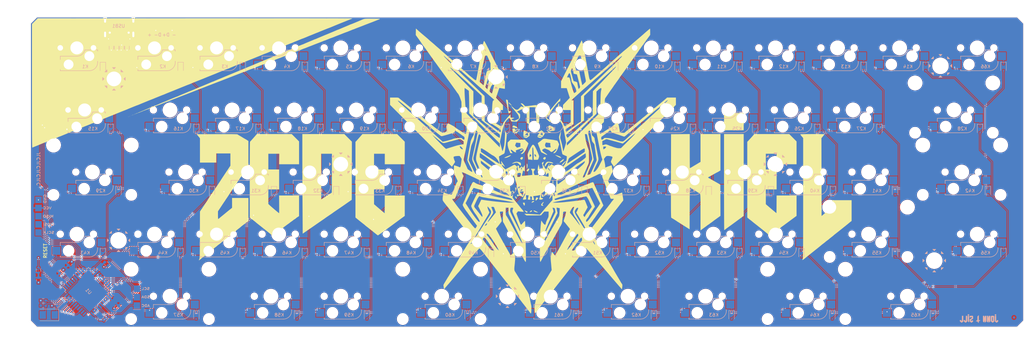
<source format=kicad_pcb>
(kicad_pcb (version 20171130) (host pcbnew 5.1.6)
  (layers (0 F.Cu signal) (31 B.Cu signal) (34 B.Paste user) (35 F.Paste user) (36 B.SilkS user) (37 F.SilkS user hide) (38 B.Mask user) (39 F.Mask user) (44 Edge.Cuts user))
  (net 0 "")
  (net 1 "Net-(C1-Pad1)")
  (net 2 GND)
  (net 3 "Net-(C2-Pad1)")
  (net 4 "Net-(C3-Pad1)")
  (net 5 VCC)
  (net 6 /C1)
  (net 7 "Net-(D1-Pad1)")
  (net 8 /C2)
  (net 9 "Net-(D2-Pad1)")
  (net 10 /C3)
  (net 11 "Net-(D3-Pad1)")
  (net 12 /C4)
  (net 13 "Net-(D4-Pad1)")
  (net 14 /C5)
  (net 15 "Net-(D5-Pad1)")
  (net 16 /C6)
  (net 17 "Net-(D6-Pad1)")
  (net 18 /C7)
  (net 19 "Net-(D7-Pad1)")
  (net 20 /C8)
  (net 21 "Net-(D8-Pad1)")
  (net 22 /C9)
  (net 23 "Net-(D9-Pad1)")
  (net 24 /C10)
  (net 25 "Net-(D10-Pad1)")
  (net 26 /C11)
  (net 27 "Net-(D11-Pad1)")
  (net 28 /C12)
  (net 29 "Net-(D12-Pad1)")
  (net 30 /C13)
  (net 31 "Net-(D13-Pad1)")
  (net 32 /C14)
  (net 33 "Net-(D14-Pad1)")
  (net 34 "Net-(D15-Pad1)")
  (net 35 "Net-(D16-Pad1)")
  (net 36 "Net-(D17-Pad1)")
  (net 37 "Net-(D18-Pad1)")
  (net 38 "Net-(D19-Pad1)")
  (net 39 "Net-(D20-Pad1)")
  (net 40 "Net-(D21-Pad1)")
  (net 41 "Net-(D22-Pad1)")
  (net 42 "Net-(D23-Pad1)")
  (net 43 "Net-(D24-Pad1)")
  (net 44 "Net-(D25-Pad1)")
  (net 45 "Net-(D26-Pad1)")
  (net 46 "Net-(D27-Pad1)")
  (net 47 "Net-(D28-Pad1)")
  (net 48 "Net-(D29-Pad1)")
  (net 49 "Net-(D30-Pad1)")
  (net 50 "Net-(D31-Pad1)")
  (net 51 "Net-(D32-Pad1)")
  (net 52 "Net-(D33-Pad1)")
  (net 53 "Net-(D34-Pad1)")
  (net 54 "Net-(D35-Pad1)")
  (net 55 "Net-(D36-Pad1)")
  (net 56 "Net-(D37-Pad1)")
  (net 57 "Net-(D38-Pad1)")
  (net 58 "Net-(D39-Pad1)")
  (net 59 "Net-(D40-Pad1)")
  (net 60 "Net-(D41-Pad1)")
  (net 61 "Net-(D42-Pad1)")
  (net 62 "Net-(D43-Pad1)")
  (net 63 "Net-(D44-Pad1)")
  (net 64 "Net-(D45-Pad1)")
  (net 65 "Net-(D46-Pad1)")
  (net 66 "Net-(D47-Pad1)")
  (net 67 "Net-(D48-Pad1)")
  (net 68 "Net-(D49-Pad1)")
  (net 69 "Net-(D50-Pad1)")
  (net 70 "Net-(D51-Pad1)")
  (net 71 "Net-(D52-Pad1)")
  (net 72 "Net-(D53-Pad1)")
  (net 73 "Net-(D54-Pad1)")
  (net 74 "Net-(D55-Pad1)")
  (net 75 "Net-(D56-Pad1)")
  (net 76 "Net-(D57-Pad1)")
  (net 77 "Net-(D58-Pad1)")
  (net 78 "Net-(D59-Pad1)")
  (net 79 "Net-(D60-Pad1)")
  (net 80 "Net-(D61-Pad1)")
  (net 81 "Net-(D62-Pad1)")
  (net 82 "Net-(D63-Pad1)")
  (net 83 "Net-(D64-Pad1)")
  (net 84 "Net-(D65-Pad1)")
  (net 85 "Net-(D66-Pad1)")
  (net 86 /R1)
  (net 87 /R2)
  (net 88 /R3)
  (net 89 /R4)
  (net 90 /R5)
  (net 91 "Net-(R1-Pad2)")
  (net 92 "Net-(R6-Pad1)")
  (net 93 "Net-(U1-Pad44)")
  (net 94 "Net-(U1-Pad43)")
  (net 95 "Net-(U1-Pad42)")
  (net 96 "Net-(U1-Pad35)")
  (net 97 "Net-(U1-Pad34)")
  (net 98 ADC11)
  (net 99 "Net-(U1-Pad23)")
  (net 100 SDA)
  (net 101 SCL)
  (net 102 MISO)
  (net 103 MOSI)
  (net 104 SCLK)
  (net 105 "Net-(R2-Pad1)")
  (net 106 "Net-(R3-Pad1)")
  (net 107 "Net-(R4-Pad2)")
  (net 108 "Net-(R5-Pad2)")
  (net 109 "Net-(USB1-Pad3)")
  (net 110 "Net-(USB1-Pad9)")
  (net 111 /D+)
  (net 112 /D-)
  (module Fiducials:Fiducial_0.75mm_Dia_1.5mm_Outer (layer B.Cu) (at 321.4 112.4)
    (fp_text reference REF** hide)
    (fp_text value Fiducial_0.75mm_Dia_1.5mm_Outer)
    (pad ~ smd circle (at 0 0) (size 0.75 0.75) (layers B.Cu B.Mask) (clearance 0.375))
  )
  (module Fiducials:Fiducial_0.75mm_Dia_1.5mm_Outer (layer B.Cu) (at 23.4 23.4)
    (fp_text reference REF** hide)
    (fp_text value Fiducial_0.75mm_Dia_1.5mm_Outer)
    (pad ~ smd circle (at 0 0) (size 0.75 0.75) (layers B.Cu B.Mask) (clearance 0.375))
  )
  (module custom:Kailh_socket_MX_with_switch_1.50U (layer F.Cu) (at 310.15 29.9)
    (fp_text reference K66 (at 2.54 5.715 180) (layer B.SilkS) (effects (justify mirror)))
    (fp_text value KEYSW)
    (pad 2 smd rect (at 7.56 2.54 180) (size 2.55 2.5) (layers B.Cu B.Paste B.Mask) (net 85 "Net-(D66-Pad1)"))
    (pad "" np_thru_hole circle (at 5.08 0 180) (size 1.7018 1.7018) (drill 1.7018) (layers *.Cu *.Mask))
    (pad "" np_thru_hole circle (at -5.08 0 180) (size 1.7018 1.7018) (drill 1.7018) (layers *.Cu *.Mask))
    (pad "" np_thru_hole circle (at 0 0 180) (size 3.9878 3.9878) (drill 3.9878) (layers *.Cu *.Mask))
    (pad "" np_thru_hole circle (at 3.81 2.54 180) (size 3 3) (drill 3) (layers *.Cu *.Mask))
    (pad "" np_thru_hole circle (at -2.54 5.08 180) (size 3 3) (drill 3) (layers *.Cu *.Mask))
    (pad 1 smd rect (at -6.29 5.08 180) (size 2.55 2.5) (layers B.Cu B.Paste B.Mask) (net 90 /R5))
  )
  (module custom:Kailh_socket_MX_with_switch_2.25U (layer F.Cu) (at 303.025 48.9)
    (fp_text reference K28 (at 2.54 5.715 180) (layer B.SilkS) (effects (justify mirror)))
    (fp_text value KEYSW)
    (pad 2 smd rect (at 7.56 2.54 180) (size 2.55 2.5) (layers B.Cu B.Paste B.Mask) (net 47 "Net-(D28-Pad1)"))
    (pad "" np_thru_hole circle (at 5.08 0 180) (size 1.7018 1.7018) (drill 1.7018) (layers *.Cu *.Mask))
    (pad "" np_thru_hole circle (at -5.08 0 180) (size 1.7018 1.7018) (drill 1.7018) (layers *.Cu *.Mask))
    (pad "" np_thru_hole circle (at 0 0 180) (size 3.9878 3.9878) (drill 3.9878) (layers *.Cu *.Mask))
    (pad "" np_thru_hole circle (at 3.81 2.54 180) (size 3 3) (drill 3) (layers *.Cu *.Mask))
    (pad "" np_thru_hole circle (at -2.54 5.08 180) (size 3 3) (drill 3) (layers *.Cu *.Mask))
    (pad 1 smd rect (at -6.29 5.08 180) (size 2.55 2.5) (layers B.Cu B.Paste B.Mask) (net 87 /R2))
  )
  (module custom:Kailh_socket_MX_with_switch_2.00U (layer F.Cu) (at 305.4 67.9)
    (fp_text reference K42 (at 2.54 5.715 180) (layer B.SilkS) (effects (justify mirror)))
    (fp_text value KEYSW)
    (pad 2 smd rect (at 7.56 2.54 180) (size 2.55 2.5) (layers B.Cu B.Paste B.Mask) (net 61 "Net-(D42-Pad1)"))
    (pad "" np_thru_hole circle (at 5.08 0 180) (size 1.7018 1.7018) (drill 1.7018) (layers *.Cu *.Mask))
    (pad "" np_thru_hole circle (at -5.08 0 180) (size 1.7018 1.7018) (drill 1.7018) (layers *.Cu *.Mask))
    (pad "" np_thru_hole circle (at 0 0 180) (size 3.9878 3.9878) (drill 3.9878) (layers *.Cu *.Mask))
    (pad "" np_thru_hole circle (at 3.81 2.54 180) (size 3 3) (drill 3) (layers *.Cu *.Mask))
    (pad "" np_thru_hole circle (at -2.54 5.08 180) (size 3 3) (drill 3) (layers *.Cu *.Mask))
    (pad 1 smd rect (at -6.29 5.08 180) (size 2.55 2.5) (layers B.Cu B.Paste B.Mask) (net 88 /R3))
  )
  (module custom:Kailh_socket_MX_with_switch_1.50U (layer F.Cu) (at 310.15 86.9)
    (fp_text reference K56 (at 2.54 5.715 180) (layer B.SilkS) (effects (justify mirror)))
    (fp_text value KEYSW)
    (pad 2 smd rect (at 7.56 2.54 180) (size 2.55 2.5) (layers B.Cu B.Paste B.Mask) (net 75 "Net-(D56-Pad1)"))
    (pad "" np_thru_hole circle (at 5.08 0 180) (size 1.7018 1.7018) (drill 1.7018) (layers *.Cu *.Mask))
    (pad "" np_thru_hole circle (at -5.08 0 180) (size 1.7018 1.7018) (drill 1.7018) (layers *.Cu *.Mask))
    (pad "" np_thru_hole circle (at 0 0 180) (size 3.9878 3.9878) (drill 3.9878) (layers *.Cu *.Mask))
    (pad "" np_thru_hole circle (at 3.81 2.54 180) (size 3 3) (drill 3) (layers *.Cu *.Mask))
    (pad "" np_thru_hole circle (at -2.54 5.08 180) (size 3 3) (drill 3) (layers *.Cu *.Mask))
    (pad 1 smd rect (at -6.29 5.08 180) (size 2.55 2.5) (layers B.Cu B.Paste B.Mask) (net 89 /R4))
  )
  (module custom:Kailh_socket_MX_with_switch_2.00U (layer F.Cu) (at 276.9 86.9)
    (fp_text reference K55 (at 2.54 5.715 180) (layer B.SilkS) (effects (justify mirror)))
    (fp_text value KEYSW)
    (pad 2 smd rect (at 7.56 2.54 180) (size 2.55 2.5) (layers B.Cu B.Paste B.Mask) (net 74 "Net-(D55-Pad1)"))
    (pad "" np_thru_hole circle (at 5.08 0 180) (size 1.7018 1.7018) (drill 1.7018) (layers *.Cu *.Mask))
    (pad "" np_thru_hole circle (at -5.08 0 180) (size 1.7018 1.7018) (drill 1.7018) (layers *.Cu *.Mask))
    (pad "" np_thru_hole circle (at 0 0 180) (size 3.9878 3.9878) (drill 3.9878) (layers *.Cu *.Mask))
    (pad "" np_thru_hole circle (at 3.81 2.54 180) (size 3 3) (drill 3) (layers *.Cu *.Mask))
    (pad "" np_thru_hole circle (at -2.54 5.08 180) (size 3 3) (drill 3) (layers *.Cu *.Mask))
    (pad 1 smd rect (at -6.29 5.08 180) (size 2.55 2.5) (layers B.Cu B.Paste B.Mask) (net 89 /R4))
  )
  (module custom:Kailh_socket_MX_with_switch_1.25U (layer F.Cu) (at 288.775 105.9)
    (fp_text reference K65 (at 2.54 5.715 180) (layer B.SilkS) (effects (justify mirror)))
    (fp_text value KEYSW)
    (pad 1 smd rect (at -6.29 5.08 180) (size 2.55 2.5) (layers B.Cu B.Paste B.Mask) (net 90 /R5))
    (pad "" np_thru_hole circle (at -2.54 5.08 180) (size 3 3) (drill 3) (layers *.Cu *.Mask))
    (pad "" np_thru_hole circle (at 3.81 2.54 180) (size 3 3) (drill 3) (layers *.Cu *.Mask))
    (pad "" np_thru_hole circle (at 0 0 180) (size 3.9878 3.9878) (drill 3.9878) (layers *.Cu *.Mask))
    (pad "" np_thru_hole circle (at -5.08 0 180) (size 1.7018 1.7018) (drill 1.7018) (layers *.Cu *.Mask))
    (pad "" np_thru_hole circle (at 5.08 0 180) (size 1.7018 1.7018) (drill 1.7018) (layers *.Cu *.Mask))
    (pad 2 smd rect (at 7.56 2.54 180) (size 2.55 2.5) (layers B.Cu B.Paste B.Mask) (net 84 "Net-(D65-Pad1)"))
  )
  (module custom:Kailh_socket_MX_with_switch_2.00U (layer F.Cu) (at 257.9 105.9)
    (fp_text reference K64 (at 2.54 5.715 180) (layer B.SilkS) (effects (justify mirror)))
    (fp_text value KEYSW)
    (pad 2 smd rect (at 7.56 2.54 180) (size 2.55 2.5) (layers B.Cu B.Paste B.Mask) (net 83 "Net-(D64-Pad1)"))
    (pad "" np_thru_hole circle (at 5.08 0 180) (size 1.7018 1.7018) (drill 1.7018) (layers *.Cu *.Mask))
    (pad "" np_thru_hole circle (at -5.08 0 180) (size 1.7018 1.7018) (drill 1.7018) (layers *.Cu *.Mask))
    (pad "" np_thru_hole circle (at 0 0 180) (size 3.9878 3.9878) (drill 3.9878) (layers *.Cu *.Mask))
    (pad "" np_thru_hole circle (at 3.81 2.54 180) (size 3 3) (drill 3) (layers *.Cu *.Mask))
    (pad "" np_thru_hole circle (at -2.54 5.08 180) (size 3 3) (drill 3) (layers *.Cu *.Mask))
    (pad 1 smd rect (at -6.29 5.08 180) (size 2.55 2.5) (layers B.Cu B.Paste B.Mask) (net 90 /R5))
  )
  (module custom:Kailh_socket_MX_with_switch_1.25U (layer F.Cu) (at 227.025 105.9)
    (fp_text reference K63 (at 2.54 5.715 180) (layer B.SilkS) (effects (justify mirror)))
    (fp_text value KEYSW)
    (pad 1 smd rect (at -6.29 5.08 180) (size 2.55 2.5) (layers B.Cu B.Paste B.Mask) (net 90 /R5))
    (pad "" np_thru_hole circle (at -2.54 5.08 180) (size 3 3) (drill 3) (layers *.Cu *.Mask))
    (pad "" np_thru_hole circle (at 3.81 2.54 180) (size 3 3) (drill 3) (layers *.Cu *.Mask))
    (pad "" np_thru_hole circle (at 0 0 180) (size 3.9878 3.9878) (drill 3.9878) (layers *.Cu *.Mask))
    (pad "" np_thru_hole circle (at -5.08 0 180) (size 1.7018 1.7018) (drill 1.7018) (layers *.Cu *.Mask))
    (pad "" np_thru_hole circle (at 5.08 0 180) (size 1.7018 1.7018) (drill 1.7018) (layers *.Cu *.Mask))
    (pad 2 smd rect (at 7.56 2.54 180) (size 2.55 2.5) (layers B.Cu B.Paste B.Mask) (net 82 "Net-(D63-Pad1)"))
  )
  (module custom:Kailh_socket_MX_with_switch_1.25U (layer F.Cu) (at 203.275 105.9)
    (fp_text reference K62 (at 2.54 5.715 180) (layer B.SilkS) (effects (justify mirror)))
    (fp_text value KEYSW)
    (pad 1 smd rect (at -6.29 5.08 180) (size 2.55 2.5) (layers B.Cu B.Paste B.Mask) (net 90 /R5))
    (pad "" np_thru_hole circle (at -2.54 5.08 180) (size 3 3) (drill 3) (layers *.Cu *.Mask))
    (pad "" np_thru_hole circle (at 3.81 2.54 180) (size 3 3) (drill 3) (layers *.Cu *.Mask))
    (pad "" np_thru_hole circle (at 0 0 180) (size 3.9878 3.9878) (drill 3.9878) (layers *.Cu *.Mask))
    (pad "" np_thru_hole circle (at -5.08 0 180) (size 1.7018 1.7018) (drill 1.7018) (layers *.Cu *.Mask))
    (pad "" np_thru_hole circle (at 5.08 0 180) (size 1.7018 1.7018) (drill 1.7018) (layers *.Cu *.Mask))
    (pad 2 smd rect (at 7.56 2.54 180) (size 2.55 2.5) (layers B.Cu B.Paste B.Mask) (net 81 "Net-(D62-Pad1)"))
  )
  (module custom:Kailh_socket_MX_with_switch_1.25U (layer F.Cu) (at 179.525 105.9)
    (fp_text reference K61 (at 2.54 5.715 180) (layer B.SilkS) (effects (justify mirror)))
    (fp_text value KEYSW)
    (pad 1 smd rect (at -6.29 5.08 180) (size 2.55 2.5) (layers B.Cu B.Paste B.Mask) (net 90 /R5))
    (pad "" np_thru_hole circle (at -2.54 5.08 180) (size 3 3) (drill 3) (layers *.Cu *.Mask))
    (pad "" np_thru_hole circle (at 3.81 2.54 180) (size 3 3) (drill 3) (layers *.Cu *.Mask))
    (pad "" np_thru_hole circle (at 0 0 180) (size 3.9878 3.9878) (drill 3.9878) (layers *.Cu *.Mask))
    (pad "" np_thru_hole circle (at -5.08 0 180) (size 1.7018 1.7018) (drill 1.7018) (layers *.Cu *.Mask))
    (pad "" np_thru_hole circle (at 5.08 0 180) (size 1.7018 1.7018) (drill 1.7018) (layers *.Cu *.Mask))
    (pad 2 smd rect (at 7.56 2.54 180) (size 2.55 2.5) (layers B.Cu B.Paste B.Mask) (net 80 "Net-(D61-Pad1)"))
  )
  (module custom:Kailh_socket_MX_with_switch_2.25U (layer F.Cu) (at 146.275 105.9)
    (fp_text reference K60 (at 2.54 5.715 180) (layer B.SilkS) (effects (justify mirror)))
    (fp_text value KEYSW)
    (pad 2 smd rect (at 7.56 2.54 180) (size 2.55 2.5) (layers B.Cu B.Paste B.Mask) (net 79 "Net-(D60-Pad1)"))
    (pad "" np_thru_hole circle (at 5.08 0 180) (size 1.7018 1.7018) (drill 1.7018) (layers *.Cu *.Mask))
    (pad "" np_thru_hole circle (at -5.08 0 180) (size 1.7018 1.7018) (drill 1.7018) (layers *.Cu *.Mask))
    (pad "" np_thru_hole circle (at 0 0 180) (size 3.9878 3.9878) (drill 3.9878) (layers *.Cu *.Mask))
    (pad "" np_thru_hole circle (at 3.81 2.54 180) (size 3 3) (drill 3) (layers *.Cu *.Mask))
    (pad "" np_thru_hole circle (at -2.54 5.08 180) (size 3 3) (drill 3) (layers *.Cu *.Mask))
    (pad 1 smd rect (at -6.29 5.08 180) (size 2.55 2.5) (layers B.Cu B.Paste B.Mask) (net 90 /R5))
  )
  (module custom:Kailh_socket_MX_with_switch_1.25U (layer F.Cu) (at 94.025 105.9)
    (fp_text reference K58 (at 2.54 5.715 180) (layer B.SilkS) (effects (justify mirror)))
    (fp_text value KEYSW)
    (pad 1 smd rect (at -6.29 5.08 180) (size 2.55 2.5) (layers B.Cu B.Paste B.Mask) (net 90 /R5))
    (pad "" np_thru_hole circle (at -2.54 5.08 180) (size 3 3) (drill 3) (layers *.Cu *.Mask))
    (pad "" np_thru_hole circle (at 3.81 2.54 180) (size 3 3) (drill 3) (layers *.Cu *.Mask))
    (pad "" np_thru_hole circle (at 0 0 180) (size 3.9878 3.9878) (drill 3.9878) (layers *.Cu *.Mask))
    (pad "" np_thru_hole circle (at -5.08 0 180) (size 1.7018 1.7018) (drill 1.7018) (layers *.Cu *.Mask))
    (pad "" np_thru_hole circle (at 5.08 0 180) (size 1.7018 1.7018) (drill 1.7018) (layers *.Cu *.Mask))
    (pad 2 smd rect (at 7.56 2.54 180) (size 2.55 2.5) (layers B.Cu B.Paste B.Mask) (net 77 "Net-(D58-Pad1)"))
  )
  (module custom:Kailh_socket_MX_with_switch_2.00U (layer F.Cu) (at 63.15 105.9)
    (fp_text reference K57 (at 2.54 5.715 180) (layer B.SilkS) (effects (justify mirror)))
    (fp_text value KEYSW)
    (pad 2 smd rect (at 7.56 2.54 180) (size 2.55 2.5) (layers B.Cu B.Paste B.Mask) (net 76 "Net-(D57-Pad1)"))
    (pad "" np_thru_hole circle (at 5.08 0 180) (size 1.7018 1.7018) (drill 1.7018) (layers *.Cu *.Mask))
    (pad "" np_thru_hole circle (at -5.08 0 180) (size 1.7018 1.7018) (drill 1.7018) (layers *.Cu *.Mask))
    (pad "" np_thru_hole circle (at 0 0 180) (size 3.9878 3.9878) (drill 3.9878) (layers *.Cu *.Mask))
    (pad "" np_thru_hole circle (at 3.81 2.54 180) (size 3 3) (drill 3) (layers *.Cu *.Mask))
    (pad "" np_thru_hole circle (at -2.54 5.08 180) (size 3 3) (drill 3) (layers *.Cu *.Mask))
    (pad 1 smd rect (at -6.29 5.08 180) (size 2.55 2.5) (layers B.Cu B.Paste B.Mask) (net 90 /R5))
  )
  (module custom:Kailh_socket_MX_with_switch_1.50U (layer F.Cu) (at 34.65 86.9)
    (fp_text reference K43 (at 2.54 5.715 180) (layer B.SilkS) (effects (justify mirror)))
    (fp_text value KEYSW)
    (pad 2 smd rect (at 7.56 2.54 180) (size 2.55 2.5) (layers B.Cu B.Paste B.Mask) (net 62 "Net-(D43-Pad1)"))
    (pad "" np_thru_hole circle (at 5.08 0 180) (size 1.7018 1.7018) (drill 1.7018) (layers *.Cu *.Mask))
    (pad "" np_thru_hole circle (at -5.08 0 180) (size 1.7018 1.7018) (drill 1.7018) (layers *.Cu *.Mask))
    (pad "" np_thru_hole circle (at 0 0 180) (size 3.9878 3.9878) (drill 3.9878) (layers *.Cu *.Mask))
    (pad "" np_thru_hole circle (at 3.81 2.54 180) (size 3 3) (drill 3) (layers *.Cu *.Mask))
    (pad "" np_thru_hole circle (at -2.54 5.08 180) (size 3 3) (drill 3) (layers *.Cu *.Mask))
    (pad 1 smd rect (at -6.29 5.08 180) (size 2.55 2.5) (layers B.Cu B.Paste B.Mask) (net 89 /R4))
  )
  (module custom:Kailh_socket_MX_with_switch_2.00U (layer F.Cu) (at 39.4 67.9)
    (fp_text reference K29 (at 2.54 5.715 180) (layer B.SilkS) (effects (justify mirror)))
    (fp_text value KEYSW)
    (pad 2 smd rect (at 7.56 2.54 180) (size 2.55 2.5) (layers B.Cu B.Paste B.Mask) (net 48 "Net-(D29-Pad1)"))
    (pad "" np_thru_hole circle (at 5.08 0 180) (size 1.7018 1.7018) (drill 1.7018) (layers *.Cu *.Mask))
    (pad "" np_thru_hole circle (at -5.08 0 180) (size 1.7018 1.7018) (drill 1.7018) (layers *.Cu *.Mask))
    (pad "" np_thru_hole circle (at 0 0 180) (size 3.9878 3.9878) (drill 3.9878) (layers *.Cu *.Mask))
    (pad "" np_thru_hole circle (at 3.81 2.54 180) (size 3 3) (drill 3) (layers *.Cu *.Mask))
    (pad "" np_thru_hole circle (at -2.54 5.08 180) (size 3 3) (drill 3) (layers *.Cu *.Mask))
    (pad 1 smd rect (at -6.29 5.08 180) (size 2.55 2.5) (layers B.Cu B.Paste B.Mask) (net 88 /R3))
  )
  (module custom:Kailh_socket_MX_with_switch_1.75U (layer F.Cu) (at 37.025 48.9)
    (fp_text reference K15 (at 2.54 5.715 180) (layer B.SilkS) (effects (justify mirror)))
    (fp_text value KEYSW)
    (pad 2 smd rect (at 7.56 2.54 180) (size 2.55 2.5) (layers B.Cu B.Paste B.Mask) (net 34 "Net-(D15-Pad1)"))
    (pad "" np_thru_hole circle (at 5.08 0 180) (size 1.7018 1.7018) (drill 1.7018) (layers *.Cu *.Mask))
    (pad "" np_thru_hole circle (at -5.08 0 180) (size 1.7018 1.7018) (drill 1.7018) (layers *.Cu *.Mask))
    (pad "" np_thru_hole circle (at 0 0 180) (size 3.9878 3.9878) (drill 3.9878) (layers *.Cu *.Mask))
    (pad "" np_thru_hole circle (at 3.81 2.54 180) (size 3 3) (drill 3) (layers *.Cu *.Mask))
    (pad "" np_thru_hole circle (at -2.54 5.08 180) (size 3 3) (drill 3) (layers *.Cu *.Mask))
    (pad 1 smd rect (at -6.29 5.08 180) (size 2.55 2.5) (layers B.Cu B.Paste B.Mask) (net 87 /R2))
  )
  (module custom:Kailh_socket_MX_with_switch_1.50U (layer F.Cu) (at 34.65 29.9)
    (fp_text reference K1 (at 2.54 5.715 180) (layer B.SilkS) (effects (justify mirror)))
    (fp_text value KEYSW)
    (pad 2 smd rect (at 7.56 2.54 180) (size 2.55 2.5) (layers B.Cu B.Paste B.Mask) (net 7 "Net-(D1-Pad1)"))
    (pad "" np_thru_hole circle (at 5.08 0 180) (size 1.7018 1.7018) (drill 1.7018) (layers *.Cu *.Mask))
    (pad "" np_thru_hole circle (at -5.08 0 180) (size 1.7018 1.7018) (drill 1.7018) (layers *.Cu *.Mask))
    (pad "" np_thru_hole circle (at 0 0 180) (size 3.9878 3.9878) (drill 3.9878) (layers *.Cu *.Mask))
    (pad "" np_thru_hole circle (at 3.81 2.54 180) (size 3 3) (drill 3) (layers *.Cu *.Mask))
    (pad "" np_thru_hole circle (at -2.54 5.08 180) (size 3 3) (drill 3) (layers *.Cu *.Mask))
    (pad 1 smd rect (at -6.29 5.08 180) (size 2.55 2.5) (layers B.Cu B.Paste B.Mask) (net 86 /R1))
  )
  (module custom:Kailh_socket_MX_with_switch_1.00U (layer F.Cu) (at 257.9 67.9)
    (fp_text reference K40 (at 2.54 5.715 180) (layer B.SilkS) (effects (justify mirror)))
    (fp_text value KEYSW)
    (pad 1 smd rect (at -6.29 5.08 180) (size 2.55 2.5) (layers B.Cu B.Paste B.Mask) (net 88 /R3))
    (pad "" np_thru_hole circle (at -2.54 5.08 180) (size 3 3) (drill 3) (layers *.Cu *.Mask))
    (pad "" np_thru_hole circle (at 3.81 2.54 180) (size 3 3) (drill 3) (layers *.Cu *.Mask))
    (pad "" np_thru_hole circle (at 0 0 180) (size 3.9878 3.9878) (drill 3.9878) (layers *.Cu *.Mask))
    (pad "" np_thru_hole circle (at -5.08 0 180) (size 1.7018 1.7018) (drill 1.7018) (layers *.Cu *.Mask))
    (pad "" np_thru_hole circle (at 5.08 0 180) (size 1.7018 1.7018) (drill 1.7018) (layers *.Cu *.Mask))
    (pad 2 smd rect (at 7.56 2.54 180) (size 2.55 2.5) (layers B.Cu B.Paste B.Mask) (net 59 "Net-(D40-Pad1)"))
  )
  (module custom:Kailh_socket_MX_with_switch_1.00U (layer F.Cu) (at 115.4 86.9)
    (fp_text reference K47 (at 2.54 5.715 180) (layer B.SilkS) (effects (justify mirror)))
    (fp_text value KEYSW)
    (pad 1 smd rect (at -6.29 5.08 180) (size 2.55 2.5) (layers B.Cu B.Paste B.Mask) (net 89 /R4))
    (pad "" np_thru_hole circle (at -2.54 5.08 180) (size 3 3) (drill 3) (layers *.Cu *.Mask))
    (pad "" np_thru_hole circle (at 3.81 2.54 180) (size 3 3) (drill 3) (layers *.Cu *.Mask))
    (pad "" np_thru_hole circle (at 0 0 180) (size 3.9878 3.9878) (drill 3.9878) (layers *.Cu *.Mask))
    (pad "" np_thru_hole circle (at -5.08 0 180) (size 1.7018 1.7018) (drill 1.7018) (layers *.Cu *.Mask))
    (pad "" np_thru_hole circle (at 5.08 0 180) (size 1.7018 1.7018) (drill 1.7018) (layers *.Cu *.Mask))
    (pad 2 smd rect (at 7.56 2.54 180) (size 2.55 2.5) (layers B.Cu B.Paste B.Mask) (net 66 "Net-(D47-Pad1)"))
  )
  (module custom:Kailh_socket_MX_with_switch_1.00U (layer F.Cu) (at 200.9 67.9)
    (fp_text reference K37 (at 2.54 5.715 180) (layer B.SilkS) (effects (justify mirror)))
    (fp_text value KEYSW)
    (pad 1 smd rect (at -6.29 5.08 180) (size 2.55 2.5) (layers B.Cu B.Paste B.Mask) (net 88 /R3))
    (pad "" np_thru_hole circle (at -2.54 5.08 180) (size 3 3) (drill 3) (layers *.Cu *.Mask))
    (pad "" np_thru_hole circle (at 3.81 2.54 180) (size 3 3) (drill 3) (layers *.Cu *.Mask))
    (pad "" np_thru_hole circle (at 0 0 180) (size 3.9878 3.9878) (drill 3.9878) (layers *.Cu *.Mask))
    (pad "" np_thru_hole circle (at -5.08 0 180) (size 1.7018 1.7018) (drill 1.7018) (layers *.Cu *.Mask))
    (pad "" np_thru_hole circle (at 5.08 0 180) (size 1.7018 1.7018) (drill 1.7018) (layers *.Cu *.Mask))
    (pad 2 smd rect (at 7.56 2.54 180) (size 2.55 2.5) (layers B.Cu B.Paste B.Mask) (net 56 "Net-(D37-Pad1)"))
  )
  (module custom:Kailh_socket_MX_with_switch_1.00U (layer F.Cu) (at 143.9 67.9)
    (fp_text reference K34 (at 2.54 5.715 180) (layer B.SilkS) (effects (justify mirror)))
    (fp_text value KEYSW)
    (pad 1 smd rect (at -6.29 5.08 180) (size 2.55 2.5) (layers B.Cu B.Paste B.Mask) (net 88 /R3))
    (pad "" np_thru_hole circle (at -2.54 5.08 180) (size 3 3) (drill 3) (layers *.Cu *.Mask))
    (pad "" np_thru_hole circle (at 3.81 2.54 180) (size 3 3) (drill 3) (layers *.Cu *.Mask))
    (pad "" np_thru_hole circle (at 0 0 180) (size 3.9878 3.9878) (drill 3.9878) (layers *.Cu *.Mask))
    (pad "" np_thru_hole circle (at -5.08 0 180) (size 1.7018 1.7018) (drill 1.7018) (layers *.Cu *.Mask))
    (pad "" np_thru_hole circle (at 5.08 0 180) (size 1.7018 1.7018) (drill 1.7018) (layers *.Cu *.Mask))
    (pad 2 smd rect (at 7.56 2.54 180) (size 2.55 2.5) (layers B.Cu B.Paste B.Mask) (net 53 "Net-(D34-Pad1)"))
  )
  (module custom:Kailh_socket_MX_with_switch_1.00U (layer F.Cu) (at 105.9 67.9)
    (fp_text reference K32 (at 2.54 5.715 180) (layer B.SilkS) (effects (justify mirror)))
    (fp_text value KEYSW)
    (pad 1 smd rect (at -6.29 5.08 180) (size 2.55 2.5) (layers B.Cu B.Paste B.Mask) (net 88 /R3))
    (pad "" np_thru_hole circle (at -2.54 5.08 180) (size 3 3) (drill 3) (layers *.Cu *.Mask))
    (pad "" np_thru_hole circle (at 3.81 2.54 180) (size 3 3) (drill 3) (layers *.Cu *.Mask))
    (pad "" np_thru_hole circle (at 0 0 180) (size 3.9878 3.9878) (drill 3.9878) (layers *.Cu *.Mask))
    (pad "" np_thru_hole circle (at -5.08 0 180) (size 1.7018 1.7018) (drill 1.7018) (layers *.Cu *.Mask))
    (pad "" np_thru_hole circle (at 5.08 0 180) (size 1.7018 1.7018) (drill 1.7018) (layers *.Cu *.Mask))
    (pad 2 smd rect (at 7.56 2.54 180) (size 2.55 2.5) (layers B.Cu B.Paste B.Mask) (net 51 "Net-(D32-Pad1)"))
  )
  (module custom:Kailh_socket_MX_with_switch_1.00U (layer F.Cu) (at 86.9 67.9)
    (fp_text reference K31 (at 2.54 5.715 180) (layer B.SilkS) (effects (justify mirror)))
    (fp_text value KEYSW)
    (pad 1 smd rect (at -6.29 5.08 180) (size 2.55 2.5) (layers B.Cu B.Paste B.Mask) (net 88 /R3))
    (pad "" np_thru_hole circle (at -2.54 5.08 180) (size 3 3) (drill 3) (layers *.Cu *.Mask))
    (pad "" np_thru_hole circle (at 3.81 2.54 180) (size 3 3) (drill 3) (layers *.Cu *.Mask))
    (pad "" np_thru_hole circle (at 0 0 180) (size 3.9878 3.9878) (drill 3.9878) (layers *.Cu *.Mask))
    (pad "" np_thru_hole circle (at -5.08 0 180) (size 1.7018 1.7018) (drill 1.7018) (layers *.Cu *.Mask))
    (pad "" np_thru_hole circle (at 5.08 0 180) (size 1.7018 1.7018) (drill 1.7018) (layers *.Cu *.Mask))
    (pad 2 smd rect (at 7.56 2.54 180) (size 2.55 2.5) (layers B.Cu B.Paste B.Mask) (net 50 "Net-(D31-Pad1)"))
  )
  (module custom:Kailh_socket_MX_with_switch_1.00U (layer F.Cu) (at 115.4 105.9)
    (fp_text reference K59 (at 2.54 5.715 180) (layer B.SilkS) (effects (justify mirror)))
    (fp_text value KEYSW)
    (pad 1 smd rect (at -6.29 5.08 180) (size 2.55 2.5) (layers B.Cu B.Paste B.Mask) (net 90 /R5))
    (pad "" np_thru_hole circle (at -2.54 5.08 180) (size 3 3) (drill 3) (layers *.Cu *.Mask))
    (pad "" np_thru_hole circle (at 3.81 2.54 180) (size 3 3) (drill 3) (layers *.Cu *.Mask))
    (pad "" np_thru_hole circle (at 0 0 180) (size 3.9878 3.9878) (drill 3.9878) (layers *.Cu *.Mask))
    (pad "" np_thru_hole circle (at -5.08 0 180) (size 1.7018 1.7018) (drill 1.7018) (layers *.Cu *.Mask))
    (pad "" np_thru_hole circle (at 5.08 0 180) (size 1.7018 1.7018) (drill 1.7018) (layers *.Cu *.Mask))
    (pad 2 smd rect (at 7.56 2.54 180) (size 2.55 2.5) (layers B.Cu B.Paste B.Mask) (net 78 "Net-(D59-Pad1)"))
  )
  (module custom:Kailh_socket_MX_with_switch_1.00U (layer F.Cu) (at 248.4 86.9)
    (fp_text reference K54 (at 2.54 5.715 180) (layer B.SilkS) (effects (justify mirror)))
    (fp_text value KEYSW)
    (pad 1 smd rect (at -6.29 5.08 180) (size 2.55 2.5) (layers B.Cu B.Paste B.Mask) (net 89 /R4))
    (pad "" np_thru_hole circle (at -2.54 5.08 180) (size 3 3) (drill 3) (layers *.Cu *.Mask))
    (pad "" np_thru_hole circle (at 3.81 2.54 180) (size 3 3) (drill 3) (layers *.Cu *.Mask))
    (pad "" np_thru_hole circle (at 0 0 180) (size 3.9878 3.9878) (drill 3.9878) (layers *.Cu *.Mask))
    (pad "" np_thru_hole circle (at -5.08 0 180) (size 1.7018 1.7018) (drill 1.7018) (layers *.Cu *.Mask))
    (pad "" np_thru_hole circle (at 5.08 0 180) (size 1.7018 1.7018) (drill 1.7018) (layers *.Cu *.Mask))
    (pad 2 smd rect (at 7.56 2.54 180) (size 2.55 2.5) (layers B.Cu B.Paste B.Mask) (net 73 "Net-(D54-Pad1)"))
  )
  (module custom:Kailh_socket_MX_with_switch_1.00U (layer F.Cu) (at 229.4 86.9)
    (fp_text reference K53 (at 2.54 5.715 180) (layer B.SilkS) (effects (justify mirror)))
    (fp_text value KEYSW)
    (pad 1 smd rect (at -6.29 5.08 180) (size 2.55 2.5) (layers B.Cu B.Paste B.Mask) (net 89 /R4))
    (pad "" np_thru_hole circle (at -2.54 5.08 180) (size 3 3) (drill 3) (layers *.Cu *.Mask))
    (pad "" np_thru_hole circle (at 3.81 2.54 180) (size 3 3) (drill 3) (layers *.Cu *.Mask))
    (pad "" np_thru_hole circle (at 0 0 180) (size 3.9878 3.9878) (drill 3.9878) (layers *.Cu *.Mask))
    (pad "" np_thru_hole circle (at -5.08 0 180) (size 1.7018 1.7018) (drill 1.7018) (layers *.Cu *.Mask))
    (pad "" np_thru_hole circle (at 5.08 0 180) (size 1.7018 1.7018) (drill 1.7018) (layers *.Cu *.Mask))
    (pad 2 smd rect (at 7.56 2.54 180) (size 2.55 2.5) (layers B.Cu B.Paste B.Mask) (net 72 "Net-(D53-Pad1)"))
  )
  (module custom:Kailh_socket_MX_with_switch_1.00U (layer F.Cu) (at 210.4 86.9)
    (fp_text reference K52 (at 2.54 5.715 180) (layer B.SilkS) (effects (justify mirror)))
    (fp_text value KEYSW)
    (pad 1 smd rect (at -6.29 5.08 180) (size 2.55 2.5) (layers B.Cu B.Paste B.Mask) (net 89 /R4))
    (pad "" np_thru_hole circle (at -2.54 5.08 180) (size 3 3) (drill 3) (layers *.Cu *.Mask))
    (pad "" np_thru_hole circle (at 3.81 2.54 180) (size 3 3) (drill 3) (layers *.Cu *.Mask))
    (pad "" np_thru_hole circle (at 0 0 180) (size 3.9878 3.9878) (drill 3.9878) (layers *.Cu *.Mask))
    (pad "" np_thru_hole circle (at -5.08 0 180) (size 1.7018 1.7018) (drill 1.7018) (layers *.Cu *.Mask))
    (pad "" np_thru_hole circle (at 5.08 0 180) (size 1.7018 1.7018) (drill 1.7018) (layers *.Cu *.Mask))
    (pad 2 smd rect (at 7.56 2.54 180) (size 2.55 2.5) (layers B.Cu B.Paste B.Mask) (net 71 "Net-(D52-Pad1)"))
  )
  (module custom:Kailh_socket_MX_with_switch_1.00U (layer F.Cu) (at 191.4 86.9)
    (fp_text reference K51 (at 2.54 5.715 180) (layer B.SilkS) (effects (justify mirror)))
    (fp_text value KEYSW)
    (pad 1 smd rect (at -6.29 5.08 180) (size 2.55 2.5) (layers B.Cu B.Paste B.Mask) (net 89 /R4))
    (pad "" np_thru_hole circle (at -2.54 5.08 180) (size 3 3) (drill 3) (layers *.Cu *.Mask))
    (pad "" np_thru_hole circle (at 3.81 2.54 180) (size 3 3) (drill 3) (layers *.Cu *.Mask))
    (pad "" np_thru_hole circle (at 0 0 180) (size 3.9878 3.9878) (drill 3.9878) (layers *.Cu *.Mask))
    (pad "" np_thru_hole circle (at -5.08 0 180) (size 1.7018 1.7018) (drill 1.7018) (layers *.Cu *.Mask))
    (pad "" np_thru_hole circle (at 5.08 0 180) (size 1.7018 1.7018) (drill 1.7018) (layers *.Cu *.Mask))
    (pad 2 smd rect (at 7.56 2.54 180) (size 2.55 2.5) (layers B.Cu B.Paste B.Mask) (net 70 "Net-(D51-Pad1)"))
  )
  (module custom:Kailh_socket_MX_with_switch_1.00U (layer F.Cu) (at 172.4 86.9)
    (fp_text reference K50 (at 2.54 5.715 180) (layer B.SilkS) (effects (justify mirror)))
    (fp_text value KEYSW)
    (pad 1 smd rect (at -6.29 5.08 180) (size 2.55 2.5) (layers B.Cu B.Paste B.Mask) (net 89 /R4))
    (pad "" np_thru_hole circle (at -2.54 5.08 180) (size 3 3) (drill 3) (layers *.Cu *.Mask))
    (pad "" np_thru_hole circle (at 3.81 2.54 180) (size 3 3) (drill 3) (layers *.Cu *.Mask))
    (pad "" np_thru_hole circle (at 0 0 180) (size 3.9878 3.9878) (drill 3.9878) (layers *.Cu *.Mask))
    (pad "" np_thru_hole circle (at -5.08 0 180) (size 1.7018 1.7018) (drill 1.7018) (layers *.Cu *.Mask))
    (pad "" np_thru_hole circle (at 5.08 0 180) (size 1.7018 1.7018) (drill 1.7018) (layers *.Cu *.Mask))
    (pad 2 smd rect (at 7.56 2.54 180) (size 2.55 2.5) (layers B.Cu B.Paste B.Mask) (net 69 "Net-(D50-Pad1)"))
  )
  (module custom:Kailh_socket_MX_with_switch_1.00U (layer F.Cu) (at 153.4 86.9)
    (fp_text reference K49 (at 2.54 5.715 180) (layer B.SilkS) (effects (justify mirror)))
    (fp_text value KEYSW)
    (pad 1 smd rect (at -6.29 5.08 180) (size 2.55 2.5) (layers B.Cu B.Paste B.Mask) (net 89 /R4))
    (pad "" np_thru_hole circle (at -2.54 5.08 180) (size 3 3) (drill 3) (layers *.Cu *.Mask))
    (pad "" np_thru_hole circle (at 3.81 2.54 180) (size 3 3) (drill 3) (layers *.Cu *.Mask))
    (pad "" np_thru_hole circle (at 0 0 180) (size 3.9878 3.9878) (drill 3.9878) (layers *.Cu *.Mask))
    (pad "" np_thru_hole circle (at -5.08 0 180) (size 1.7018 1.7018) (drill 1.7018) (layers *.Cu *.Mask))
    (pad "" np_thru_hole circle (at 5.08 0 180) (size 1.7018 1.7018) (drill 1.7018) (layers *.Cu *.Mask))
    (pad 2 smd rect (at 7.56 2.54 180) (size 2.55 2.5) (layers B.Cu B.Paste B.Mask) (net 68 "Net-(D49-Pad1)"))
  )
  (module custom:Kailh_socket_MX_with_switch_1.00U (layer F.Cu) (at 134.4 86.9)
    (fp_text reference K48 (at 2.54 5.715 180) (layer B.SilkS) (effects (justify mirror)))
    (fp_text value KEYSW)
    (pad 1 smd rect (at -6.29 5.08 180) (size 2.55 2.5) (layers B.Cu B.Paste B.Mask) (net 89 /R4))
    (pad "" np_thru_hole circle (at -2.54 5.08 180) (size 3 3) (drill 3) (layers *.Cu *.Mask))
    (pad "" np_thru_hole circle (at 3.81 2.54 180) (size 3 3) (drill 3) (layers *.Cu *.Mask))
    (pad "" np_thru_hole circle (at 0 0 180) (size 3.9878 3.9878) (drill 3.9878) (layers *.Cu *.Mask))
    (pad "" np_thru_hole circle (at -5.08 0 180) (size 1.7018 1.7018) (drill 1.7018) (layers *.Cu *.Mask))
    (pad "" np_thru_hole circle (at 5.08 0 180) (size 1.7018 1.7018) (drill 1.7018) (layers *.Cu *.Mask))
    (pad 2 smd rect (at 7.56 2.54 180) (size 2.55 2.5) (layers B.Cu B.Paste B.Mask) (net 67 "Net-(D48-Pad1)"))
  )
  (module custom:Kailh_socket_MX_with_switch_1.00U (layer F.Cu) (at 96.4 86.9)
    (fp_text reference K46 (at 2.54 5.715 180) (layer B.SilkS) (effects (justify mirror)))
    (fp_text value KEYSW)
    (pad 1 smd rect (at -6.29 5.08 180) (size 2.55 2.5) (layers B.Cu B.Paste B.Mask) (net 89 /R4))
    (pad "" np_thru_hole circle (at -2.54 5.08 180) (size 3 3) (drill 3) (layers *.Cu *.Mask))
    (pad "" np_thru_hole circle (at 3.81 2.54 180) (size 3 3) (drill 3) (layers *.Cu *.Mask))
    (pad "" np_thru_hole circle (at 0 0 180) (size 3.9878 3.9878) (drill 3.9878) (layers *.Cu *.Mask))
    (pad "" np_thru_hole circle (at -5.08 0 180) (size 1.7018 1.7018) (drill 1.7018) (layers *.Cu *.Mask))
    (pad "" np_thru_hole circle (at 5.08 0 180) (size 1.7018 1.7018) (drill 1.7018) (layers *.Cu *.Mask))
    (pad 2 smd rect (at 7.56 2.54 180) (size 2.55 2.5) (layers B.Cu B.Paste B.Mask) (net 65 "Net-(D46-Pad1)"))
  )
  (module custom:Kailh_socket_MX_with_switch_1.00U (layer F.Cu) (at 77.4 86.9)
    (fp_text reference K45 (at 2.54 5.715 180) (layer B.SilkS) (effects (justify mirror)))
    (fp_text value KEYSW)
    (pad 1 smd rect (at -6.29 5.08 180) (size 2.55 2.5) (layers B.Cu B.Paste B.Mask) (net 89 /R4))
    (pad "" np_thru_hole circle (at -2.54 5.08 180) (size 3 3) (drill 3) (layers *.Cu *.Mask))
    (pad "" np_thru_hole circle (at 3.81 2.54 180) (size 3 3) (drill 3) (layers *.Cu *.Mask))
    (pad "" np_thru_hole circle (at 0 0 180) (size 3.9878 3.9878) (drill 3.9878) (layers *.Cu *.Mask))
    (pad "" np_thru_hole circle (at -5.08 0 180) (size 1.7018 1.7018) (drill 1.7018) (layers *.Cu *.Mask))
    (pad "" np_thru_hole circle (at 5.08 0 180) (size 1.7018 1.7018) (drill 1.7018) (layers *.Cu *.Mask))
    (pad 2 smd rect (at 7.56 2.54 180) (size 2.55 2.5) (layers B.Cu B.Paste B.Mask) (net 64 "Net-(D45-Pad1)"))
  )
  (module custom:Kailh_socket_MX_with_switch_1.00U (layer F.Cu) (at 58.4 86.9)
    (fp_text reference K44 (at 2.54 5.715 180) (layer B.SilkS) (effects (justify mirror)))
    (fp_text value KEYSW)
    (pad 1 smd rect (at -6.29 5.08 180) (size 2.55 2.5) (layers B.Cu B.Paste B.Mask) (net 89 /R4))
    (pad "" np_thru_hole circle (at -2.54 5.08 180) (size 3 3) (drill 3) (layers *.Cu *.Mask))
    (pad "" np_thru_hole circle (at 3.81 2.54 180) (size 3 3) (drill 3) (layers *.Cu *.Mask))
    (pad "" np_thru_hole circle (at 0 0 180) (size 3.9878 3.9878) (drill 3.9878) (layers *.Cu *.Mask))
    (pad "" np_thru_hole circle (at -5.08 0 180) (size 1.7018 1.7018) (drill 1.7018) (layers *.Cu *.Mask))
    (pad "" np_thru_hole circle (at 5.08 0 180) (size 1.7018 1.7018) (drill 1.7018) (layers *.Cu *.Mask))
    (pad 2 smd rect (at 7.56 2.54 180) (size 2.55 2.5) (layers B.Cu B.Paste B.Mask) (net 63 "Net-(D44-Pad1)"))
  )
  (module custom:Kailh_socket_MX_with_switch_1.00U (layer F.Cu) (at 276.9 67.9)
    (fp_text reference K41 (at 2.54 5.715 180) (layer B.SilkS) (effects (justify mirror)))
    (fp_text value KEYSW)
    (pad 1 smd rect (at -6.29 5.08 180) (size 2.55 2.5) (layers B.Cu B.Paste B.Mask) (net 88 /R3))
    (pad "" np_thru_hole circle (at -2.54 5.08 180) (size 3 3) (drill 3) (layers *.Cu *.Mask))
    (pad "" np_thru_hole circle (at 3.81 2.54 180) (size 3 3) (drill 3) (layers *.Cu *.Mask))
    (pad "" np_thru_hole circle (at 0 0 180) (size 3.9878 3.9878) (drill 3.9878) (layers *.Cu *.Mask))
    (pad "" np_thru_hole circle (at -5.08 0 180) (size 1.7018 1.7018) (drill 1.7018) (layers *.Cu *.Mask))
    (pad "" np_thru_hole circle (at 5.08 0 180) (size 1.7018 1.7018) (drill 1.7018) (layers *.Cu *.Mask))
    (pad 2 smd rect (at 7.56 2.54 180) (size 2.55 2.5) (layers B.Cu B.Paste B.Mask) (net 60 "Net-(D41-Pad1)"))
  )
  (module custom:Kailh_socket_MX_with_switch_1.00U (layer F.Cu) (at 238.9 67.9)
    (fp_text reference K39 (at 2.54 5.715 180) (layer B.SilkS) (effects (justify mirror)))
    (fp_text value KEYSW)
    (pad 1 smd rect (at -6.29 5.08 180) (size 2.55 2.5) (layers B.Cu B.Paste B.Mask) (net 88 /R3))
    (pad "" np_thru_hole circle (at -2.54 5.08 180) (size 3 3) (drill 3) (layers *.Cu *.Mask))
    (pad "" np_thru_hole circle (at 3.81 2.54 180) (size 3 3) (drill 3) (layers *.Cu *.Mask))
    (pad "" np_thru_hole circle (at 0 0 180) (size 3.9878 3.9878) (drill 3.9878) (layers *.Cu *.Mask))
    (pad "" np_thru_hole circle (at -5.08 0 180) (size 1.7018 1.7018) (drill 1.7018) (layers *.Cu *.Mask))
    (pad "" np_thru_hole circle (at 5.08 0 180) (size 1.7018 1.7018) (drill 1.7018) (layers *.Cu *.Mask))
    (pad 2 smd rect (at 7.56 2.54 180) (size 2.55 2.5) (layers B.Cu B.Paste B.Mask) (net 58 "Net-(D39-Pad1)"))
  )
  (module custom:Kailh_socket_MX_with_switch_1.00U (layer F.Cu) (at 219.9 67.9)
    (fp_text reference K38 (at 2.54 5.715 180) (layer B.SilkS) (effects (justify mirror)))
    (fp_text value KEYSW)
    (pad 1 smd rect (at -6.29 5.08 180) (size 2.55 2.5) (layers B.Cu B.Paste B.Mask) (net 88 /R3))
    (pad "" np_thru_hole circle (at -2.54 5.08 180) (size 3 3) (drill 3) (layers *.Cu *.Mask))
    (pad "" np_thru_hole circle (at 3.81 2.54 180) (size 3 3) (drill 3) (layers *.Cu *.Mask))
    (pad "" np_thru_hole circle (at 0 0 180) (size 3.9878 3.9878) (drill 3.9878) (layers *.Cu *.Mask))
    (pad "" np_thru_hole circle (at -5.08 0 180) (size 1.7018 1.7018) (drill 1.7018) (layers *.Cu *.Mask))
    (pad "" np_thru_hole circle (at 5.08 0 180) (size 1.7018 1.7018) (drill 1.7018) (layers *.Cu *.Mask))
    (pad 2 smd rect (at 7.56 2.54 180) (size 2.55 2.5) (layers B.Cu B.Paste B.Mask) (net 57 "Net-(D38-Pad1)"))
  )
  (module custom:Kailh_socket_MX_with_switch_1.00U (layer F.Cu) (at 181.9 67.9)
    (fp_text reference K36 (at 2.54 5.715 180) (layer B.SilkS) (effects (justify mirror)))
    (fp_text value KEYSW)
    (pad 1 smd rect (at -6.29 5.08 180) (size 2.55 2.5) (layers B.Cu B.Paste B.Mask) (net 88 /R3))
    (pad "" np_thru_hole circle (at -2.54 5.08 180) (size 3 3) (drill 3) (layers *.Cu *.Mask))
    (pad "" np_thru_hole circle (at 3.81 2.54 180) (size 3 3) (drill 3) (layers *.Cu *.Mask))
    (pad "" np_thru_hole circle (at 0 0 180) (size 3.9878 3.9878) (drill 3.9878) (layers *.Cu *.Mask))
    (pad "" np_thru_hole circle (at -5.08 0 180) (size 1.7018 1.7018) (drill 1.7018) (layers *.Cu *.Mask))
    (pad "" np_thru_hole circle (at 5.08 0 180) (size 1.7018 1.7018) (drill 1.7018) (layers *.Cu *.Mask))
    (pad 2 smd rect (at 7.56 2.54 180) (size 2.55 2.5) (layers B.Cu B.Paste B.Mask) (net 55 "Net-(D36-Pad1)"))
  )
  (module custom:Kailh_socket_MX_with_switch_1.00U (layer F.Cu) (at 162.9 67.9)
    (fp_text reference K35 (at 2.54 5.715 180) (layer B.SilkS) (effects (justify mirror)))
    (fp_text value KEYSW)
    (pad 1 smd rect (at -6.29 5.08 180) (size 2.55 2.5) (layers B.Cu B.Paste B.Mask) (net 88 /R3))
    (pad "" np_thru_hole circle (at -2.54 5.08 180) (size 3 3) (drill 3) (layers *.Cu *.Mask))
    (pad "" np_thru_hole circle (at 3.81 2.54 180) (size 3 3) (drill 3) (layers *.Cu *.Mask))
    (pad "" np_thru_hole circle (at 0 0 180) (size 3.9878 3.9878) (drill 3.9878) (layers *.Cu *.Mask))
    (pad "" np_thru_hole circle (at -5.08 0 180) (size 1.7018 1.7018) (drill 1.7018) (layers *.Cu *.Mask))
    (pad "" np_thru_hole circle (at 5.08 0 180) (size 1.7018 1.7018) (drill 1.7018) (layers *.Cu *.Mask))
    (pad 2 smd rect (at 7.56 2.54 180) (size 2.55 2.5) (layers B.Cu B.Paste B.Mask) (net 54 "Net-(D35-Pad1)"))
  )
  (module custom:Kailh_socket_MX_with_switch_1.00U (layer F.Cu) (at 124.9 67.9)
    (fp_text reference K33 (at 2.54 5.715 180) (layer B.SilkS) (effects (justify mirror)))
    (fp_text value KEYSW)
    (pad 1 smd rect (at -6.29 5.08 180) (size 2.55 2.5) (layers B.Cu B.Paste B.Mask) (net 88 /R3))
    (pad "" np_thru_hole circle (at -2.54 5.08 180) (size 3 3) (drill 3) (layers *.Cu *.Mask))
    (pad "" np_thru_hole circle (at 3.81 2.54 180) (size 3 3) (drill 3) (layers *.Cu *.Mask))
    (pad "" np_thru_hole circle (at 0 0 180) (size 3.9878 3.9878) (drill 3.9878) (layers *.Cu *.Mask))
    (pad "" np_thru_hole circle (at -5.08 0 180) (size 1.7018 1.7018) (drill 1.7018) (layers *.Cu *.Mask))
    (pad "" np_thru_hole circle (at 5.08 0 180) (size 1.7018 1.7018) (drill 1.7018) (layers *.Cu *.Mask))
    (pad 2 smd rect (at 7.56 2.54 180) (size 2.55 2.5) (layers B.Cu B.Paste B.Mask) (net 52 "Net-(D33-Pad1)"))
  )
  (module custom:Kailh_socket_MX_with_switch_1.00U (layer F.Cu) (at 67.9 67.9)
    (fp_text reference K30 (at 2.54 5.715 180) (layer B.SilkS) (effects (justify mirror)))
    (fp_text value KEYSW)
    (pad 1 smd rect (at -6.29 5.08 180) (size 2.55 2.5) (layers B.Cu B.Paste B.Mask) (net 88 /R3))
    (pad "" np_thru_hole circle (at -2.54 5.08 180) (size 3 3) (drill 3) (layers *.Cu *.Mask))
    (pad "" np_thru_hole circle (at 3.81 2.54 180) (size 3 3) (drill 3) (layers *.Cu *.Mask))
    (pad "" np_thru_hole circle (at 0 0 180) (size 3.9878 3.9878) (drill 3.9878) (layers *.Cu *.Mask))
    (pad "" np_thru_hole circle (at -5.08 0 180) (size 1.7018 1.7018) (drill 1.7018) (layers *.Cu *.Mask))
    (pad "" np_thru_hole circle (at 5.08 0 180) (size 1.7018 1.7018) (drill 1.7018) (layers *.Cu *.Mask))
    (pad 2 smd rect (at 7.56 2.54 180) (size 2.55 2.5) (layers B.Cu B.Paste B.Mask) (net 49 "Net-(D30-Pad1)"))
  )
  (module custom:Kailh_socket_MX_with_switch_1.00U (layer F.Cu) (at 272.15 48.9)
    (fp_text reference K27 (at 2.54 5.715 180) (layer B.SilkS) (effects (justify mirror)))
    (fp_text value KEYSW)
    (pad 1 smd rect (at -6.29 5.08 180) (size 2.55 2.5) (layers B.Cu B.Paste B.Mask) (net 87 /R2))
    (pad "" np_thru_hole circle (at -2.54 5.08 180) (size 3 3) (drill 3) (layers *.Cu *.Mask))
    (pad "" np_thru_hole circle (at 3.81 2.54 180) (size 3 3) (drill 3) (layers *.Cu *.Mask))
    (pad "" np_thru_hole circle (at 0 0 180) (size 3.9878 3.9878) (drill 3.9878) (layers *.Cu *.Mask))
    (pad "" np_thru_hole circle (at -5.08 0 180) (size 1.7018 1.7018) (drill 1.7018) (layers *.Cu *.Mask))
    (pad "" np_thru_hole circle (at 5.08 0 180) (size 1.7018 1.7018) (drill 1.7018) (layers *.Cu *.Mask))
    (pad 2 smd rect (at 7.56 2.54 180) (size 2.55 2.5) (layers B.Cu B.Paste B.Mask) (net 46 "Net-(D27-Pad1)"))
  )
  (module custom:Kailh_socket_MX_with_switch_1.00U (layer F.Cu) (at 253.15 48.9)
    (fp_text reference K26 (at 2.54 5.715 180) (layer B.SilkS) (effects (justify mirror)))
    (fp_text value KEYSW)
    (pad 1 smd rect (at -6.29 5.08 180) (size 2.55 2.5) (layers B.Cu B.Paste B.Mask) (net 87 /R2))
    (pad "" np_thru_hole circle (at -2.54 5.08 180) (size 3 3) (drill 3) (layers *.Cu *.Mask))
    (pad "" np_thru_hole circle (at 3.81 2.54 180) (size 3 3) (drill 3) (layers *.Cu *.Mask))
    (pad "" np_thru_hole circle (at 0 0 180) (size 3.9878 3.9878) (drill 3.9878) (layers *.Cu *.Mask))
    (pad "" np_thru_hole circle (at -5.08 0 180) (size 1.7018 1.7018) (drill 1.7018) (layers *.Cu *.Mask))
    (pad "" np_thru_hole circle (at 5.08 0 180) (size 1.7018 1.7018) (drill 1.7018) (layers *.Cu *.Mask))
    (pad 2 smd rect (at 7.56 2.54 180) (size 2.55 2.5) (layers B.Cu B.Paste B.Mask) (net 45 "Net-(D26-Pad1)"))
  )
  (module custom:Kailh_socket_MX_with_switch_1.00U (layer F.Cu) (at 234.15 48.9)
    (fp_text reference K25 (at 2.54 5.715 180) (layer B.SilkS) (effects (justify mirror)))
    (fp_text value KEYSW)
    (pad 1 smd rect (at -6.29 5.08 180) (size 2.55 2.5) (layers B.Cu B.Paste B.Mask) (net 87 /R2))
    (pad "" np_thru_hole circle (at -2.54 5.08 180) (size 3 3) (drill 3) (layers *.Cu *.Mask))
    (pad "" np_thru_hole circle (at 3.81 2.54 180) (size 3 3) (drill 3) (layers *.Cu *.Mask))
    (pad "" np_thru_hole circle (at 0 0 180) (size 3.9878 3.9878) (drill 3.9878) (layers *.Cu *.Mask))
    (pad "" np_thru_hole circle (at -5.08 0 180) (size 1.7018 1.7018) (drill 1.7018) (layers *.Cu *.Mask))
    (pad "" np_thru_hole circle (at 5.08 0 180) (size 1.7018 1.7018) (drill 1.7018) (layers *.Cu *.Mask))
    (pad 2 smd rect (at 7.56 2.54 180) (size 2.55 2.5) (layers B.Cu B.Paste B.Mask) (net 44 "Net-(D25-Pad1)"))
  )
  (module custom:Kailh_socket_MX_with_switch_1.00U (layer F.Cu) (at 215.15 48.9)
    (fp_text reference K24 (at 2.54 5.715 180) (layer B.SilkS) (effects (justify mirror)))
    (fp_text value KEYSW)
    (pad 1 smd rect (at -6.29 5.08 180) (size 2.55 2.5) (layers B.Cu B.Paste B.Mask) (net 87 /R2))
    (pad "" np_thru_hole circle (at -2.54 5.08 180) (size 3 3) (drill 3) (layers *.Cu *.Mask))
    (pad "" np_thru_hole circle (at 3.81 2.54 180) (size 3 3) (drill 3) (layers *.Cu *.Mask))
    (pad "" np_thru_hole circle (at 0 0 180) (size 3.9878 3.9878) (drill 3.9878) (layers *.Cu *.Mask))
    (pad "" np_thru_hole circle (at -5.08 0 180) (size 1.7018 1.7018) (drill 1.7018) (layers *.Cu *.Mask))
    (pad "" np_thru_hole circle (at 5.08 0 180) (size 1.7018 1.7018) (drill 1.7018) (layers *.Cu *.Mask))
    (pad 2 smd rect (at 7.56 2.54 180) (size 2.55 2.5) (layers B.Cu B.Paste B.Mask) (net 43 "Net-(D24-Pad1)"))
  )
  (module custom:Kailh_socket_MX_with_switch_1.00U (layer F.Cu) (at 196.15 48.9)
    (fp_text reference K23 (at 2.54 5.715 180) (layer B.SilkS) (effects (justify mirror)))
    (fp_text value KEYSW)
    (pad 1 smd rect (at -6.29 5.08 180) (size 2.55 2.5) (layers B.Cu B.Paste B.Mask) (net 87 /R2))
    (pad "" np_thru_hole circle (at -2.54 5.08 180) (size 3 3) (drill 3) (layers *.Cu *.Mask))
    (pad "" np_thru_hole circle (at 3.81 2.54 180) (size 3 3) (drill 3) (layers *.Cu *.Mask))
    (pad "" np_thru_hole circle (at 0 0 180) (size 3.9878 3.9878) (drill 3.9878) (layers *.Cu *.Mask))
    (pad "" np_thru_hole circle (at -5.08 0 180) (size 1.7018 1.7018) (drill 1.7018) (layers *.Cu *.Mask))
    (pad "" np_thru_hole circle (at 5.08 0 180) (size 1.7018 1.7018) (drill 1.7018) (layers *.Cu *.Mask))
    (pad 2 smd rect (at 7.56 2.54 180) (size 2.55 2.5) (layers B.Cu B.Paste B.Mask) (net 42 "Net-(D23-Pad1)"))
  )
  (module custom:Kailh_socket_MX_with_switch_1.00U (layer F.Cu) (at 177.15 48.9)
    (fp_text reference K22 (at 2.54 5.715 180) (layer B.SilkS) (effects (justify mirror)))
    (fp_text value KEYSW)
    (pad 1 smd rect (at -6.29 5.08 180) (size 2.55 2.5) (layers B.Cu B.Paste B.Mask) (net 87 /R2))
    (pad "" np_thru_hole circle (at -2.54 5.08 180) (size 3 3) (drill 3) (layers *.Cu *.Mask))
    (pad "" np_thru_hole circle (at 3.81 2.54 180) (size 3 3) (drill 3) (layers *.Cu *.Mask))
    (pad "" np_thru_hole circle (at 0 0 180) (size 3.9878 3.9878) (drill 3.9878) (layers *.Cu *.Mask))
    (pad "" np_thru_hole circle (at -5.08 0 180) (size 1.7018 1.7018) (drill 1.7018) (layers *.Cu *.Mask))
    (pad "" np_thru_hole circle (at 5.08 0 180) (size 1.7018 1.7018) (drill 1.7018) (layers *.Cu *.Mask))
    (pad 2 smd rect (at 7.56 2.54 180) (size 2.55 2.5) (layers B.Cu B.Paste B.Mask) (net 41 "Net-(D22-Pad1)"))
  )
  (module custom:Kailh_socket_MX_with_switch_1.00U (layer F.Cu) (at 158.15 48.9)
    (fp_text reference K21 (at 2.54 5.715 180) (layer B.SilkS) (effects (justify mirror)))
    (fp_text value KEYSW)
    (pad 1 smd rect (at -6.29 5.08 180) (size 2.55 2.5) (layers B.Cu B.Paste B.Mask) (net 87 /R2))
    (pad "" np_thru_hole circle (at -2.54 5.08 180) (size 3 3) (drill 3) (layers *.Cu *.Mask))
    (pad "" np_thru_hole circle (at 3.81 2.54 180) (size 3 3) (drill 3) (layers *.Cu *.Mask))
    (pad "" np_thru_hole circle (at 0 0 180) (size 3.9878 3.9878) (drill 3.9878) (layers *.Cu *.Mask))
    (pad "" np_thru_hole circle (at -5.08 0 180) (size 1.7018 1.7018) (drill 1.7018) (layers *.Cu *.Mask))
    (pad "" np_thru_hole circle (at 5.08 0 180) (size 1.7018 1.7018) (drill 1.7018) (layers *.Cu *.Mask))
    (pad 2 smd rect (at 7.56 2.54 180) (size 2.55 2.5) (layers B.Cu B.Paste B.Mask) (net 40 "Net-(D21-Pad1)"))
  )
  (module custom:Kailh_socket_MX_with_switch_1.00U (layer F.Cu) (at 139.15 48.9)
    (fp_text reference K20 (at 2.54 5.715 180) (layer B.SilkS) (effects (justify mirror)))
    (fp_text value KEYSW)
    (pad 1 smd rect (at -6.29 5.08 180) (size 2.55 2.5) (layers B.Cu B.Paste B.Mask) (net 87 /R2))
    (pad "" np_thru_hole circle (at -2.54 5.08 180) (size 3 3) (drill 3) (layers *.Cu *.Mask))
    (pad "" np_thru_hole circle (at 3.81 2.54 180) (size 3 3) (drill 3) (layers *.Cu *.Mask))
    (pad "" np_thru_hole circle (at 0 0 180) (size 3.9878 3.9878) (drill 3.9878) (layers *.Cu *.Mask))
    (pad "" np_thru_hole circle (at -5.08 0 180) (size 1.7018 1.7018) (drill 1.7018) (layers *.Cu *.Mask))
    (pad "" np_thru_hole circle (at 5.08 0 180) (size 1.7018 1.7018) (drill 1.7018) (layers *.Cu *.Mask))
    (pad 2 smd rect (at 7.56 2.54 180) (size 2.55 2.5) (layers B.Cu B.Paste B.Mask) (net 39 "Net-(D20-Pad1)"))
  )
  (module custom:Kailh_socket_MX_with_switch_1.00U (layer F.Cu) (at 120.15 48.9)
    (fp_text reference K19 (at 2.54 5.715 180) (layer B.SilkS) (effects (justify mirror)))
    (fp_text value KEYSW)
    (pad 1 smd rect (at -6.29 5.08 180) (size 2.55 2.5) (layers B.Cu B.Paste B.Mask) (net 87 /R2))
    (pad "" np_thru_hole circle (at -2.54 5.08 180) (size 3 3) (drill 3) (layers *.Cu *.Mask))
    (pad "" np_thru_hole circle (at 3.81 2.54 180) (size 3 3) (drill 3) (layers *.Cu *.Mask))
    (pad "" np_thru_hole circle (at 0 0 180) (size 3.9878 3.9878) (drill 3.9878) (layers *.Cu *.Mask))
    (pad "" np_thru_hole circle (at -5.08 0 180) (size 1.7018 1.7018) (drill 1.7018) (layers *.Cu *.Mask))
    (pad "" np_thru_hole circle (at 5.08 0 180) (size 1.7018 1.7018) (drill 1.7018) (layers *.Cu *.Mask))
    (pad 2 smd rect (at 7.56 2.54 180) (size 2.55 2.5) (layers B.Cu B.Paste B.Mask) (net 38 "Net-(D19-Pad1)"))
  )
  (module custom:Kailh_socket_MX_with_switch_1.00U (layer F.Cu) (at 101.15 48.9)
    (fp_text reference K18 (at 2.54 5.715 180) (layer B.SilkS) (effects (justify mirror)))
    (fp_text value KEYSW)
    (pad 1 smd rect (at -6.29 5.08 180) (size 2.55 2.5) (layers B.Cu B.Paste B.Mask) (net 87 /R2))
    (pad "" np_thru_hole circle (at -2.54 5.08 180) (size 3 3) (drill 3) (layers *.Cu *.Mask))
    (pad "" np_thru_hole circle (at 3.81 2.54 180) (size 3 3) (drill 3) (layers *.Cu *.Mask))
    (pad "" np_thru_hole circle (at 0 0 180) (size 3.9878 3.9878) (drill 3.9878) (layers *.Cu *.Mask))
    (pad "" np_thru_hole circle (at -5.08 0 180) (size 1.7018 1.7018) (drill 1.7018) (layers *.Cu *.Mask))
    (pad "" np_thru_hole circle (at 5.08 0 180) (size 1.7018 1.7018) (drill 1.7018) (layers *.Cu *.Mask))
    (pad 2 smd rect (at 7.56 2.54 180) (size 2.55 2.5) (layers B.Cu B.Paste B.Mask) (net 37 "Net-(D18-Pad1)"))
  )
  (module custom:Kailh_socket_MX_with_switch_1.00U (layer F.Cu) (at 82.15 48.9)
    (fp_text reference K17 (at 2.54 5.715 180) (layer B.SilkS) (effects (justify mirror)))
    (fp_text value KEYSW)
    (pad 1 smd rect (at -6.29 5.08 180) (size 2.55 2.5) (layers B.Cu B.Paste B.Mask) (net 87 /R2))
    (pad "" np_thru_hole circle (at -2.54 5.08 180) (size 3 3) (drill 3) (layers *.Cu *.Mask))
    (pad "" np_thru_hole circle (at 3.81 2.54 180) (size 3 3) (drill 3) (layers *.Cu *.Mask))
    (pad "" np_thru_hole circle (at 0 0 180) (size 3.9878 3.9878) (drill 3.9878) (layers *.Cu *.Mask))
    (pad "" np_thru_hole circle (at -5.08 0 180) (size 1.7018 1.7018) (drill 1.7018) (layers *.Cu *.Mask))
    (pad "" np_thru_hole circle (at 5.08 0 180) (size 1.7018 1.7018) (drill 1.7018) (layers *.Cu *.Mask))
    (pad 2 smd rect (at 7.56 2.54 180) (size 2.55 2.5) (layers B.Cu B.Paste B.Mask) (net 36 "Net-(D17-Pad1)"))
  )
  (module custom:Kailh_socket_MX_with_switch_1.00U (layer F.Cu) (at 63.15 48.9)
    (fp_text reference K16 (at 2.54 5.715 180) (layer B.SilkS) (effects (justify mirror)))
    (fp_text value KEYSW)
    (pad 1 smd rect (at -6.29 5.08 180) (size 2.55 2.5) (layers B.Cu B.Paste B.Mask) (net 87 /R2))
    (pad "" np_thru_hole circle (at -2.54 5.08 180) (size 3 3) (drill 3) (layers *.Cu *.Mask))
    (pad "" np_thru_hole circle (at 3.81 2.54 180) (size 3 3) (drill 3) (layers *.Cu *.Mask))
    (pad "" np_thru_hole circle (at 0 0 180) (size 3.9878 3.9878) (drill 3.9878) (layers *.Cu *.Mask))
    (pad "" np_thru_hole circle (at -5.08 0 180) (size 1.7018 1.7018) (drill 1.7018) (layers *.Cu *.Mask))
    (pad "" np_thru_hole circle (at 5.08 0 180) (size 1.7018 1.7018) (drill 1.7018) (layers *.Cu *.Mask))
    (pad 2 smd rect (at 7.56 2.54 180) (size 2.55 2.5) (layers B.Cu B.Paste B.Mask) (net 35 "Net-(D16-Pad1)"))
  )
  (module custom:Kailh_socket_MX_with_switch_1.00U (layer F.Cu) (at 286.4 29.9)
    (fp_text reference K14 (at 2.54 5.715 180) (layer B.SilkS) (effects (justify mirror)))
    (fp_text value KEYSW)
    (pad 1 smd rect (at -6.29 5.08 180) (size 2.55 2.5) (layers B.Cu B.Paste B.Mask) (net 86 /R1))
    (pad "" np_thru_hole circle (at -2.54 5.08 180) (size 3 3) (drill 3) (layers *.Cu *.Mask))
    (pad "" np_thru_hole circle (at 3.81 2.54 180) (size 3 3) (drill 3) (layers *.Cu *.Mask))
    (pad "" np_thru_hole circle (at 0 0 180) (size 3.9878 3.9878) (drill 3.9878) (layers *.Cu *.Mask))
    (pad "" np_thru_hole circle (at -5.08 0 180) (size 1.7018 1.7018) (drill 1.7018) (layers *.Cu *.Mask))
    (pad "" np_thru_hole circle (at 5.08 0 180) (size 1.7018 1.7018) (drill 1.7018) (layers *.Cu *.Mask))
    (pad 2 smd rect (at 7.56 2.54 180) (size 2.55 2.5) (layers B.Cu B.Paste B.Mask) (net 33 "Net-(D14-Pad1)"))
  )
  (module custom:Kailh_socket_MX_with_switch_1.00U (layer F.Cu) (at 267.4 29.9)
    (fp_text reference K13 (at 2.54 5.715 180) (layer B.SilkS) (effects (justify mirror)))
    (fp_text value KEYSW)
    (pad 1 smd rect (at -6.29 5.08 180) (size 2.55 2.5) (layers B.Cu B.Paste B.Mask) (net 86 /R1))
    (pad "" np_thru_hole circle (at -2.54 5.08 180) (size 3 3) (drill 3) (layers *.Cu *.Mask))
    (pad "" np_thru_hole circle (at 3.81 2.54 180) (size 3 3) (drill 3) (layers *.Cu *.Mask))
    (pad "" np_thru_hole circle (at 0 0 180) (size 3.9878 3.9878) (drill 3.9878) (layers *.Cu *.Mask))
    (pad "" np_thru_hole circle (at -5.08 0 180) (size 1.7018 1.7018) (drill 1.7018) (layers *.Cu *.Mask))
    (pad "" np_thru_hole circle (at 5.08 0 180) (size 1.7018 1.7018) (drill 1.7018) (layers *.Cu *.Mask))
    (pad 2 smd rect (at 7.56 2.54 180) (size 2.55 2.5) (layers B.Cu B.Paste B.Mask) (net 31 "Net-(D13-Pad1)"))
  )
  (module custom:Kailh_socket_MX_with_switch_1.00U (layer F.Cu) (at 248.4 29.9)
    (fp_text reference K12 (at 2.54 5.715 180) (layer B.SilkS) (effects (justify mirror)))
    (fp_text value KEYSW)
    (pad 1 smd rect (at -6.29 5.08 180) (size 2.55 2.5) (layers B.Cu B.Paste B.Mask) (net 86 /R1))
    (pad "" np_thru_hole circle (at -2.54 5.08 180) (size 3 3) (drill 3) (layers *.Cu *.Mask))
    (pad "" np_thru_hole circle (at 3.81 2.54 180) (size 3 3) (drill 3) (layers *.Cu *.Mask))
    (pad "" np_thru_hole circle (at 0 0 180) (size 3.9878 3.9878) (drill 3.9878) (layers *.Cu *.Mask))
    (pad "" np_thru_hole circle (at -5.08 0 180) (size 1.7018 1.7018) (drill 1.7018) (layers *.Cu *.Mask))
    (pad "" np_thru_hole circle (at 5.08 0 180) (size 1.7018 1.7018) (drill 1.7018) (layers *.Cu *.Mask))
    (pad 2 smd rect (at 7.56 2.54 180) (size 2.55 2.5) (layers B.Cu B.Paste B.Mask) (net 29 "Net-(D12-Pad1)"))
  )
  (module custom:Kailh_socket_MX_with_switch_1.00U (layer F.Cu) (at 229.4 29.9)
    (fp_text reference K11 (at 2.54 5.715 180) (layer B.SilkS) (effects (justify mirror)))
    (fp_text value KEYSW)
    (pad 1 smd rect (at -6.29 5.08 180) (size 2.55 2.5) (layers B.Cu B.Paste B.Mask) (net 86 /R1))
    (pad "" np_thru_hole circle (at -2.54 5.08 180) (size 3 3) (drill 3) (layers *.Cu *.Mask))
    (pad "" np_thru_hole circle (at 3.81 2.54 180) (size 3 3) (drill 3) (layers *.Cu *.Mask))
    (pad "" np_thru_hole circle (at 0 0 180) (size 3.9878 3.9878) (drill 3.9878) (layers *.Cu *.Mask))
    (pad "" np_thru_hole circle (at -5.08 0 180) (size 1.7018 1.7018) (drill 1.7018) (layers *.Cu *.Mask))
    (pad "" np_thru_hole circle (at 5.08 0 180) (size 1.7018 1.7018) (drill 1.7018) (layers *.Cu *.Mask))
    (pad 2 smd rect (at 7.56 2.54 180) (size 2.55 2.5) (layers B.Cu B.Paste B.Mask) (net 27 "Net-(D11-Pad1)"))
  )
  (module custom:Kailh_socket_MX_with_switch_1.00U (layer F.Cu) (at 210.4 29.9)
    (fp_text reference K10 (at 2.54 5.715 180) (layer B.SilkS) (effects (justify mirror)))
    (fp_text value KEYSW)
    (pad 1 smd rect (at -6.29 5.08 180) (size 2.55 2.5) (layers B.Cu B.Paste B.Mask) (net 86 /R1))
    (pad "" np_thru_hole circle (at -2.54 5.08 180) (size 3 3) (drill 3) (layers *.Cu *.Mask))
    (pad "" np_thru_hole circle (at 3.81 2.54 180) (size 3 3) (drill 3) (layers *.Cu *.Mask))
    (pad "" np_thru_hole circle (at 0 0 180) (size 3.9878 3.9878) (drill 3.9878) (layers *.Cu *.Mask))
    (pad "" np_thru_hole circle (at -5.08 0 180) (size 1.7018 1.7018) (drill 1.7018) (layers *.Cu *.Mask))
    (pad "" np_thru_hole circle (at 5.08 0 180) (size 1.7018 1.7018) (drill 1.7018) (layers *.Cu *.Mask))
    (pad 2 smd rect (at 7.56 2.54 180) (size 2.55 2.5) (layers B.Cu B.Paste B.Mask) (net 25 "Net-(D10-Pad1)"))
  )
  (module custom:Kailh_socket_MX_with_switch_1.00U (layer F.Cu) (at 191.4 29.9)
    (fp_text reference K9 (at 2.54 5.715 180) (layer B.SilkS) (effects (justify mirror)))
    (fp_text value KEYSW)
    (pad 1 smd rect (at -6.29 5.08 180) (size 2.55 2.5) (layers B.Cu B.Paste B.Mask) (net 86 /R1))
    (pad "" np_thru_hole circle (at -2.54 5.08 180) (size 3 3) (drill 3) (layers *.Cu *.Mask))
    (pad "" np_thru_hole circle (at 3.81 2.54 180) (size 3 3) (drill 3) (layers *.Cu *.Mask))
    (pad "" np_thru_hole circle (at 0 0 180) (size 3.9878 3.9878) (drill 3.9878) (layers *.Cu *.Mask))
    (pad "" np_thru_hole circle (at -5.08 0 180) (size 1.7018 1.7018) (drill 1.7018) (layers *.Cu *.Mask))
    (pad "" np_thru_hole circle (at 5.08 0 180) (size 1.7018 1.7018) (drill 1.7018) (layers *.Cu *.Mask))
    (pad 2 smd rect (at 7.56 2.54 180) (size 2.55 2.5) (layers B.Cu B.Paste B.Mask) (net 23 "Net-(D9-Pad1)"))
  )
  (module custom:Kailh_socket_MX_with_switch_1.00U (layer F.Cu) (at 172.4 29.9)
    (fp_text reference K8 (at 2.54 5.715 180) (layer B.SilkS) (effects (justify mirror)))
    (fp_text value KEYSW)
    (pad 1 smd rect (at -6.29 5.08 180) (size 2.55 2.5) (layers B.Cu B.Paste B.Mask) (net 86 /R1))
    (pad "" np_thru_hole circle (at -2.54 5.08 180) (size 3 3) (drill 3) (layers *.Cu *.Mask))
    (pad "" np_thru_hole circle (at 3.81 2.54 180) (size 3 3) (drill 3) (layers *.Cu *.Mask))
    (pad "" np_thru_hole circle (at 0 0 180) (size 3.9878 3.9878) (drill 3.9878) (layers *.Cu *.Mask))
    (pad "" np_thru_hole circle (at -5.08 0 180) (size 1.7018 1.7018) (drill 1.7018) (layers *.Cu *.Mask))
    (pad "" np_thru_hole circle (at 5.08 0 180) (size 1.7018 1.7018) (drill 1.7018) (layers *.Cu *.Mask))
    (pad 2 smd rect (at 7.56 2.54 180) (size 2.55 2.5) (layers B.Cu B.Paste B.Mask) (net 21 "Net-(D8-Pad1)"))
  )
  (module custom:Kailh_socket_MX_with_switch_1.00U (layer F.Cu) (at 153.4 29.9)
    (fp_text reference K7 (at 2.54 5.715 180) (layer B.SilkS) (effects (justify mirror)))
    (fp_text value KEYSW)
    (pad 1 smd rect (at -6.29 5.08 180) (size 2.55 2.5) (layers B.Cu B.Paste B.Mask) (net 86 /R1))
    (pad "" np_thru_hole circle (at -2.54 5.08 180) (size 3 3) (drill 3) (layers *.Cu *.Mask))
    (pad "" np_thru_hole circle (at 3.81 2.54 180) (size 3 3) (drill 3) (layers *.Cu *.Mask))
    (pad "" np_thru_hole circle (at 0 0 180) (size 3.9878 3.9878) (drill 3.9878) (layers *.Cu *.Mask))
    (pad "" np_thru_hole circle (at -5.08 0 180) (size 1.7018 1.7018) (drill 1.7018) (layers *.Cu *.Mask))
    (pad "" np_thru_hole circle (at 5.08 0 180) (size 1.7018 1.7018) (drill 1.7018) (layers *.Cu *.Mask))
    (pad 2 smd rect (at 7.56 2.54 180) (size 2.55 2.5) (layers B.Cu B.Paste B.Mask) (net 19 "Net-(D7-Pad1)"))
  )
  (module custom:Kailh_socket_MX_with_switch_1.00U (layer F.Cu) (at 134.4 29.9)
    (fp_text reference K6 (at 2.54 5.715 180) (layer B.SilkS) (effects (justify mirror)))
    (fp_text value KEYSW)
    (pad 1 smd rect (at -6.29 5.08 180) (size 2.55 2.5) (layers B.Cu B.Paste B.Mask) (net 86 /R1))
    (pad "" np_thru_hole circle (at -2.54 5.08 180) (size 3 3) (drill 3) (layers *.Cu *.Mask))
    (pad "" np_thru_hole circle (at 3.81 2.54 180) (size 3 3) (drill 3) (layers *.Cu *.Mask))
    (pad "" np_thru_hole circle (at 0 0 180) (size 3.9878 3.9878) (drill 3.9878) (layers *.Cu *.Mask))
    (pad "" np_thru_hole circle (at -5.08 0 180) (size 1.7018 1.7018) (drill 1.7018) (layers *.Cu *.Mask))
    (pad "" np_thru_hole circle (at 5.08 0 180) (size 1.7018 1.7018) (drill 1.7018) (layers *.Cu *.Mask))
    (pad 2 smd rect (at 7.56 2.54 180) (size 2.55 2.5) (layers B.Cu B.Paste B.Mask) (net 17 "Net-(D6-Pad1)"))
  )
  (module custom:Kailh_socket_MX_with_switch_1.00U (layer F.Cu) (at 115.4 29.9)
    (fp_text reference K5 (at 2.54 5.715 180) (layer B.SilkS) (effects (justify mirror)))
    (fp_text value KEYSW)
    (pad 1 smd rect (at -6.29 5.08 180) (size 2.55 2.5) (layers B.Cu B.Paste B.Mask) (net 86 /R1))
    (pad "" np_thru_hole circle (at -2.54 5.08 180) (size 3 3) (drill 3) (layers *.Cu *.Mask))
    (pad "" np_thru_hole circle (at 3.81 2.54 180) (size 3 3) (drill 3) (layers *.Cu *.Mask))
    (pad "" np_thru_hole circle (at 0 0 180) (size 3.9878 3.9878) (drill 3.9878) (layers *.Cu *.Mask))
    (pad "" np_thru_hole circle (at -5.08 0 180) (size 1.7018 1.7018) (drill 1.7018) (layers *.Cu *.Mask))
    (pad "" np_thru_hole circle (at 5.08 0 180) (size 1.7018 1.7018) (drill 1.7018) (layers *.Cu *.Mask))
    (pad 2 smd rect (at 7.56 2.54 180) (size 2.55 2.5) (layers B.Cu B.Paste B.Mask) (net 15 "Net-(D5-Pad1)"))
  )
  (module custom:Kailh_socket_MX_with_switch_1.00U (layer F.Cu) (at 96.4 29.9)
    (fp_text reference K4 (at 2.54 5.715 180) (layer B.SilkS) (effects (justify mirror)))
    (fp_text value KEYSW)
    (pad 1 smd rect (at -6.29 5.08 180) (size 2.55 2.5) (layers B.Cu B.Paste B.Mask) (net 86 /R1))
    (pad "" np_thru_hole circle (at -2.54 5.08 180) (size 3 3) (drill 3) (layers *.Cu *.Mask))
    (pad "" np_thru_hole circle (at 3.81 2.54 180) (size 3 3) (drill 3) (layers *.Cu *.Mask))
    (pad "" np_thru_hole circle (at 0 0 180) (size 3.9878 3.9878) (drill 3.9878) (layers *.Cu *.Mask))
    (pad "" np_thru_hole circle (at -5.08 0 180) (size 1.7018 1.7018) (drill 1.7018) (layers *.Cu *.Mask))
    (pad "" np_thru_hole circle (at 5.08 0 180) (size 1.7018 1.7018) (drill 1.7018) (layers *.Cu *.Mask))
    (pad 2 smd rect (at 7.56 2.54 180) (size 2.55 2.5) (layers B.Cu B.Paste B.Mask) (net 13 "Net-(D4-Pad1)"))
  )
  (module custom:Kailh_socket_MX_with_switch_1.00U (layer F.Cu) (at 77.4 29.9)
    (fp_text reference K3 (at 2.54 5.715 180) (layer B.SilkS) (effects (justify mirror)))
    (fp_text value KEYSW)
    (pad 1 smd rect (at -6.29 5.08 180) (size 2.55 2.5) (layers B.Cu B.Paste B.Mask) (net 86 /R1))
    (pad "" np_thru_hole circle (at -2.54 5.08 180) (size 3 3) (drill 3) (layers *.Cu *.Mask))
    (pad "" np_thru_hole circle (at 3.81 2.54 180) (size 3 3) (drill 3) (layers *.Cu *.Mask))
    (pad "" np_thru_hole circle (at 0 0 180) (size 3.9878 3.9878) (drill 3.9878) (layers *.Cu *.Mask))
    (pad "" np_thru_hole circle (at -5.08 0 180) (size 1.7018 1.7018) (drill 1.7018) (layers *.Cu *.Mask))
    (pad "" np_thru_hole circle (at 5.08 0 180) (size 1.7018 1.7018) (drill 1.7018) (layers *.Cu *.Mask))
    (pad 2 smd rect (at 7.56 2.54 180) (size 2.55 2.5) (layers B.Cu B.Paste B.Mask) (net 11 "Net-(D3-Pad1)"))
  )
  (module custom:Kailh_socket_MX_with_switch_1.00U (layer F.Cu) (at 58.4 29.9)
    (fp_text reference K2 (at 2.54 5.715 180) (layer B.SilkS) (effects (justify mirror)))
    (fp_text value KEYSW)
    (pad 1 smd rect (at -6.29 5.08 180) (size 2.55 2.5) (layers B.Cu B.Paste B.Mask) (net 86 /R1))
    (pad "" np_thru_hole circle (at -2.54 5.08 180) (size 3 3) (drill 3) (layers *.Cu *.Mask))
    (pad "" np_thru_hole circle (at 3.81 2.54 180) (size 3 3) (drill 3) (layers *.Cu *.Mask))
    (pad "" np_thru_hole circle (at 0 0 180) (size 3.9878 3.9878) (drill 3.9878) (layers *.Cu *.Mask))
    (pad "" np_thru_hole circle (at -5.08 0 180) (size 1.7018 1.7018) (drill 1.7018) (layers *.Cu *.Mask))
    (pad "" np_thru_hole circle (at 5.08 0 180) (size 1.7018 1.7018) (drill 1.7018) (layers *.Cu *.Mask))
    (pad 2 smd rect (at 7.56 2.54 180) (size 2.55 2.5) (layers B.Cu B.Paste B.Mask) (net 9 "Net-(D2-Pad1)"))
  )
  (module custom:MountingHole_with_indicator_4.5mm (layer F.Cu) (at 297 95)
    (fp_text reference REF** hide)
    (fp_text value MountingHole_4.5mm)
    (pad 1 np_thru_hole circle (at 0 0) (size 4.5 4.5) (drill 4.5) (layers *.Cu *.Mask))
  )
  (module custom:MountingHole_with_indicator_4.5mm (layer F.Cu) (at 166.4 105.9)
    (fp_text reference REF** hide)
    (fp_text value MountingHole_4.5mm)
    (pad 1 np_thru_hole circle (at 0 0) (size 4.5 4.5) (drill 4.5) (layers *.Cu *.Mask))
  )
  (module custom:MountingHole_with_indicator_4.5mm (layer F.Cu) (at 248.4 65.5)
    (fp_text reference REF** hide)
    (fp_text value MountingHole_4.5mm)
    (pad 1 np_thru_hole circle (at 0 0) (size 4.5 4.5) (drill 4.5) (layers *.Cu *.Mask))
  )
  (module custom:MountingHole_with_indicator_4.5mm (layer F.Cu) (at 115.4 65.5)
    (fp_text reference REF** hide)
    (fp_text value MountingHole_4.5mm)
    (pad 1 np_thru_hole circle (at 0 0) (size 4.5 4.5) (drill 4.5) (layers *.Cu *.Mask))
  )
  (module custom:MountingHole_with_indicator_4.5mm (layer F.Cu) (at 47.4 88.8)
    (fp_text reference REF** hide)
    (fp_text value MountingHole_4.5mm)
    (pad 1 np_thru_hole circle (at 0 0) (size 4.5 4.5) (drill 4.5) (layers *.Cu *.Mask))
  )
  (module custom:MountingHole_with_indicator_4.5mm (layer F.Cu) (at 298.9 35.4)
    (fp_text reference REF** hide)
    (fp_text value MountingHole_4.5mm)
    (pad 1 np_thru_hole circle (at 0 0) (size 4.5 4.5) (drill 4.5) (layers *.Cu *.Mask))
  )
  (module custom:MountingHole_with_indicator_4.5mm (layer F.Cu) (at 162.9 38.8)
    (fp_text reference REF** hide)
    (fp_text value MountingHole_4.5mm)
    (pad 1 np_thru_hole circle (at 0 0) (size 4.5 4.5) (drill 4.5) (layers *.Cu *.Mask))
  )
  (module custom:MountingHole_with_indicator_4.5mm (layer F.Cu) (at 46 39.4)
    (fp_text reference REF** hide)
    (fp_text value MountingHole_4.5mm)
    (pad 1 np_thru_hole circle (at 0 0) (size 4.5 4.5) (drill 4.5) (layers *.Cu *.Mask))
  )
  (module custom:Stabilizer_MX_2u (layer F.Cu) (at 39.4 67.9 180)
    (fp_text reference REF** hide)
    (fp_text value Stabilizer_MX_2u hide)
    (pad "" np_thru_hole circle (at -11.9 -6.985 180) (size 3.048 3.048) (drill 3.048) (layers *.Cu *.Mask))
    (pad "" np_thru_hole circle (at 11.9 -6.985 180) (size 3.048 3.048) (drill 3.048) (layers *.Cu *.Mask))
    (pad "" np_thru_hole circle (at -11.9 8.255 180) (size 3.9878 3.9878) (drill 3.9878) (layers *.Cu *.Mask))
    (pad "" np_thru_hole circle (at 11.9 8.255 180) (size 3.9878 3.9878) (drill 3.9878) (layers *.Cu *.Mask))
  )
  (module custom:Stabilizer_MX_2u (layer F.Cu) (at 303.025 48.9 180)
    (fp_text reference REF** hide)
    (fp_text value Stabilizer_MX_2u hide)
    (pad "" np_thru_hole circle (at -11.9 -6.985 180) (size 3.048 3.048) (drill 3.048) (layers *.Cu *.Mask))
    (pad "" np_thru_hole circle (at 11.9 -6.985 180) (size 3.048 3.048) (drill 3.048) (layers *.Cu *.Mask))
    (pad "" np_thru_hole circle (at -11.9 8.255 180) (size 3.9878 3.9878) (drill 3.9878) (layers *.Cu *.Mask))
    (pad "" np_thru_hole circle (at 11.9 8.255 180) (size 3.9878 3.9878) (drill 3.9878) (layers *.Cu *.Mask))
  )
  (module custom:Stabilizer_MX_2u (layer F.Cu) (at 305.4 67.9 180)
    (fp_text reference REF** hide)
    (fp_text value Stabilizer_MX_2u hide)
    (pad "" np_thru_hole circle (at -11.9 -6.985 180) (size 3.048 3.048) (drill 3.048) (layers *.Cu *.Mask))
    (pad "" np_thru_hole circle (at 11.9 -6.985 180) (size 3.048 3.048) (drill 3.048) (layers *.Cu *.Mask))
    (pad "" np_thru_hole circle (at -11.9 8.255 180) (size 3.9878 3.9878) (drill 3.9878) (layers *.Cu *.Mask))
    (pad "" np_thru_hole circle (at 11.9 8.255 180) (size 3.9878 3.9878) (drill 3.9878) (layers *.Cu *.Mask))
  )
  (module custom:Stabilizer_MX_2u (layer F.Cu) (at 276.9 86.9 180)
    (fp_text reference REF** hide)
    (fp_text value Stabilizer_MX_2u hide)
    (pad "" np_thru_hole circle (at -11.9 -6.985 180) (size 3.048 3.048) (drill 3.048) (layers *.Cu *.Mask))
    (pad "" np_thru_hole circle (at 11.9 -6.985 180) (size 3.048 3.048) (drill 3.048) (layers *.Cu *.Mask))
    (pad "" np_thru_hole circle (at -11.9 8.255 180) (size 3.9878 3.9878) (drill 3.9878) (layers *.Cu *.Mask))
    (pad "" np_thru_hole circle (at 11.9 8.255 180) (size 3.9878 3.9878) (drill 3.9878) (layers *.Cu *.Mask))
  )
  (module custom:Stabilizer_MX_2u (layer F.Cu) (at 257.9 105.9 180)
    (fp_text reference REF** hide)
    (fp_text value Stabilizer_MX_2u hide)
    (pad "" np_thru_hole circle (at -11.9 -6.985 180) (size 3.048 3.048) (drill 3.048) (layers *.Cu *.Mask))
    (pad "" np_thru_hole circle (at 11.9 -6.985 180) (size 3.048 3.048) (drill 3.048) (layers *.Cu *.Mask))
    (pad "" np_thru_hole circle (at -11.9 8.255 180) (size 3.9878 3.9878) (drill 3.9878) (layers *.Cu *.Mask))
    (pad "" np_thru_hole circle (at 11.9 8.255 180) (size 3.9878 3.9878) (drill 3.9878) (layers *.Cu *.Mask))
  )
  (module custom:Stabilizer_MX_2u (layer F.Cu) (at 146.275 105.9 180)
    (fp_text reference REF** hide)
    (fp_text value Stabilizer_MX_2u hide)
    (pad "" np_thru_hole circle (at -11.9 -6.985 180) (size 3.048 3.048) (drill 3.048) (layers *.Cu *.Mask))
    (pad "" np_thru_hole circle (at 11.9 -6.985 180) (size 3.048 3.048) (drill 3.048) (layers *.Cu *.Mask))
    (pad "" np_thru_hole circle (at -11.9 8.255 180) (size 3.9878 3.9878) (drill 3.9878) (layers *.Cu *.Mask))
    (pad "" np_thru_hole circle (at 11.9 8.255 180) (size 3.9878 3.9878) (drill 3.9878) (layers *.Cu *.Mask))
  )
  (module custom:Stabilizer_MX_2u (layer F.Cu) (at 63.15 105.9 180)
    (fp_text reference REF** hide)
    (fp_text value Stabilizer_MX_2u hide)
    (pad "" np_thru_hole circle (at -11.9 -6.985 180) (size 3.048 3.048) (drill 3.048) (layers *.Cu *.Mask))
    (pad "" np_thru_hole circle (at 11.9 -6.985 180) (size 3.048 3.048) (drill 3.048) (layers *.Cu *.Mask))
    (pad "" np_thru_hole circle (at -11.9 8.255 180) (size 3.9878 3.9878) (drill 3.9878) (layers *.Cu *.Mask))
    (pad "" np_thru_hole circle (at 11.9 8.255 180) (size 3.9878 3.9878) (drill 3.9878) (layers *.Cu *.Mask))
  )
  (module Type-C:HRO-TYPE-C-31-M-12 (layer B.Cu) (at 47.6 19)
    (fp_text reference USB1 (at -0.2 4.2) (layer B.SilkS) (effects (justify mirror)))
    (fp_text value HRO-TYPE-C hide)
    (pad 13 thru_hole oval (at 4.32 2.6) (size 1 1.6) (drill oval 0.6 1.2) (layers *.Cu F.Mask) (net 2 GND))
    (pad 13 thru_hole oval (at -4.32 2.6) (size 1 1.6) (drill oval 0.6 1.2) (layers *.Cu F.Mask) (net 2 GND))
    (pad 13 thru_hole oval (at 4.32 6.78) (size 1 2.1) (drill oval 0.6 1.7) (layers *.Cu F.Mask) (net 2 GND))
    (pad 13 thru_hole oval (at -4.32 6.78) (size 1 2.1) (drill oval 0.6 1.7) (layers *.Cu F.Mask) (net 2 GND))
    (pad "" np_thru_hole circle (at -2.89 6.25) (size 0.65 0.65) (drill 0.65) (layers *.Cu *.Mask))
    (pad "" np_thru_hole circle (at 2.89 6.25) (size 0.65 0.65) (drill 0.65) (layers *.Cu *.Mask))
    (pad 6 smd rect (at -0.25 7.695) (size 0.3 1.45) (layers B.Cu B.Paste B.Mask) (net 107 "Net-(R4-Pad2)"))
    (pad 7 smd rect (at 0.25 7.695) (size 0.3 1.45) (layers B.Cu B.Paste B.Mask) (net 108 "Net-(R5-Pad2)"))
    (pad 8 smd rect (at 0.75 7.695) (size 0.3 1.45) (layers B.Cu B.Paste B.Mask) (net 107 "Net-(R4-Pad2)"))
    (pad 5 smd rect (at -0.75 7.695) (size 0.3 1.45) (layers B.Cu B.Paste B.Mask) (net 108 "Net-(R5-Pad2)"))
    (pad 9 smd rect (at 1.25 7.695) (size 0.3 1.45) (layers B.Cu B.Paste B.Mask) (net 110 "Net-(USB1-Pad9)"))
    (pad 4 smd rect (at -1.25 7.695) (size 0.3 1.45) (layers B.Cu B.Paste B.Mask) (net 105 "Net-(R2-Pad1)"))
    (pad 10 smd rect (at 1.75 7.695) (size 0.3 1.45) (layers B.Cu B.Paste B.Mask) (net 106 "Net-(R3-Pad1)"))
    (pad 3 smd rect (at -1.75 7.695) (size 0.3 1.45) (layers B.Cu B.Paste B.Mask) (net 109 "Net-(USB1-Pad3)"))
    (pad 2 smd rect (at -2.45 7.695) (size 0.6 1.45) (layers B.Cu B.Paste B.Mask) (net 5 VCC))
    (pad 11 smd rect (at 2.45 7.695) (size 0.6 1.45) (layers B.Cu B.Paste B.Mask) (net 5 VCC))
    (pad 1 smd rect (at -3.225 7.695) (size 0.6 1.45) (layers B.Cu B.Paste B.Mask) (net 2 GND))
    (pad 12 smd rect (at 3.225 7.695) (size 0.6 1.45) (layers B.Cu B.Paste B.Mask) (net 2 GND))
  )
  (module Crystals:Crystal_SMD_5032-2pin_5.0x3.2mm (layer B.Cu) (at 26.05 111.625 180)
    (fp_text reference X1 hide)
    (fp_text value 16MHz)
    (pad 2 smd rect (at 1.85 0 180) (size 2 2.4) (layers B.Cu B.Paste B.Mask) (net 4 "Net-(C3-Pad1)"))
    (pad 1 smd rect (at -1.85 0 180) (size 2 2.4) (layers B.Cu B.Paste B.Mask) (net 3 "Net-(C2-Pad1)"))
  )
  (module Capacitors_SMD:C_0603 (layer B.Cu) (at 24.35 107.2 180)
    (fp_text reference C1 hide)
    (fp_text value 1uF)
    (pad 1 smd rect (at -0.75 0 180) (size 0.8 0.75) (layers B.Cu B.Paste B.Mask) (net 1 "Net-(C1-Pad1)"))
    (pad 2 smd rect (at 0.75 0 180) (size 0.8 0.75) (layers B.Cu B.Paste B.Mask) (net 2 GND))
  )
  (module Capacitors_SMD:C_0603 (layer B.Cu) (at 22.9 100.95 270)
    (fp_text reference C8 hide)
    (fp_text value 4.7uF)
    (pad 1 smd rect (at -0.75 0 270) (size 0.8 0.75) (layers B.Cu B.Paste B.Mask) (net 5 VCC))
    (pad 2 smd rect (at 0.75 0 270) (size 0.8 0.75) (layers B.Cu B.Paste B.Mask) (net 2 GND))
  )
  (module Capacitors_SMD:C_0603 (layer B.Cu) (at 43.71967 95.96967 315)
    (fp_text reference C7 hide)
    (fp_text value 100nF)
    (pad 1 smd rect (at -0.75 0 315) (size 0.8 0.75) (layers B.Cu B.Paste B.Mask) (net 5 VCC))
    (pad 2 smd rect (at 0.75 0 315) (size 0.8 0.75) (layers B.Cu B.Paste B.Mask) (net 2 GND))
  )
  (module Capacitors_SMD:C_0603 (layer B.Cu) (at 32.56 95.85 45)
    (fp_text reference C6 hide)
    (fp_text value 100nF)
    (pad 1 smd rect (at -0.75 0 45) (size 0.8 0.75) (layers B.Cu B.Paste B.Mask) (net 5 VCC))
    (pad 2 smd rect (at 0.75 0 45) (size 0.8 0.75) (layers B.Cu B.Paste B.Mask) (net 2 GND))
  )
  (module Capacitors_SMD:C_0603 (layer B.Cu) (at 46.8 109.3 225)
    (fp_text reference C5 hide)
    (fp_text value 100nF)
    (pad 1 smd rect (at -0.75 0 225) (size 0.8 0.75) (layers B.Cu B.Paste B.Mask) (net 5 VCC))
    (pad 2 smd rect (at 0.75 0 225) (size 0.8 0.75) (layers B.Cu B.Paste B.Mask) (net 2 GND))
  )
  (module Capacitors_SMD:C_0603 (layer B.Cu) (at 29.96967 98.33033 45)
    (fp_text reference C4 hide)
    (fp_text value 100nF)
    (pad 1 smd rect (at -0.75 0 45) (size 0.8 0.75) (layers B.Cu B.Paste B.Mask) (net 5 VCC))
    (pad 2 smd rect (at 0.75 0 45) (size 0.8 0.75) (layers B.Cu B.Paste B.Mask) (net 2 GND))
  )
  (module Capacitors_SMD:C_0603 (layer B.Cu) (at 24.35 108.8 180)
    (fp_text reference C3 hide)
    (fp_text value 22pF)
    (pad 1 smd rect (at -0.75 0 180) (size 0.8 0.75) (layers B.Cu B.Paste B.Mask) (net 4 "Net-(C3-Pad1)"))
    (pad 2 smd rect (at 0.75 0 180) (size 0.8 0.75) (layers B.Cu B.Paste B.Mask) (net 2 GND))
  )
  (module Capacitors_SMD:C_0603 (layer B.Cu) (at 27.75 108.8 180)
    (fp_text reference C2 hide)
    (fp_text value 22pF)
    (pad 1 smd rect (at -0.75 0 180) (size 0.8 0.75) (layers B.Cu B.Paste B.Mask) (net 3 "Net-(C2-Pad1)"))
    (pad 2 smd rect (at 0.75 0 180) (size 0.8 0.75) (layers B.Cu B.Paste B.Mask) (net 2 GND))
  )
  (module Diodes_SMD:D_SOD-323 (layer B.Cu) (at 42.6 35.8 270)
    (fp_text reference D1 hide)
    (fp_text value 1N4148WS)
    (pad 2 smd rect (at 1.05 0 270) (size 0.6 0.45) (layers B.Cu B.Paste B.Mask) (net 6 /C1))
    (pad 1 smd rect (at -1.05 0 270) (size 0.6 0.45) (layers B.Cu B.Paste B.Mask) (net 7 "Net-(D1-Pad1)"))
  )
  (module Diodes_SMD:D_SOD-323 (layer B.Cu) (at 261.2 54.8 270)
    (fp_text reference D26 hide)
    (fp_text value 1N4148WS)
    (pad 2 smd rect (at 1.05 0 270) (size 0.6 0.45) (layers B.Cu B.Paste B.Mask) (net 28 /C12))
    (pad 1 smd rect (at -1.05 0 270) (size 0.6 0.45) (layers B.Cu B.Paste B.Mask) (net 45 "Net-(D26-Pad1)"))
  )
  (module Diodes_SMD:D_SOD-323 (layer B.Cu) (at 158.5 39.1 270)
    (fp_text reference D7 hide)
    (fp_text value 1N4148WS)
    (pad 2 smd rect (at 1.05 0 270) (size 0.6 0.45) (layers B.Cu B.Paste B.Mask) (net 18 /C7))
    (pad 1 smd rect (at -1.05 0 270) (size 0.6 0.45) (layers B.Cu B.Paste B.Mask) (net 19 "Net-(D7-Pad1)"))
  )
  (module Diodes_SMD:D_SOD-323 (layer B.Cu) (at 318.2 35.8 270)
    (fp_text reference D66 hide)
    (fp_text value 1N4148WS)
    (pad 2 smd rect (at 1.05 0 270) (size 0.6 0.45) (layers B.Cu B.Paste B.Mask) (net 32 /C14))
    (pad 1 smd rect (at -1.05 0 270) (size 0.6 0.45) (layers B.Cu B.Paste B.Mask) (net 85 "Net-(D66-Pad1)"))
  )
  (module Diodes_SMD:D_SOD-323 (layer B.Cu) (at 296.6 111.8 270)
    (fp_text reference D65 hide)
    (fp_text value 1N4148WS)
    (pad 2 smd rect (at 1.05 0 270) (size 0.6 0.45) (layers B.Cu B.Paste B.Mask) (net 30 /C13))
    (pad 1 smd rect (at -1.05 0 270) (size 0.6 0.45) (layers B.Cu B.Paste B.Mask) (net 84 "Net-(D65-Pad1)"))
  )
  (module Diodes_SMD:D_SOD-323 (layer B.Cu) (at 265.8 111.8 270)
    (fp_text reference D64 hide)
    (fp_text value 1N4148WS)
    (pad 2 smd rect (at 1.05 0 270) (size 0.6 0.45) (layers B.Cu B.Paste B.Mask) (net 28 /C12))
    (pad 1 smd rect (at -1.05 0 270) (size 0.6 0.45) (layers B.Cu B.Paste B.Mask) (net 83 "Net-(D64-Pad1)"))
  )
  (module Diodes_SMD:D_SOD-323 (layer B.Cu) (at 235 111.8 270)
    (fp_text reference D63 hide)
    (fp_text value 1N4148WS)
    (pad 2 smd rect (at 1.05 0 270) (size 0.6 0.45) (layers B.Cu B.Paste B.Mask) (net 26 /C11))
    (pad 1 smd rect (at -1.05 0 270) (size 0.6 0.45) (layers B.Cu B.Paste B.Mask) (net 82 "Net-(D63-Pad1)"))
  )
  (module Diodes_SMD:D_SOD-323 (layer B.Cu) (at 211.2 111.8 270)
    (fp_text reference D62 hide)
    (fp_text value 1N4148WS)
    (pad 2 smd rect (at 1.05 0 270) (size 0.6 0.45) (layers B.Cu B.Paste B.Mask) (net 24 /C10))
    (pad 1 smd rect (at -1.05 0 270) (size 0.6 0.45) (layers B.Cu B.Paste B.Mask) (net 81 "Net-(D62-Pad1)"))
  )
  (module Diodes_SMD:D_SOD-323 (layer B.Cu) (at 187.4 111.8 270)
    (fp_text reference D61 hide)
    (fp_text value 1N4148WS)
    (pad 2 smd rect (at 1.05 0 270) (size 0.6 0.45) (layers B.Cu B.Paste B.Mask) (net 20 /C8))
    (pad 1 smd rect (at -1.05 0 270) (size 0.6 0.45) (layers B.Cu B.Paste B.Mask) (net 80 "Net-(D61-Pad1)"))
  )
  (module Diodes_SMD:D_SOD-323 (layer B.Cu) (at 154.2 111.8 270)
    (fp_text reference D60 hide)
    (fp_text value 1N4148WS)
    (pad 2 smd rect (at 1.05 0 270) (size 0.6 0.45) (layers B.Cu B.Paste B.Mask) (net 18 /C7))
    (pad 1 smd rect (at -1.05 0 270) (size 0.6 0.45) (layers B.Cu B.Paste B.Mask) (net 79 "Net-(D60-Pad1)"))
  )
  (module Diodes_SMD:D_SOD-323 (layer B.Cu) (at 123.4 111.8 270)
    (fp_text reference D59 hide)
    (fp_text value 1N4148WS)
    (pad 2 smd rect (at 1.05 0 270) (size 0.6 0.45) (layers B.Cu B.Paste B.Mask) (net 14 /C5))
    (pad 1 smd rect (at -1.05 0 270) (size 0.6 0.45) (layers B.Cu B.Paste B.Mask) (net 78 "Net-(D59-Pad1)"))
  )
  (module Diodes_SMD:D_SOD-323 (layer B.Cu) (at 102 111.8 270)
    (fp_text reference D58 hide)
    (fp_text value 1N4148WS)
    (pad 2 smd rect (at 1.05 0 270) (size 0.6 0.45) (layers B.Cu B.Paste B.Mask) (net 12 /C4))
    (pad 1 smd rect (at -1.05 0 270) (size 0.6 0.45) (layers B.Cu B.Paste B.Mask) (net 77 "Net-(D58-Pad1)"))
  )
  (module Diodes_SMD:D_SOD-323 (layer B.Cu) (at 71.2 111.8 270)
    (fp_text reference D57 hide)
    (fp_text value 1N4148WS)
    (pad 2 smd rect (at 1.05 0 270) (size 0.6 0.45) (layers B.Cu B.Paste B.Mask) (net 8 /C2))
    (pad 1 smd rect (at -1.05 0 270) (size 0.6 0.45) (layers B.Cu B.Paste B.Mask) (net 76 "Net-(D57-Pad1)"))
  )
  (module Diodes_SMD:D_SOD-323 (layer B.Cu) (at 318.2 92.8 270)
    (fp_text reference D56 hide)
    (fp_text value 1N4148WS)
    (pad 2 smd rect (at 1.05 0 270) (size 0.6 0.45) (layers B.Cu B.Paste B.Mask) (net 32 /C14))
    (pad 1 smd rect (at -1.05 0 270) (size 0.6 0.45) (layers B.Cu B.Paste B.Mask) (net 75 "Net-(D56-Pad1)"))
  )
  (module Diodes_SMD:D_SOD-323 (layer B.Cu) (at 285 92.8 270)
    (fp_text reference D55 hide)
    (fp_text value 1N4148WS)
    (pad 2 smd rect (at 1.05 0 270) (size 0.6 0.45) (layers B.Cu B.Paste B.Mask) (net 30 /C13))
    (pad 1 smd rect (at -1.05 0 270) (size 0.6 0.45) (layers B.Cu B.Paste B.Mask) (net 74 "Net-(D55-Pad1)"))
  )
  (module Diodes_SMD:D_SOD-323 (layer B.Cu) (at 256.4 92.8 270)
    (fp_text reference D54 hide)
    (fp_text value 1N4148WS)
    (pad 2 smd rect (at 1.05 0 270) (size 0.6 0.45) (layers B.Cu B.Paste B.Mask) (net 28 /C12))
    (pad 1 smd rect (at -1.05 0 270) (size 0.6 0.45) (layers B.Cu B.Paste B.Mask) (net 73 "Net-(D54-Pad1)"))
  )
  (module Diodes_SMD:D_SOD-323 (layer B.Cu) (at 237.4 92.8 270)
    (fp_text reference D53 hide)
    (fp_text value 1N4148WS)
    (pad 2 smd rect (at 1.05 0 270) (size 0.6 0.45) (layers B.Cu B.Paste B.Mask) (net 26 /C11))
    (pad 1 smd rect (at -1.05 0 270) (size 0.6 0.45) (layers B.Cu B.Paste B.Mask) (net 72 "Net-(D53-Pad1)"))
  )
  (module Diodes_SMD:D_SOD-323 (layer B.Cu) (at 218.4 92.8 270)
    (fp_text reference D52 hide)
    (fp_text value 1N4148WS)
    (pad 2 smd rect (at 1.05 0 270) (size 0.6 0.45) (layers B.Cu B.Paste B.Mask) (net 24 /C10))
    (pad 1 smd rect (at -1.05 0 270) (size 0.6 0.45) (layers B.Cu B.Paste B.Mask) (net 71 "Net-(D52-Pad1)"))
  )
  (module Diodes_SMD:D_SOD-323 (layer B.Cu) (at 199.4 92.8 270)
    (fp_text reference D51 hide)
    (fp_text value 1N4148WS)
    (pad 2 smd rect (at 1.05 0 270) (size 0.6 0.45) (layers B.Cu B.Paste B.Mask) (net 22 /C9))
    (pad 1 smd rect (at -1.05 0 270) (size 0.6 0.45) (layers B.Cu B.Paste B.Mask) (net 70 "Net-(D51-Pad1)"))
  )
  (module Diodes_SMD:D_SOD-323 (layer B.Cu) (at 180.4 92.8 270)
    (fp_text reference D50 hide)
    (fp_text value 1N4148WS)
    (pad 2 smd rect (at 1.05 0 270) (size 0.6 0.45) (layers B.Cu B.Paste B.Mask) (net 20 /C8))
    (pad 1 smd rect (at -1.05 0 270) (size 0.6 0.45) (layers B.Cu B.Paste B.Mask) (net 69 "Net-(D50-Pad1)"))
  )
  (module Diodes_SMD:D_SOD-323 (layer B.Cu) (at 161.4 92.8 270)
    (fp_text reference D49 hide)
    (fp_text value 1N4148WS)
    (pad 2 smd rect (at 1.05 0 270) (size 0.6 0.45) (layers B.Cu B.Paste B.Mask) (net 18 /C7))
    (pad 1 smd rect (at -1.05 0 270) (size 0.6 0.45) (layers B.Cu B.Paste B.Mask) (net 68 "Net-(D49-Pad1)"))
  )
  (module Diodes_SMD:D_SOD-323 (layer B.Cu) (at 142.4 92.8 270)
    (fp_text reference D48 hide)
    (fp_text value 1N4148WS)
    (pad 2 smd rect (at 1.05 0 270) (size 0.6 0.45) (layers B.Cu B.Paste B.Mask) (net 16 /C6))
    (pad 1 smd rect (at -1.05 0 270) (size 0.6 0.45) (layers B.Cu B.Paste B.Mask) (net 67 "Net-(D48-Pad1)"))
  )
  (module Diodes_SMD:D_SOD-323 (layer B.Cu) (at 123.4 92.8 270)
    (fp_text reference D47 hide)
    (fp_text value 1N4148WS)
    (pad 2 smd rect (at 1.05 0 270) (size 0.6 0.45) (layers B.Cu B.Paste B.Mask) (net 14 /C5))
    (pad 1 smd rect (at -1.05 0 270) (size 0.6 0.45) (layers B.Cu B.Paste B.Mask) (net 66 "Net-(D47-Pad1)"))
  )
  (module Diodes_SMD:D_SOD-323 (layer B.Cu) (at 104.4 92.8 270)
    (fp_text reference D46 hide)
    (fp_text value 1N4148WS)
    (pad 2 smd rect (at 1.05 0 270) (size 0.6 0.45) (layers B.Cu B.Paste B.Mask) (net 12 /C4))
    (pad 1 smd rect (at -1.05 0 270) (size 0.6 0.45) (layers B.Cu B.Paste B.Mask) (net 65 "Net-(D46-Pad1)"))
  )
  (module Diodes_SMD:D_SOD-323 (layer B.Cu) (at 85.4 92.8 270)
    (fp_text reference D45 hide)
    (fp_text value 1N4148WS)
    (pad 2 smd rect (at 1.05 0 270) (size 0.6 0.45) (layers B.Cu B.Paste B.Mask) (net 10 /C3))
    (pad 1 smd rect (at -1.05 0 270) (size 0.6 0.45) (layers B.Cu B.Paste B.Mask) (net 64 "Net-(D45-Pad1)"))
  )
  (module Diodes_SMD:D_SOD-323 (layer B.Cu) (at 66.4 92.8 270)
    (fp_text reference D44 hide)
    (fp_text value 1N4148WS)
    (pad 2 smd rect (at 1.05 0 270) (size 0.6 0.45) (layers B.Cu B.Paste B.Mask) (net 8 /C2))
    (pad 1 smd rect (at -1.05 0 270) (size 0.6 0.45) (layers B.Cu B.Paste B.Mask) (net 63 "Net-(D44-Pad1)"))
  )
  (module Diodes_SMD:D_SOD-323 (layer B.Cu) (at 42.6 92.8 270)
    (fp_text reference D43 hide)
    (fp_text value 1N4148WS)
    (pad 2 smd rect (at 1.05 0 270) (size 0.6 0.45) (layers B.Cu B.Paste B.Mask) (net 6 /C1))
    (pad 1 smd rect (at -1.05 0 270) (size 0.6 0.45) (layers B.Cu B.Paste B.Mask) (net 62 "Net-(D43-Pad1)"))
  )
  (module Diodes_SMD:D_SOD-323 (layer B.Cu) (at 313.4 73.8 270)
    (fp_text reference D42 hide)
    (fp_text value 1N4148WS)
    (pad 2 smd rect (at 1.05 0 270) (size 0.6 0.45) (layers B.Cu B.Paste B.Mask) (net 32 /C14))
    (pad 1 smd rect (at -1.05 0 270) (size 0.6 0.45) (layers B.Cu B.Paste B.Mask) (net 61 "Net-(D42-Pad1)"))
  )
  (module Diodes_SMD:D_SOD-323 (layer B.Cu) (at 285 73.8 270)
    (fp_text reference D41 hide)
    (fp_text value 1N4148WS)
    (pad 2 smd rect (at 1.05 0 270) (size 0.6 0.45) (layers B.Cu B.Paste B.Mask) (net 30 /C13))
    (pad 1 smd rect (at -1.05 0 270) (size 0.6 0.45) (layers B.Cu B.Paste B.Mask) (net 60 "Net-(D41-Pad1)"))
  )
  (module Diodes_SMD:D_SOD-323 (layer B.Cu) (at 266 73.8 270)
    (fp_text reference D40 hide)
    (fp_text value 1N4148WS)
    (pad 2 smd rect (at 1.05 0 270) (size 0.6 0.45) (layers B.Cu B.Paste B.Mask) (net 28 /C12))
    (pad 1 smd rect (at -1.05 0 270) (size 0.6 0.45) (layers B.Cu B.Paste B.Mask) (net 59 "Net-(D40-Pad1)"))
  )
  (module Diodes_SMD:D_SOD-323 (layer B.Cu) (at 247 73.8 270)
    (fp_text reference D39 hide)
    (fp_text value 1N4148WS)
    (pad 2 smd rect (at 1.05 0 270) (size 0.6 0.45) (layers B.Cu B.Paste B.Mask) (net 26 /C11))
    (pad 1 smd rect (at -1.05 0 270) (size 0.6 0.45) (layers B.Cu B.Paste B.Mask) (net 58 "Net-(D39-Pad1)"))
  )
  (module Diodes_SMD:D_SOD-323 (layer B.Cu) (at 228 73.8 270)
    (fp_text reference D38 hide)
    (fp_text value 1N4148WS)
    (pad 2 smd rect (at 1.05 0 270) (size 0.6 0.45) (layers B.Cu B.Paste B.Mask) (net 24 /C10))
    (pad 1 smd rect (at -1.05 0 270) (size 0.6 0.45) (layers B.Cu B.Paste B.Mask) (net 57 "Net-(D38-Pad1)"))
  )
  (module Diodes_SMD:D_SOD-323 (layer B.Cu) (at 209 73.8 270)
    (fp_text reference D37 hide)
    (fp_text value 1N4148WS)
    (pad 2 smd rect (at 1.05 0 270) (size 0.6 0.45) (layers B.Cu B.Paste B.Mask) (net 22 /C9))
    (pad 1 smd rect (at -1.05 0 270) (size 0.6 0.45) (layers B.Cu B.Paste B.Mask) (net 56 "Net-(D37-Pad1)"))
  )
  (module Diodes_SMD:D_SOD-323 (layer B.Cu) (at 190 73.8 270)
    (fp_text reference D36 hide)
    (fp_text value 1N4148WS)
    (pad 2 smd rect (at 1.05 0 270) (size 0.6 0.45) (layers B.Cu B.Paste B.Mask) (net 20 /C8))
    (pad 1 smd rect (at -1.05 0 270) (size 0.6 0.45) (layers B.Cu B.Paste B.Mask) (net 55 "Net-(D36-Pad1)"))
  )
  (module Diodes_SMD:D_SOD-323 (layer B.Cu) (at 171 73.8 270)
    (fp_text reference D35 hide)
    (fp_text value 1N4148WS)
    (pad 2 smd rect (at 1.05 0 270) (size 0.6 0.45) (layers B.Cu B.Paste B.Mask) (net 18 /C7))
    (pad 1 smd rect (at -1.05 0 270) (size 0.6 0.45) (layers B.Cu B.Paste B.Mask) (net 54 "Net-(D35-Pad1)"))
  )
  (module Diodes_SMD:D_SOD-323 (layer B.Cu) (at 152 73.8 270)
    (fp_text reference D34 hide)
    (fp_text value 1N4148WS)
    (pad 2 smd rect (at 1.05 0 270) (size 0.6 0.45) (layers B.Cu B.Paste B.Mask) (net 16 /C6))
    (pad 1 smd rect (at -1.05 0 270) (size 0.6 0.45) (layers B.Cu B.Paste B.Mask) (net 53 "Net-(D34-Pad1)"))
  )
  (module Diodes_SMD:D_SOD-323 (layer B.Cu) (at 133 73.8 270)
    (fp_text reference D33 hide)
    (fp_text value 1N4148WS)
    (pad 2 smd rect (at 1.05 0 270) (size 0.6 0.45) (layers B.Cu B.Paste B.Mask) (net 14 /C5))
    (pad 1 smd rect (at -1.05 0 270) (size 0.6 0.45) (layers B.Cu B.Paste B.Mask) (net 52 "Net-(D33-Pad1)"))
  )
  (module Diodes_SMD:D_SOD-323 (layer B.Cu) (at 114 73.8 270)
    (fp_text reference D32 hide)
    (fp_text value 1N4148WS)
    (pad 2 smd rect (at 1.05 0 270) (size 0.6 0.45) (layers B.Cu B.Paste B.Mask) (net 12 /C4))
    (pad 1 smd rect (at -1.05 0 270) (size 0.6 0.45) (layers B.Cu B.Paste B.Mask) (net 51 "Net-(D32-Pad1)"))
  )
  (module Diodes_SMD:D_SOD-323 (layer B.Cu) (at 95 73.8 270)
    (fp_text reference D31 hide)
    (fp_text value 1N4148WS)
    (pad 2 smd rect (at 1.05 0 270) (size 0.6 0.45) (layers B.Cu B.Paste B.Mask) (net 10 /C3))
    (pad 1 smd rect (at -1.05 0 270) (size 0.6 0.45) (layers B.Cu B.Paste B.Mask) (net 50 "Net-(D31-Pad1)"))
  )
  (module Diodes_SMD:D_SOD-323 (layer B.Cu) (at 76 73.8 270)
    (fp_text reference D30 hide)
    (fp_text value 1N4148WS)
    (pad 2 smd rect (at 1.05 0 270) (size 0.6 0.45) (layers B.Cu B.Paste B.Mask) (net 8 /C2))
    (pad 1 smd rect (at -1.05 0 270) (size 0.6 0.45) (layers B.Cu B.Paste B.Mask) (net 49 "Net-(D30-Pad1)"))
  )
  (module Diodes_SMD:D_SOD-323 (layer B.Cu) (at 47.4 73.8 270)
    (fp_text reference D29 hide)
    (fp_text value 1N4148WS)
    (pad 2 smd rect (at 1.05 0 270) (size 0.6 0.45) (layers B.Cu B.Paste B.Mask) (net 6 /C1))
    (pad 1 smd rect (at -1.05 0 270) (size 0.6 0.45) (layers B.Cu B.Paste B.Mask) (net 48 "Net-(D29-Pad1)"))
  )
  (module Diodes_SMD:D_SOD-323 (layer B.Cu) (at 311 54.8 270)
    (fp_text reference D28 hide)
    (fp_text value 1N4148WS)
    (pad 2 smd rect (at 1.05 0 270) (size 0.6 0.45) (layers B.Cu B.Paste B.Mask) (net 32 /C14))
    (pad 1 smd rect (at -1.05 0 270) (size 0.6 0.45) (layers B.Cu B.Paste B.Mask) (net 47 "Net-(D28-Pad1)"))
  )
  (module Diodes_SMD:D_SOD-323 (layer B.Cu) (at 280.2 54.8 270)
    (fp_text reference D27 hide)
    (fp_text value 1N4148WS)
    (pad 2 smd rect (at 1.05 0 270) (size 0.6 0.45) (layers B.Cu B.Paste B.Mask) (net 30 /C13))
    (pad 1 smd rect (at -1.05 0 270) (size 0.6 0.45) (layers B.Cu B.Paste B.Mask) (net 46 "Net-(D27-Pad1)"))
  )
  (module Diodes_SMD:D_SOD-323 (layer B.Cu) (at 242.2 54.8 270)
    (fp_text reference D25 hide)
    (fp_text value 1N4148WS)
    (pad 2 smd rect (at 1.05 0 270) (size 0.6 0.45) (layers B.Cu B.Paste B.Mask) (net 26 /C11))
    (pad 1 smd rect (at -1.05 0 270) (size 0.6 0.45) (layers B.Cu B.Paste B.Mask) (net 44 "Net-(D25-Pad1)"))
  )
  (module Diodes_SMD:D_SOD-323 (layer B.Cu) (at 223.2 54.8 270)
    (fp_text reference D24 hide)
    (fp_text value 1N4148WS)
    (pad 2 smd rect (at 1.05 0 270) (size 0.6 0.45) (layers B.Cu B.Paste B.Mask) (net 24 /C10))
    (pad 1 smd rect (at -1.05 0 270) (size 0.6 0.45) (layers B.Cu B.Paste B.Mask) (net 43 "Net-(D24-Pad1)"))
  )
  (module Diodes_SMD:D_SOD-323 (layer B.Cu) (at 204.2 54.8 270)
    (fp_text reference D23 hide)
    (fp_text value 1N4148WS)
    (pad 2 smd rect (at 1.05 0 270) (size 0.6 0.45) (layers B.Cu B.Paste B.Mask) (net 22 /C9))
    (pad 1 smd rect (at -1.05 0 270) (size 0.6 0.45) (layers B.Cu B.Paste B.Mask) (net 42 "Net-(D23-Pad1)"))
  )
  (module Diodes_SMD:D_SOD-323 (layer B.Cu) (at 185.2 54.8 270)
    (fp_text reference D22 hide)
    (fp_text value 1N4148WS)
    (pad 2 smd rect (at 1.05 0 270) (size 0.6 0.45) (layers B.Cu B.Paste B.Mask) (net 20 /C8))
    (pad 1 smd rect (at -1.05 0 270) (size 0.6 0.45) (layers B.Cu B.Paste B.Mask) (net 41 "Net-(D22-Pad1)"))
  )
  (module Diodes_SMD:D_SOD-323 (layer B.Cu) (at 166.2 54.8 270)
    (fp_text reference D21 hide)
    (fp_text value 1N4148WS)
    (pad 2 smd rect (at 1.05 0 270) (size 0.6 0.45) (layers B.Cu B.Paste B.Mask) (net 18 /C7))
    (pad 1 smd rect (at -1.05 0 270) (size 0.6 0.45) (layers B.Cu B.Paste B.Mask) (net 40 "Net-(D21-Pad1)"))
  )
  (module Diodes_SMD:D_SOD-323 (layer B.Cu) (at 147.2 54.8 270)
    (fp_text reference D20 hide)
    (fp_text value 1N4148WS)
    (pad 2 smd rect (at 1.05 0 270) (size 0.6 0.45) (layers B.Cu B.Paste B.Mask) (net 16 /C6))
    (pad 1 smd rect (at -1.05 0 270) (size 0.6 0.45) (layers B.Cu B.Paste B.Mask) (net 39 "Net-(D20-Pad1)"))
  )
  (module Diodes_SMD:D_SOD-323 (layer B.Cu) (at 128.2 54.8 270)
    (fp_text reference D19 hide)
    (fp_text value 1N4148WS)
    (pad 2 smd rect (at 1.05 0 270) (size 0.6 0.45) (layers B.Cu B.Paste B.Mask) (net 14 /C5))
    (pad 1 smd rect (at -1.05 0 270) (size 0.6 0.45) (layers B.Cu B.Paste B.Mask) (net 38 "Net-(D19-Pad1)"))
  )
  (module Diodes_SMD:D_SOD-323 (layer B.Cu) (at 109.2 54.8 270)
    (fp_text reference D18 hide)
    (fp_text value 1N4148WS)
    (pad 2 smd rect (at 1.05 0 270) (size 0.6 0.45) (layers B.Cu B.Paste B.Mask) (net 12 /C4))
    (pad 1 smd rect (at -1.05 0 270) (size 0.6 0.45) (layers B.Cu B.Paste B.Mask) (net 37 "Net-(D18-Pad1)"))
  )
  (module Diodes_SMD:D_SOD-323 (layer B.Cu) (at 90.2 54.8 270)
    (fp_text reference D17 hide)
    (fp_text value 1N4148WS)
    (pad 2 smd rect (at 1.05 0 270) (size 0.6 0.45) (layers B.Cu B.Paste B.Mask) (net 10 /C3))
    (pad 1 smd rect (at -1.05 0 270) (size 0.6 0.45) (layers B.Cu B.Paste B.Mask) (net 36 "Net-(D17-Pad1)"))
  )
  (module Diodes_SMD:D_SOD-323 (layer B.Cu) (at 71.2 54.8 270)
    (fp_text reference D16 hide)
    (fp_text value 1N4148WS)
    (pad 2 smd rect (at 1.05 0 270) (size 0.6 0.45) (layers B.Cu B.Paste B.Mask) (net 8 /C2))
    (pad 1 smd rect (at -1.05 0 270) (size 0.6 0.45) (layers B.Cu B.Paste B.Mask) (net 35 "Net-(D16-Pad1)"))
  )
  (module Diodes_SMD:D_SOD-323 (layer B.Cu) (at 45 54.8 270)
    (fp_text reference D15 hide)
    (fp_text value 1N4148WS)
    (pad 2 smd rect (at 1.05 0 270) (size 0.6 0.45) (layers B.Cu B.Paste B.Mask) (net 6 /C1))
    (pad 1 smd rect (at -1.05 0 270) (size 0.6 0.45) (layers B.Cu B.Paste B.Mask) (net 34 "Net-(D15-Pad1)"))
  )
  (module Diodes_SMD:D_SOD-323 (layer B.Cu) (at 294.4 35.8 270)
    (fp_text reference D14 hide)
    (fp_text value 1N4148WS)
    (pad 2 smd rect (at 1.05 0 270) (size 0.6 0.45) (layers B.Cu B.Paste B.Mask) (net 32 /C14))
    (pad 1 smd rect (at -1.05 0 270) (size 0.6 0.45) (layers B.Cu B.Paste B.Mask) (net 33 "Net-(D14-Pad1)"))
  )
  (module Diodes_SMD:D_SOD-323 (layer B.Cu) (at 275.4 35.8 270)
    (fp_text reference D13 hide)
    (fp_text value 1N4148WS)
    (pad 2 smd rect (at 1.05 0 270) (size 0.6 0.45) (layers B.Cu B.Paste B.Mask) (net 30 /C13))
    (pad 1 smd rect (at -1.05 0 270) (size 0.6 0.45) (layers B.Cu B.Paste B.Mask) (net 31 "Net-(D13-Pad1)"))
  )
  (module Diodes_SMD:D_SOD-323 (layer B.Cu) (at 256.4 35.8 270)
    (fp_text reference D12 hide)
    (fp_text value 1N4148WS)
    (pad 2 smd rect (at 1.05 0 270) (size 0.6 0.45) (layers B.Cu B.Paste B.Mask) (net 28 /C12))
    (pad 1 smd rect (at -1.05 0 270) (size 0.6 0.45) (layers B.Cu B.Paste B.Mask) (net 29 "Net-(D12-Pad1)"))
  )
  (module Diodes_SMD:D_SOD-323 (layer B.Cu) (at 237.4 35.8 270)
    (fp_text reference D11 hide)
    (fp_text value 1N4148WS)
    (pad 2 smd rect (at 1.05 0 270) (size 0.6 0.45) (layers B.Cu B.Paste B.Mask) (net 26 /C11))
    (pad 1 smd rect (at -1.05 0 270) (size 0.6 0.45) (layers B.Cu B.Paste B.Mask) (net 27 "Net-(D11-Pad1)"))
  )
  (module Diodes_SMD:D_SOD-323 (layer B.Cu) (at 218.4 35.8 270)
    (fp_text reference D10 hide)
    (fp_text value 1N4148WS)
    (pad 2 smd rect (at 1.05 0 270) (size 0.6 0.45) (layers B.Cu B.Paste B.Mask) (net 24 /C10))
    (pad 1 smd rect (at -1.05 0 270) (size 0.6 0.45) (layers B.Cu B.Paste B.Mask) (net 25 "Net-(D10-Pad1)"))
  )
  (module Diodes_SMD:D_SOD-323 (layer B.Cu) (at 199.4 35.8 270)
    (fp_text reference D9 hide)
    (fp_text value 1N4148WS)
    (pad 2 smd rect (at 1.05 0 270) (size 0.6 0.45) (layers B.Cu B.Paste B.Mask) (net 22 /C9))
    (pad 1 smd rect (at -1.05 0 270) (size 0.6 0.45) (layers B.Cu B.Paste B.Mask) (net 23 "Net-(D9-Pad1)"))
  )
  (module Diodes_SMD:D_SOD-323 (layer B.Cu) (at 180.4 35.8 270)
    (fp_text reference D8 hide)
    (fp_text value 1N4148WS)
    (pad 2 smd rect (at 1.05 0 270) (size 0.6 0.45) (layers B.Cu B.Paste B.Mask) (net 20 /C8))
    (pad 1 smd rect (at -1.05 0 270) (size 0.6 0.45) (layers B.Cu B.Paste B.Mask) (net 21 "Net-(D8-Pad1)"))
  )
  (module Diodes_SMD:D_SOD-323 (layer B.Cu) (at 142.4 35.8 270)
    (fp_text reference D6 hide)
    (fp_text value 1N4148WS)
    (pad 2 smd rect (at 1.05 0 270) (size 0.6 0.45) (layers B.Cu B.Paste B.Mask) (net 16 /C6))
    (pad 1 smd rect (at -1.05 0 270) (size 0.6 0.45) (layers B.Cu B.Paste B.Mask) (net 17 "Net-(D6-Pad1)"))
  )
  (module Diodes_SMD:D_SOD-323 (layer B.Cu) (at 123.4 35.8 270)
    (fp_text reference D5 hide)
    (fp_text value 1N4148WS)
    (pad 2 smd rect (at 1.05 0 270) (size 0.6 0.45) (layers B.Cu B.Paste B.Mask) (net 14 /C5))
    (pad 1 smd rect (at -1.05 0 270) (size 0.6 0.45) (layers B.Cu B.Paste B.Mask) (net 15 "Net-(D5-Pad1)"))
  )
  (module Diodes_SMD:D_SOD-323 (layer B.Cu) (at 104.4 35.8 270)
    (fp_text reference D4 hide)
    (fp_text value 1N4148WS)
    (pad 2 smd rect (at 1.05 0 270) (size 0.6 0.45) (layers B.Cu B.Paste B.Mask) (net 12 /C4))
    (pad 1 smd rect (at -1.05 0 270) (size 0.6 0.45) (layers B.Cu B.Paste B.Mask) (net 13 "Net-(D4-Pad1)"))
  )
  (module Diodes_SMD:D_SOD-323 (layer B.Cu) (at 85.4 35.8 270)
    (fp_text reference D3 hide)
    (fp_text value 1N4148WS)
    (pad 2 smd rect (at 1.05 0 270) (size 0.6 0.45) (layers B.Cu B.Paste B.Mask) (net 10 /C3))
    (pad 1 smd rect (at -1.05 0 270) (size 0.6 0.45) (layers B.Cu B.Paste B.Mask) (net 11 "Net-(D3-Pad1)"))
  )
  (module Diodes_SMD:D_SOD-323 (layer B.Cu) (at 66.4 35.8 270)
    (fp_text reference D2 hide)
    (fp_text value 1N4148WS)
    (pad 2 smd rect (at 1.05 0 270) (size 0.6 0.45) (layers B.Cu B.Paste B.Mask) (net 8 /C2))
    (pad 1 smd rect (at -1.05 0 270) (size 0.6 0.45) (layers B.Cu B.Paste B.Mask) (net 9 "Net-(D2-Pad1)"))
  )
  (module Resistors_SMD:R_0603 (layer B.Cu) (at 45.2 29.85 270)
    (fp_text reference R2 hide)
    (fp_text value 5.1K)
    (pad 2 smd rect (at 0.75 0 270) (size 0.5 0.9) (layers B.Cu B.Paste B.Mask) (net 2 GND))
    (pad 1 smd rect (at -0.75 0 270) (size 0.5 0.9) (layers B.Cu B.Paste B.Mask) (net 105 "Net-(R2-Pad1)"))
  )
  (module Resistors_SMD:R_0603 (layer B.Cu) (at 43.3 112.8 45)
    (fp_text reference R6 hide)
    (fp_text value 10K)
    (pad 2 smd rect (at 0.75 0 45) (size 0.5 0.9) (layers B.Cu B.Paste B.Mask) (net 2 GND))
    (pad 1 smd rect (at -0.75 0 45) (size 0.5 0.9) (layers B.Cu B.Paste B.Mask) (net 92 "Net-(R6-Pad1)"))
  )
  (module Resistors_SMD:R_0603 (layer B.Cu) (at 46.8 29.85 90)
    (fp_text reference R5 hide)
    (fp_text value 22)
    (pad 2 smd rect (at 0.75 0 90) (size 0.5 0.9) (layers B.Cu B.Paste B.Mask) (net 108 "Net-(R5-Pad2)"))
    (pad 1 smd rect (at -0.75 0 90) (size 0.5 0.9) (layers B.Cu B.Paste B.Mask) (net 112 /D-))
  )
  (module Resistors_SMD:R_0603 (layer B.Cu) (at 48.4 29.85 90)
    (fp_text reference R4 hide)
    (fp_text value 22)
    (pad 2 smd rect (at 0.75 0 90) (size 0.5 0.9) (layers B.Cu B.Paste B.Mask) (net 107 "Net-(R4-Pad2)"))
    (pad 1 smd rect (at -0.75 0 90) (size 0.5 0.9) (layers B.Cu B.Paste B.Mask) (net 111 /D+))
  )
  (module Resistors_SMD:R_0603 (layer B.Cu) (at 50 29.85 270)
    (fp_text reference R3 hide)
    (fp_text value 5.1K)
    (pad 2 smd rect (at 0.75 0 270) (size 0.5 0.9) (layers B.Cu B.Paste B.Mask) (net 2 GND))
    (pad 1 smd rect (at -0.75 0 270) (size 0.5 0.9) (layers B.Cu B.Paste B.Mask) (net 106 "Net-(R3-Pad1)"))
  )
  (module Resistors_SMD:R_0603 (layer B.Cu) (at 22.9 97.9 90)
    (fp_text reference R1 hide)
    (fp_text value 10K)
    (pad 2 smd rect (at 0.75 0 90) (size 0.5 0.9) (layers B.Cu B.Paste B.Mask) (net 91 "Net-(R1-Pad2)"))
    (pad 1 smd rect (at -0.75 0 90) (size 0.5 0.9) (layers B.Cu B.Paste B.Mask) (net 5 VCC))
  )
  (module Housings_QFP:TQFP-44_10x10mm_Pitch0.8mm (layer B.Cu) (at 38.2 104.4 315)
    (fp_text reference U1 (at 0 0 315) (layer B.SilkS) (effects (justify mirror)))
    (fp_text value "ATmega16U4-AU_(modified)")
    (pad 44 smd rect (at -4 5.7 225) (size 1.5 0.55) (layers B.Cu B.Paste B.Mask) (net 93 "Net-(U1-Pad44)"))
    (pad 43 smd rect (at -3.2 5.7 225) (size 1.5 0.55) (layers B.Cu B.Paste B.Mask) (net 94 "Net-(U1-Pad43)"))
    (pad 42 smd rect (at -2.4 5.7 225) (size 1.5 0.55) (layers B.Cu B.Paste B.Mask) (net 95 "Net-(U1-Pad42)"))
    (pad 41 smd rect (at -1.6 5.7 225) (size 1.5 0.55) (layers B.Cu B.Paste B.Mask) (net 86 /R1))
    (pad 40 smd rect (at -0.8 5.7 225) (size 1.5 0.55) (layers B.Cu B.Paste B.Mask) (net 87 /R2))
    (pad 39 smd rect (at 0 5.7 225) (size 1.5 0.55) (layers B.Cu B.Paste B.Mask) (net 88 /R3))
    (pad 38 smd rect (at 0.8 5.7 225) (size 1.5 0.55) (layers B.Cu B.Paste B.Mask) (net 89 /R4))
    (pad 37 smd rect (at 1.6 5.7 225) (size 1.5 0.55) (layers B.Cu B.Paste B.Mask) (net 90 /R5))
    (pad 36 smd rect (at 2.4 5.7 225) (size 1.5 0.55) (layers B.Cu B.Paste B.Mask) (net 6 /C1))
    (pad 35 smd rect (at 3.2 5.7 225) (size 1.5 0.55) (layers B.Cu B.Paste B.Mask) (net 96 "Net-(U1-Pad35)"))
    (pad 34 smd rect (at 4 5.7 225) (size 1.5 0.55) (layers B.Cu B.Paste B.Mask) (net 97 "Net-(U1-Pad34)"))
    (pad 33 smd rect (at 5.7 4 315) (size 1.5 0.55) (layers B.Cu B.Paste B.Mask) (net 92 "Net-(R6-Pad1)"))
    (pad 32 smd rect (at 5.7 3.2 315) (size 1.5 0.55) (layers B.Cu B.Paste B.Mask) (net 10 /C3))
    (pad 31 smd rect (at 5.7 2.4 315) (size 1.5 0.55) (layers B.Cu B.Paste B.Mask) (net 12 /C4))
    (pad 30 smd rect (at 5.7 1.6 315) (size 1.5 0.55) (layers B.Cu B.Paste B.Mask) (net 28 /C12))
    (pad 29 smd rect (at 5.7 0.8 315) (size 1.5 0.55) (layers B.Cu B.Paste B.Mask) (net 30 /C13))
    (pad 28 smd rect (at 5.7 0 315) (size 1.5 0.55) (layers B.Cu B.Paste B.Mask) (net 98 ADC11))
    (pad 27 smd rect (at 5.7 -0.8 315) (size 1.5 0.55) (layers B.Cu B.Paste B.Mask) (net 14 /C5))
    (pad 26 smd rect (at 5.7 -1.6 315) (size 1.5 0.55) (layers B.Cu B.Paste B.Mask) (net 16 /C6))
    (pad 25 smd rect (at 5.7 -2.4 315) (size 1.5 0.55) (layers B.Cu B.Paste B.Mask) (net 20 /C8))
    (pad 24 smd rect (at 5.7 -3.2 315) (size 1.5 0.55) (layers B.Cu B.Paste B.Mask) (net 5 VCC))
    (pad 23 smd rect (at 5.7 -4 315) (size 1.5 0.55) (layers B.Cu B.Paste B.Mask) (net 99 "Net-(U1-Pad23)"))
    (pad 22 smd rect (at 4 -5.7 225) (size 1.5 0.55) (layers B.Cu B.Paste B.Mask) (net 18 /C7))
    (pad 21 smd rect (at 3.2 -5.7 225) (size 1.5 0.55) (layers B.Cu B.Paste B.Mask) (net 22 /C9))
    (pad 20 smd rect (at 2.4 -5.7 225) (size 1.5 0.55) (layers B.Cu B.Paste B.Mask) (net 24 /C10))
    (pad 19 smd rect (at 1.6 -5.7 225) (size 1.5 0.55) (layers B.Cu B.Paste B.Mask) (net 100 SDA))
    (pad 18 smd rect (at 0.8 -5.7 225) (size 1.5 0.55) (layers B.Cu B.Paste B.Mask) (net 101 SCL))
    (pad 17 smd rect (at 0 -5.7 225) (size 1.5 0.55) (layers B.Cu B.Paste B.Mask) (net 3 "Net-(C2-Pad1)"))
    (pad 16 smd rect (at -0.8 -5.7 225) (size 1.5 0.55) (layers B.Cu B.Paste B.Mask) (net 4 "Net-(C3-Pad1)"))
    (pad 15 smd rect (at -1.6 -5.7 225) (size 1.5 0.55) (layers B.Cu B.Paste B.Mask) (net 2 GND))
    (pad 14 smd rect (at -2.4 -5.7 225) (size 1.5 0.55) (layers B.Cu B.Paste B.Mask) (net 5 VCC))
    (pad 13 smd rect (at -3.2 -5.7 225) (size 1.5 0.55) (layers B.Cu B.Paste B.Mask) (net 91 "Net-(R1-Pad2)"))
    (pad 12 smd rect (at -4 -5.7 225) (size 1.5 0.55) (layers B.Cu B.Paste B.Mask) (net 26 /C11))
    (pad 11 smd rect (at -5.7 -4 315) (size 1.5 0.55) (layers B.Cu B.Paste B.Mask) (net 102 MISO))
    (pad 10 smd rect (at -5.7 -3.2 315) (size 1.5 0.55) (layers B.Cu B.Paste B.Mask) (net 103 MOSI))
    (pad 9 smd rect (at -5.7 -2.4 315) (size 1.5 0.55) (layers B.Cu B.Paste B.Mask) (net 104 SCLK))
    (pad 8 smd rect (at -5.7 -1.6 315) (size 1.5 0.55) (layers B.Cu B.Paste B.Mask) (net 32 /C14))
    (pad 7 smd rect (at -5.7 -0.8 315) (size 1.5 0.55) (layers B.Cu B.Paste B.Mask) (net 5 VCC))
    (pad 6 smd rect (at -5.7 0 315) (size 1.5 0.55) (layers B.Cu B.Paste B.Mask) (net 1 "Net-(C1-Pad1)"))
    (pad 5 smd rect (at -5.7 0.8 315) (size 1.5 0.55) (layers B.Cu B.Paste B.Mask) (net 2 GND))
    (pad 4 smd rect (at -5.7 1.6 315) (size 1.5 0.55) (layers B.Cu B.Paste B.Mask) (net 111 /D+))
    (pad 3 smd rect (at -5.7 2.4 315) (size 1.5 0.55) (layers B.Cu B.Paste B.Mask) (net 112 /D-))
    (pad 2 smd rect (at -5.7 3.2 315) (size 1.5 0.55) (layers B.Cu B.Paste B.Mask) (net 5 VCC))
    (pad 1 smd rect (at -5.7 4 315) (size 1.5 0.55) (layers B.Cu B.Paste B.Mask) (net 8 /C2))
  )
  (module custom:signature (layer B.Cu) (at 310.4 112.9 180)
    (fp_text reference G*** hide)
    (fp_text value LOGO hide)
  )
  (module custom:silkscreen-art (layer F.Cu) (at 172.9 68.3)
    (fp_text reference G*** hide)
    (fp_text value LOGO hide)
  )
  (module custom:single-pad (layer B.Cu) (at 22.9 76.4)
    (fp_text reference TP6 hide)
    (fp_text value TestPoint hide)
    (pad 1 smd rect (at 0 0) (size 2 2) (layers B.Cu B.Paste B.Mask) (net 2 GND))
  )
  (module custom:single-pad (layer B.Cu) (at 22.9 78.9)
    (fp_text reference TP6 hide)
    (fp_text value TestPoint hide)
    (pad 1 smd rect (at 0 0) (size 2 2) (layers B.Cu B.Paste B.Mask) (net 5 VCC))
  )
  (module custom:single-pad (layer B.Cu) (at 22.9 86.4)
    (fp_text reference TP10 hide)
    (fp_text value TestPoint hide)
    (pad 1 smd rect (at 0 0) (size 2 2) (layers B.Cu B.Paste B.Mask) (net 104 SCLK))
  )
  (module custom:single-pad (layer B.Cu) (at 22.9 83.9)
    (fp_text reference TP9 hide)
    (fp_text value TestPoint hide)
    (pad 1 smd rect (at 0 0) (size 2 2) (layers B.Cu B.Paste B.Mask) (net 103 MOSI))
  )
  (module custom:single-pad (layer B.Cu) (at 22.9 81.4)
    (fp_text reference TP8 hide)
    (fp_text value TestPoint hide)
    (pad 1 smd rect (at 0 0) (size 2 2) (layers B.Cu B.Paste B.Mask) (net 102 MISO))
  )
  (module custom:single-pad (layer B.Cu) (at 53 108.75)
    (fp_text reference TP7 hide)
    (fp_text value TestPoint hide)
    (pad 1 smd rect (at 0 0) (size 2 2) (layers B.Cu B.Paste B.Mask) (net 98 ADC11))
  )
  (module custom:single-pad (layer B.Cu) (at 53 103.6)
    (fp_text reference TP6 hide)
    (fp_text value TestPoint hide)
    (pad 1 smd rect (at 0 0) (size 2 2) (layers B.Cu B.Paste B.Mask) (net 101 SCL))
  )
  (module custom:single-pad (layer B.Cu) (at 53 106.18)
    (fp_text reference TP5 hide)
    (fp_text value TestPoint hide)
    (pad 1 smd rect (at 0 0) (size 2 2) (layers B.Cu B.Paste B.Mask) (net 100 SDA))
  )
  (module custom:single-pad (layer B.Cu) (at 64.4 23.9)
    (fp_text reference TP4 hide)
    (fp_text value TestPoint hide)
    (pad 1 smd rect (at 0 0) (size 2 2) (layers B.Cu B.Paste B.Mask) (net 2 GND))
  )
  (module custom:single-pad (layer B.Cu) (at 61.9 23.9)
    (fp_text reference TP3 hide)
    (fp_text value TestPoint hide)
    (pad 1 smd rect (at 0 0) (size 2 2) (layers B.Cu B.Paste B.Mask) (net 108 "Net-(R5-Pad2)"))
  )
  (module custom:single-pad (layer B.Cu) (at 59.4 23.9)
    (fp_text reference TP2 hide)
    (fp_text value TestPoint hide)
    (pad 1 smd rect (at 0 0) (size 2 2) (layers B.Cu B.Paste B.Mask) (net 107 "Net-(R4-Pad2)"))
  )
  (module custom:single-pad (layer B.Cu) (at 56.9 23.9)
    (fp_text reference TP1 hide)
    (fp_text value TestPoint hide)
    (pad 1 smd rect (at 0 0) (size 2 2) (layers B.Cu B.Paste B.Mask) (net 5 VCC))
  )
  (module custom:pad-button (layer F.Cu) (at 22.9 92 270)
    (fp_text reference SW1 hide)
    (fp_text value SW_PUSH hide)
    (pad 1 smd rect (at -1.5 0 270) (size 2 2) (layers F.Cu F.Paste F.Mask) (net 2 GND))
    (pad 2 smd rect (at 1.5 0 270) (size 2 2) (layers F.Cu F.Paste F.Mask) (net 91 "Net-(R1-Pad2)"))
  )
  (gr_text JLCJLCJLCJLC (at 22.925 66.925 90) (layer B.SilkS) (effects (font (size 1 1)) (justify mirror)))
  (gr_text ADC (at 54.3 108.8) (layer B.SilkS) (effects (font (size 0.7 0.9)) (justify right mirror)))
  (gr_text SDA (at 55.69 106.14) (layer B.SilkS) (effects (font (size 0.7 0.9)) (justify mirror)))
  (gr_text SCL (at 55.7 103.6) (layer B.SilkS) (effects (font (size 0.7 0.9)) (justify mirror)))
  (gr_text SCLK (at 26 86.4) (layer B.SilkS) (effects (font (size 0.7 0.9)) (justify mirror)))
  (gr_text MOSI (at 25.9 83.94) (layer B.SilkS) (effects (font (size 0.7 0.9)) (justify mirror)))
  (gr_text MISO (at 25.9 81.44) (layer B.SilkS) (effects (font (size 0.7 0.9)) (justify mirror)))
  (gr_text VCC (at 25.6 78.9) (layer B.SilkS) (effects (font (size 0.7 0.9)) (justify mirror)))
  (gr_text GND (at 24.9 76.1 90) (layer B.SilkS) (effects (font (size 0.7 0.9)) (justify mirror)))
  (gr_line (start 20.4 113.4) (end 20.4 22.4) (layer Edge.Cuts) (width 0.05))
  (gr_line (start 22.4 115.4) (end 20.4 113.4) (layer Edge.Cuts) (width 0.05))
  (gr_line (start 322.4 115.4) (end 22.4 115.4) (layer Edge.Cuts) (width 0.05))
  (gr_line (start 324.4 113.4) (end 322.4 115.4) (layer Edge.Cuts) (width 0.05))
  (gr_line (start 324.4 22.4) (end 324.4 113.4) (layer Edge.Cuts) (width 0.05))
  (gr_line (start 322.4 20.4) (end 324.4 22.4) (layer Edge.Cuts) (width 0.05))
  (gr_line (start 22.4 20.4) (end 322.4 20.4) (layer Edge.Cuts) (width 0.05))
  (gr_line (start 20.4 22.4) (end 22.4 20.4) (layer Edge.Cuts) (width 0.05))
  (gr_text - (at 64.4 25.9) (layer B.SilkS) (effects (font (size 1 1)) (justify mirror)))
  (gr_text D+ (at 61.9 25.9) (layer B.SilkS) (effects (font (size 1 1)) (justify mirror)))
  (gr_text D- (at 59.4 25.9) (layer B.SilkS) (effects (font (size 1 1)) (justify mirror)))
  (gr_text + (at 56.9 25.9) (layer B.SilkS) (effects (font (size 1 1)) (justify mirror)))
  (gr_text RESET (at 25 92 90) (layer F.SilkS) (effects (font (size 1 1) (thickness 0.2))))
  (segment (start 34.6556 101.406507) (end 34.6556 100.8556) (width 0.254) (layer B.Cu) (net 1))
  (segment (start 34.6556 100.8556) (end 34.169491 100.369491) (width 0.254) (layer B.Cu) (net 1))
  (segment (start 28.462107 107.6) (end 34.6556 101.406507) (width 0.254) (layer B.Cu) (net 1))
  (segment (start 25.9 107.6) (end 28.462107 107.6) (width 0.254) (layer B.Cu) (net 1))
  (segment (start 25.5 107.2) (end 25.9 107.6) (width 0.254) (layer B.Cu) (net 1))
  (segment (start 25.1 107.2) (end 25.5 107.2) (width 0.254) (layer B.Cu) (net 1))
  (via (at 44.33 27.16) (size 0.61) (drill 0.305) (layers F.Cu B.Cu) (net 2))
  (via (at 45.19 30.6) (size 0.61) (drill 0.305) (layers F.Cu B.Cu) (net 2))
  (via (at 50 30.6) (size 0.61) (drill 0.305) (layers F.Cu B.Cu) (net 2))
  (via (at 50.87 27.16) (size 0.61) (drill 0.305) (layers F.Cu B.Cu) (net 2))
  (via (at 63.8 24.53) (size 0.61) (drill 0.305) (layers F.Cu B.Cu) (net 2))
  (via (at 22.88 76.41) (size 0.61) (drill 0.305) (layers F.Cu B.Cu) (net 2))
  (via (at 22.91 101.7) (size 0.61) (drill 0.305) (layers F.Cu B.Cu) (net 2))
  (via (at 33.28 100.6) (size 0.61) (drill 0.305) (layers F.Cu B.Cu) (net 2))
  (via (at 33.09 95.33) (size 0.61) (drill 0.305) (layers F.Cu B.Cu) (net 2))
  (via (at 43.58 112.13) (size 0.61) (drill 0.305) (layers F.Cu B.Cu) (net 2))
  (segment (start 33.603806 100.903806) (end 33.603806 100.935177) (width 0.254) (layer B.Cu) (net 2))
  (via (at 41.01 99.33) (size 0.61) (drill 0.305) (layers F.Cu B.Cu) (net 2))
  (via (at 46.01 109.56) (size 0.61) (drill 0.305) (layers F.Cu B.Cu) (net 2))
  (segment (start 23.6 108.8) (end 23.6 107.2) (width 0.254) (layer B.Cu) (net 2))
  (segment (start 23.6 107.2) (end 23.6 107.2) (width 0.254) (layer B.Cu) (net 2))
  (via (at 23.6 107.2) (size 0.61) (drill 0.305) (layers F.Cu B.Cu) (net 2))
  (via (at 27.02 108.8) (size 0.61) (drill 0.305) (layers F.Cu B.Cu) (net 2))
  (via (at 42.9 96.9) (size 0.61) (drill 0.305) (layers F.Cu B.Cu) (net 2))
  (via (at 30.51 97.8) (size 0.61) (drill 0.305) (layers F.Cu B.Cu) (net 2))
  (segment (start 43.8 96.9) (end 42.9 96.9) (width 0.254) (layer B.Cu) (net 2))
  (segment (start 44.2 96.5) (end 43.8 96.9) (width 0.254) (layer B.Cu) (net 2))
  (segment (start 44.25 96.5) (end 44.2 96.5) (width 0.254) (layer B.Cu) (net 2))
  (segment (start 27.1 111.725) (end 27.7 111.125) (width 0.254) (layer B.Cu) (net 3))
  (segment (start 28.5 111.025) (end 27.9 111.625) (width 0.254) (layer B.Cu) (net 3))
  (segment (start 28.5 108.8) (end 28.5 111.025) (width 0.254) (layer B.Cu) (net 3))
  (segment (start 30.574055 107.285945) (end 30.815075 107.285945) (width 0.254) (layer B.Cu) (net 3))
  (segment (start 29.06 108.8) (end 30.574055 107.285945) (width 0.254) (layer B.Cu) (net 3))
  (segment (start 28.5 108.8) (end 29.06 108.8) (width 0.254) (layer B.Cu) (net 3))
  (via (at 30.815075 107.285945) (size 0.61) (drill 0.305) (layers F.Cu B.Cu) (net 3))
  (via (at 42.17 100.44) (size 0.61) (drill 0.305) (layers F.Cu B.Cu) (net 3))
  (segment (start 35.5 107.11) (end 42.17 100.44) (width 0.254) (layer F.Cu) (net 3))
  (segment (start 30.99102 107.11) (end 35.5 107.11) (width 0.254) (layer F.Cu) (net 3))
  (segment (start 30.815075 107.285945) (end 30.99102 107.11) (width 0.254) (layer F.Cu) (net 3))
  (segment (start 23.6 111.025) (end 24.2 111.625) (width 0.254) (layer B.Cu) (net 4))
  (segment (start 25.1 110.725) (end 24.2 111.625) (width 0.254) (layer B.Cu) (net 4))
  (segment (start 25.1 108.8) (end 25.1 110.725) (width 0.254) (layer B.Cu) (net 4))
  (via (at 30.257953 106.697953) (size 0.61) (drill 0.305) (layers F.Cu B.Cu) (net 4))
  (via (at 41.335468 100.126841) (size 0.61) (drill 0.305) (layers F.Cu B.Cu) (net 4))
  (segment (start 35.3 106.65) (end 41.335468 100.614532) (width 0.254) (layer F.Cu) (net 4))
  (segment (start 41.335468 100.614532) (end 41.335468 100.126841) (width 0.254) (layer F.Cu) (net 4))
  (segment (start 30.305906 106.65) (end 35.3 106.65) (width 0.254) (layer F.Cu) (net 4))
  (segment (start 30.257953 106.697953) (end 30.305906 106.65) (width 0.254) (layer F.Cu) (net 4))
  (segment (start 30.257953 106.942047) (end 30.257953 106.697953) (width 0.254) (layer B.Cu) (net 4))
  (segment (start 29.102001 108.097999) (end 30.257953 106.942047) (width 0.254) (layer B.Cu) (net 4))
  (segment (start 27.838399 108.097999) (end 29.102001 108.097999) (width 0.254) (layer B.Cu) (net 4))
  (segment (start 27.663602 108.1) (end 27.836398 108.1) (width 0.254) (layer B.Cu) (net 4))
  (segment (start 27.661601 108.097999) (end 27.663602 108.1) (width 0.254) (layer B.Cu) (net 4))
  (segment (start 27.836398 108.1) (end 27.838399 108.097999) (width 0.254) (layer B.Cu) (net 4))
  (segment (start 26.338399 108.097999) (end 27.661601 108.097999) (width 0.254) (layer B.Cu) (net 4))
  (segment (start 26.336398 108.1) (end 26.338399 108.097999) (width 0.254) (layer B.Cu) (net 4))
  (segment (start 25.8 108.1) (end 26.336398 108.1) (width 0.254) (layer B.Cu) (net 4))
  (segment (start 25.1 108.8) (end 25.8 108.1) (width 0.254) (layer B.Cu) (net 4))
  (segment (start 44.689087 106.167767) (end 44.49325 106.167767) (width 0.254) (layer B.Cu) (net 5))
  (segment (start 40.533452 98.666548) (end 40.533452 98.672435) (width 0.254) (layer B.Cu) (net 5))
  (segment (start 43.18934 95.43934) (end 43.075 95.55368) (width 0.254) (layer B.Cu) (net 5))
  (segment (start 43.525241 105.199759) (end 43.525241 105.199757) (width 0.3) (layer B.Cu) (net 5))
  (segment (start 40.533452 98.672435) (end 40.533452 98.691548) (width 0.254) (layer B.Cu) (net 5))
  (segment (start 44.49325 106.16825) (end 44.49325 106.167767) (width 0.3) (layer B.Cu) (net 5))
  (segment (start 47.33033 108.76967) (end 47.09467 108.76967) (width 0.3) (layer B.Cu) (net 5))
  (segment (start 44.49325 106.167767) (end 44.49325 106.153653) (width 0.5) (layer B.Cu) (net 5))
  (via (at 26.84 96.34) (size 0.61) (drill 0.305) (layers F.Cu B.Cu) (net 6))
  (via (at 33.81 94.58) (size 0.61) (drill 0.305) (layers F.Cu B.Cu) (net 6))
  (segment (start 46.287001 54.562999) (end 45 55.85) (width 0.254) (layer B.Cu) (net 6))
  (segment (start 48.662001 56.937999) (end 46.287001 54.562999) (width 0.254) (layer B.Cu) (net 6))
  (segment (start 48.662001 73.587999) (end 48.662001 56.937999) (width 0.254) (layer B.Cu) (net 6))
  (segment (start 47.4 74.85) (end 48.662001 73.587999) (width 0.254) (layer B.Cu) (net 6))
  (segment (start 42.6 93.85) (end 42.6 93.85) (width 0.254) (layer B.Cu) (net 6))
  (segment (start 35.866548 110.127565) (end 35.866548 110.133452) (width 0.254) (layer B.Cu) (net 6))
  (segment (start 43.912001 92.457999) (end 43.912001 77.858999) (width 0.254) (layer B.Cu) (net 6))
  (segment (start 42.7 93.72) (end 42.7 93.67) (width 0.254) (layer B.Cu) (net 6))
  (segment (start 46.921 74.85) (end 47.4 74.85) (width 0.254) (layer B.Cu) (net 6))
  (segment (start 42.7 93.67) (end 43.912001 92.457999) (width 0.254) (layer B.Cu) (net 6))
  (segment (start 43.912001 77.858999) (end 46.921 74.85) (width 0.254) (layer B.Cu) (net 6))
  (via (at 36.06 94.57) (size 0.61) (drill 0.305) (layers F.Cu B.Cu) (net 6))
  (segment (start 28.55 94.42) (end 26.84 96.13) (width 0.254) (layer B.Cu) (net 6))
  (segment (start 28.55 94.4) (end 28.55 94.42) (width 0.254) (layer B.Cu) (net 6))
  (segment (start 26.84 96.13) (end 26.84 96.34) (width 0.254) (layer B.Cu) (net 6))
  (segment (start 33.8 94.4) (end 28.55 94.4) (width 0.254) (layer B.Cu) (net 6))
  (segment (start 33.8 94.58) (end 33.8 94.4) (width 0.254) (layer B.Cu) (net 6))
  (via (at 33.55 111.35) (size 0.61) (drill 0.305) (layers F.Cu B.Cu) (net 6))
  (segment (start 33.55 111.064638) (end 33.55 111.35) (width 0.254) (layer F.Cu) (net 6))
  (segment (start 26.66 104.174638) (end 33.55 111.064638) (width 0.254) (layer F.Cu) (net 6))
  (segment (start 33.55 111.35) (end 33.65 111.35) (width 0.254) (layer F.Cu) (net 6))
  (segment (start 26.66 96.35) (end 26.66 104.174638) (width 0.254) (layer F.Cu) (net 6))
  (segment (start 42.6 43.325) (end 46.287001 47.012001) (width 0.254) (layer B.Cu) (net 6))
  (segment (start 46.287001 47.012001) (end 46.287001 54.562999) (width 0.254) (layer B.Cu) (net 6))
  (segment (start 42.6 36.85) (end 42.6 43.325) (width 0.254) (layer B.Cu) (net 6))
  (segment (start 35.89 94.4) (end 36.06 94.57) (width 0.254) (layer F.Cu) (net 6))
  (segment (start 33.81 94.4) (end 35.89 94.4) (width 0.254) (layer F.Cu) (net 6))
  (segment (start 33.8 94.41) (end 33.81 94.4) (width 0.254) (layer F.Cu) (net 6))
  (segment (start 41.78 94.57) (end 36.06 94.57) (width 0.254) (layer B.Cu) (net 6))
  (segment (start 42.55 93.8) (end 41.78 94.57) (width 0.254) (layer B.Cu) (net 6))
  (segment (start 35.866548 110.127565) (end 34.644113 111.35) (width 0.254) (layer B.Cu) (net 6))
  (segment (start 34.644113 111.35) (end 33.65 111.35) (width 0.254) (layer B.Cu) (net 6))
  (segment (start 42.6 32.83) (end 42.6 34.75) (width 0.25) (layer B.Cu) (net 7))
  (segment (start 42.21 32.44) (end 42.6 32.83) (width 0.25) (layer B.Cu) (net 7))
  (segment (start 67.662001 92.587999) (end 67.662001 83.137999) (width 0.254) (layer B.Cu) (net 8))
  (segment (start 66.4 93.85) (end 67.662001 92.587999) (width 0.254) (layer B.Cu) (net 8))
  (segment (start 75.95 74.85) (end 76 74.85) (width 0.254) (layer B.Cu) (net 8))
  (segment (start 67.662001 83.137999) (end 70.1 80.7) (width 0.254) (layer B.Cu) (net 8))
  (segment (start 77.162001 73.687999) (end 76 74.85) (width 0.254) (layer B.Cu) (net 8))
  (segment (start 77.162001 59.312001) (end 77.162001 73.687999) (width 0.254) (layer B.Cu) (net 8))
  (segment (start 72.45 54.6) (end 77.162001 59.312001) (width 0.254) (layer B.Cu) (net 8))
  (segment (start 72.45 42.95) (end 72.45 54.6) (width 0.254) (layer B.Cu) (net 8))
  (segment (start 66.4 36.9) (end 72.45 42.95) (width 0.254) (layer B.Cu) (net 8))
  (segment (start 66.4 36.85) (end 66.4 36.9) (width 0.254) (layer B.Cu) (net 8))
  (segment (start 72.45 54.6) (end 71.2 55.85) (width 0.254) (layer B.Cu) (net 8))
  (segment (start 65.032999 109.43648) (end 68.446519 112.85) (width 0.254) (layer B.Cu) (net 8))
  (segment (start 68.446519 112.85) (end 71.2 112.85) (width 0.254) (layer B.Cu) (net 8))
  (segment (start 65.032999 107.515039) (end 65.032999 109.43648) (width 0.254) (layer B.Cu) (net 8))
  (segment (start 66.4 106.148038) (end 65.032999 107.515039) (width 0.254) (layer B.Cu) (net 8))
  (segment (start 66.4 93.85) (end 66.4 106.148038) (width 0.254) (layer B.Cu) (net 8))
  (segment (start 70.1 80.7) (end 75.95 74.85) (width 0.254) (layer B.Cu) (net 8))
  (via (at 70.1 80.7) (size 0.61) (drill 0.305) (layers F.Cu B.Cu) (net 8))
  (via (at 29.98 101.8) (size 0.61) (drill 0.305) (layers F.Cu B.Cu) (net 8))
  (segment (start 29.939999 101.796853) (end 31.341064 103.197918) (width 0.254) (layer B.Cu) (net 8))
  (segment (start 29.939999 101.740001) (end 29.939999 101.796853) (width 0.254) (layer B.Cu) (net 8))
  (segment (start 69.27 81.53) (end 70.1 80.7) (width 0.254) (layer F.Cu) (net 8))
  (segment (start 51.134078 89.965922) (end 51.134078 85.865922) (width 0.254) (layer F.Cu) (net 8))
  (segment (start 30.279999 101.740001) (end 34.22 97.8) (width 0.254) (layer F.Cu) (net 8))
  (segment (start 55.47 81.53) (end 69.27 81.53) (width 0.254) (layer F.Cu) (net 8))
  (segment (start 29.939999 101.740001) (end 30.279999 101.740001) (width 0.254) (layer F.Cu) (net 8))
  (segment (start 43.3 97.8) (end 51.134078 89.965922) (width 0.254) (layer F.Cu) (net 8))
  (segment (start 34.22 97.8) (end 43.3 97.8) (width 0.254) (layer F.Cu) (net 8))
  (segment (start 51.134078 85.865922) (end 55.47 81.53) (width 0.254) (layer F.Cu) (net 8))
  (segment (start 66.4 32.88) (end 66.4 34.75) (width 0.25) (layer B.Cu) (net 9))
  (segment (start 65.96 32.44) (end 66.4 32.88) (width 0.25) (layer B.Cu) (net 9))
  (via (at 40.31 111.03) (size 0.61) (drill 0.305) (layers F.Cu B.Cu) (net 10))
  (segment (start 39.967767 110.867767) (end 39.967767 110.69325) (width 0.254) (layer B.Cu) (net 10))
  (segment (start 91.4 53.043602) (end 91.4 54.65) (width 0.254) (layer B.Cu) (net 10))
  (segment (start 91.412001 49.848399) (end 91.412001 53.031601) (width 0.254) (layer B.Cu) (net 10))
  (segment (start 91.4 49.836398) (end 91.412001 49.848399) (width 0.254) (layer B.Cu) (net 10))
  (segment (start 91.4 42.9) (end 91.4 49.836398) (width 0.254) (layer B.Cu) (net 10))
  (segment (start 91.4 54.65) (end 90.2 55.85) (width 0.254) (layer B.Cu) (net 10))
  (segment (start 85.4 36.9) (end 91.4 42.9) (width 0.254) (layer B.Cu) (net 10))
  (segment (start 91.412001 53.031601) (end 91.4 53.043602) (width 0.254) (layer B.Cu) (net 10))
  (segment (start 85.4 36.85) (end 85.4 36.9) (width 0.254) (layer B.Cu) (net 10))
  (segment (start 96.162001 59.412001) (end 91.4 54.65) (width 0.254) (layer B.Cu) (net 10))
  (segment (start 96.162001 73.687999) (end 96.162001 59.412001) (width 0.254) (layer B.Cu) (net 10))
  (segment (start 95 74.85) (end 96.162001 73.687999) (width 0.254) (layer B.Cu) (net 10))
  (segment (start 86.662001 83.187999) (end 88.725 81.125) (width 0.254) (layer B.Cu) (net 10))
  (segment (start 86.662001 92.587999) (end 86.662001 83.187999) (width 0.254) (layer B.Cu) (net 10))
  (segment (start 85.4 93.85) (end 86.662001 92.587999) (width 0.254) (layer B.Cu) (net 10))
  (segment (start 88.725 81.125) (end 95 74.85) (width 0.254) (layer B.Cu) (net 10))
  (via (at 88.725 81.125) (size 0.61) (drill 0.305) (layers F.Cu B.Cu) (net 10))
  (segment (start 43.27 105.19) (end 40.27 108.19) (width 0.254) (layer F.Cu) (net 10))
  (segment (start 55.66966 82) (end 51.588088 86.081572) (width 0.254) (layer F.Cu) (net 10))
  (segment (start 40.27 110.99) (end 40.31 111.03) (width 0.254) (layer F.Cu) (net 10))
  (segment (start 43.27 98.51) (end 43.27 105.19) (width 0.254) (layer F.Cu) (net 10))
  (segment (start 88.725 81.125) (end 87.85 82) (width 0.254) (layer F.Cu) (net 10))
  (segment (start 87.85 82) (end 55.66966 82) (width 0.254) (layer F.Cu) (net 10))
  (segment (start 51.588088 86.081572) (end 51.588088 90.191912) (width 0.254) (layer F.Cu) (net 10))
  (segment (start 51.588088 90.191912) (end 43.27 98.51) (width 0.254) (layer F.Cu) (net 10))
  (segment (start 40.27 108.19) (end 40.27 110.99) (width 0.254) (layer F.Cu) (net 10))
  (segment (start 85.4 32.88) (end 85.4 34.75) (width 0.25) (layer B.Cu) (net 11))
  (segment (start 84.96 32.44) (end 85.4 32.88) (width 0.25) (layer B.Cu) (net 11))
  (segment (start 111.65 74.85) (end 114 74.85) (width 0.254) (layer B.Cu) (net 12))
  (segment (start 111.05 74.85) (end 111.65 74.85) (width 0.254) (layer B.Cu) (net 12))
  (segment (start 103.287001 94.962999) (end 104.4 93.85) (width 0.254) (layer B.Cu) (net 12))
  (segment (start 103.287001 111.562999) (end 103.287001 94.962999) (width 0.254) (layer B.Cu) (net 12))
  (segment (start 102 112.85) (end 103.287001 111.562999) (width 0.254) (layer B.Cu) (net 12))
  (segment (start 105.662001 80.237999) (end 111.05 74.85) (width 0.254) (layer B.Cu) (net 12))
  (segment (start 105.662001 92.587999) (end 105.662001 81.437999) (width 0.254) (layer B.Cu) (net 12))
  (segment (start 104.4 93.85) (end 105.662001 92.587999) (width 0.254) (layer B.Cu) (net 12))
  (segment (start 110.412001 54.637999) (end 109.2 55.85) (width 0.254) (layer B.Cu) (net 12))
  (segment (start 110.412001 42.912001) (end 110.412001 54.637999) (width 0.254) (layer B.Cu) (net 12))
  (segment (start 104.4 36.9) (end 110.412001 42.912001) (width 0.254) (layer B.Cu) (net 12))
  (segment (start 104.4 36.85) (end 104.4 36.9) (width 0.254) (layer B.Cu) (net 12))
  (segment (start 107.675 71.475) (end 111.05 74.85) (width 0.254) (layer B.Cu) (net 12))
  (segment (start 107.675 69.666467) (end 107.675 71.475) (width 0.254) (layer B.Cu) (net 12))
  (segment (start 109.2 68.141467) (end 107.675 69.666467) (width 0.254) (layer B.Cu) (net 12))
  (segment (start 109.2 55.85) (end 109.2 68.141467) (width 0.254) (layer B.Cu) (net 12))
  (segment (start 105.662001 81.437999) (end 105.662001 80.237999) (width 0.254) (layer B.Cu) (net 12))
  (via (at 105.662001 81.437999) (size 0.61) (drill 0.305) (layers F.Cu B.Cu) (net 12))
  (via (at 40.90201 110.47) (size 0.61) (drill 0.305) (layers F.Cu B.Cu) (net 12))
  (segment (start 40.73 110.29799) (end 40.90201 110.47) (width 0.254) (layer F.Cu) (net 12))
  (segment (start 52.042099 86.269629) (end 52.042099 90.387901) (width 0.254) (layer F.Cu) (net 12))
  (segment (start 55.811728 82.5) (end 52.042099 86.269629) (width 0.254) (layer F.Cu) (net 12))
  (segment (start 104.6 82.5) (end 55.811728 82.5) (width 0.254) (layer F.Cu) (net 12))
  (segment (start 52.042099 90.387901) (end 43.724011 98.705989) (width 0.254) (layer F.Cu) (net 12))
  (segment (start 43.724011 98.705989) (end 43.724011 105.378057) (width 0.254) (layer F.Cu) (net 12))
  (segment (start 43.724011 105.378057) (end 40.73 108.372068) (width 0.254) (layer F.Cu) (net 12))
  (segment (start 40.73 108.372068) (end 40.73 110.29799) (width 0.254) (layer F.Cu) (net 12))
  (segment (start 105.662001 81.437999) (end 104.6 82.5) (width 0.254) (layer F.Cu) (net 12))
  (segment (start 104.4 32.88) (end 104.4 34.75) (width 0.25) (layer B.Cu) (net 13))
  (segment (start 103.96 32.44) (end 104.4 32.88) (width 0.25) (layer B.Cu) (net 13))
  (via (at 43.12 108.21) (size 0.61) (drill 0.305) (layers F.Cu B.Cu) (net 14))
  (segment (start 134.162001 73.687999) (end 133 74.85) (width 0.254) (layer B.Cu) (net 14))
  (segment (start 132.95 74.85) (end 133 74.85) (width 0.254) (layer B.Cu) (net 14))
  (segment (start 124.662001 83.137999) (end 125.425 82.375) (width 0.254) (layer B.Cu) (net 14))
  (segment (start 123.4 112.85) (end 124.662001 111.587999) (width 0.254) (layer B.Cu) (net 14))
  (segment (start 124.624002 93.85) (end 124.662001 93.812001) (width 0.254) (layer B.Cu) (net 14))
  (segment (start 123.4 93.85) (end 124.624002 93.85) (width 0.254) (layer B.Cu) (net 14))
  (segment (start 124.662001 93.812001) (end 124.662001 83.137999) (width 0.254) (layer B.Cu) (net 14))
  (segment (start 124.662001 111.587999) (end 124.662001 93.812001) (width 0.254) (layer B.Cu) (net 14))
  (segment (start 129.412001 54.637999) (end 128.2 55.85) (width 0.254) (layer B.Cu) (net 14))
  (segment (start 129.412001 42.912001) (end 129.412001 54.637999) (width 0.254) (layer B.Cu) (net 14))
  (segment (start 123.4 36.9) (end 129.412001 42.912001) (width 0.254) (layer B.Cu) (net 14))
  (segment (start 123.4 36.85) (end 123.4 36.9) (width 0.254) (layer B.Cu) (net 14))
  (segment (start 134.162001 59.387999) (end 129.412001 54.637999) (width 0.254) (layer B.Cu) (net 14))
  (segment (start 134.162001 73.687999) (end 134.162001 59.387999) (width 0.254) (layer B.Cu) (net 14))
  (segment (start 125.425 82.375) (end 132.95 74.85) (width 0.254) (layer B.Cu) (net 14))
  (via (at 125.425 82.375) (size 0.61) (drill 0.305) (layers F.Cu B.Cu) (net 14))
  (segment (start 43.01 108.08) (end 43.01 106.734136) (width 0.254) (layer F.Cu) (net 14))
  (segment (start 43.01 106.734136) (end 44.178022 105.566114) (width 0.254) (layer F.Cu) (net 14))
  (segment (start 44.178022 105.566114) (end 44.178022 98.911978) (width 0.254) (layer F.Cu) (net 14))
  (segment (start 44.178022 98.911978) (end 54.617067 88.472933) (width 0.254) (layer F.Cu) (net 14))
  (segment (start 54.617067 88.472933) (end 54.617068 84.336728) (width 0.254) (layer F.Cu) (net 14))
  (segment (start 54.617068 84.336728) (end 55.953797 82.999999) (width 0.254) (layer F.Cu) (net 14))
  (segment (start 55.953797 82.999999) (end 124.800001 82.999999) (width 0.254) (layer F.Cu) (net 14))
  (segment (start 124.800001 82.999999) (end 125.425 82.375) (width 0.254) (layer F.Cu) (net 14))
  (segment (start 123.4 32.88) (end 123.4 34.75) (width 0.25) (layer B.Cu) (net 15))
  (segment (start 122.96 32.44) (end 123.4 32.88) (width 0.25) (layer B.Cu) (net 15))
  (segment (start 153.162001 73.687999) (end 152 74.85) (width 0.254) (layer B.Cu) (net 16))
  (segment (start 143.662001 92.587999) (end 142.4 93.85) (width 0.254) (layer B.Cu) (net 16))
  (segment (start 143.662001 83.137999) (end 143.662001 83.137999) (width 0.254) (layer B.Cu) (net 16))
  (segment (start 151.95 74.85) (end 143.662001 83.137999) (width 0.254) (layer B.Cu) (net 16))
  (segment (start 152 74.85) (end 151.95 74.85) (width 0.254) (layer B.Cu) (net 16))
  (segment (start 148.425 54.625) (end 147.2 55.85) (width 0.254) (layer B.Cu) (net 16))
  (segment (start 148.425 42.925) (end 148.425 54.625) (width 0.254) (layer B.Cu) (net 16))
  (segment (start 142.4 36.9) (end 148.425 42.925) (width 0.254) (layer B.Cu) (net 16))
  (segment (start 142.4 36.85) (end 142.4 36.9) (width 0.254) (layer B.Cu) (net 16))
  (segment (start 153.162001 59.362001) (end 148.425 54.625) (width 0.254) (layer B.Cu) (net 16))
  (segment (start 153.162001 73.687999) (end 153.162001 59.362001) (width 0.254) (layer B.Cu) (net 16))
  (segment (start 143.662001 83.137999) (end 143.662001 92.587999) (width 0.254) (layer B.Cu) (net 16))
  (via (at 143.662001 83.137999) (size 0.61) (drill 0.305) (layers F.Cu B.Cu) (net 16))
  (segment (start 43.36188 107.299138) (end 43.36188 107.30188) (width 0.254) (layer B.Cu) (net 16))
  (via (at 43.697923 107.641869) (size 0.61) (drill 0.305) (layers F.Cu B.Cu) (net 16))
  (segment (start 143.662001 83.137999) (end 143.34599 83.45401) (width 0.254) (layer F.Cu) (net 16))
  (segment (start 55.071077 88.678923) (end 44.632033 99.117967) (width 0.254) (layer F.Cu) (net 16))
  (segment (start 143.34599 83.45401) (end 56.141854 83.45401) (width 0.254) (layer F.Cu) (net 16))
  (segment (start 56.141854 83.45401) (end 55.071078 84.524786) (width 0.254) (layer F.Cu) (net 16))
  (segment (start 55.071078 84.524786) (end 55.071077 88.678923) (width 0.254) (layer F.Cu) (net 16))
  (segment (start 44.632033 99.117967) (end 44.632033 105.755899) (width 0.254) (layer F.Cu) (net 16))
  (segment (start 43.667992 107.611938) (end 43.697923 107.641869) (width 0.254) (layer F.Cu) (net 16))
  (segment (start 44.632033 105.755899) (end 43.667992 106.71994) (width 0.254) (layer F.Cu) (net 16))
  (segment (start 43.667992 106.71994) (end 43.667992 107.611938) (width 0.254) (layer F.Cu) (net 16))
  (segment (start 142.4 32.88) (end 142.4 34.75) (width 0.25) (layer B.Cu) (net 17))
  (segment (start 141.96 32.44) (end 142.4 32.88) (width 0.25) (layer B.Cu) (net 17))
  (segment (start 166.2 55.85) (end 166.2 55.95) (width 0.254) (layer B.Cu) (net 18))
  (segment (start 161.4 105.65) (end 154.2 112.85) (width 0.254) (layer B.Cu) (net 18))
  (segment (start 161.4 93.85) (end 161.4 105.65) (width 0.254) (layer B.Cu) (net 18))
  (segment (start 172.162001 73.687999) (end 171 74.85) (width 0.254) (layer B.Cu) (net 18))
  (segment (start 162.662001 92.587999) (end 161.4 93.85) (width 0.254) (layer B.Cu) (net 18))
  (segment (start 162.662001 83.137999) (end 162.662001 92.587999) (width 0.254) (layer B.Cu) (net 18))
  (segment (start 170.95 74.85) (end 162.662001 83.137999) (width 0.254) (layer B.Cu) (net 18))
  (segment (start 171 74.85) (end 170.95 74.85) (width 0.254) (layer B.Cu) (net 18))
  (segment (start 167.412001 54.637999) (end 166.2 55.85) (width 0.254) (layer B.Cu) (net 18))
  (segment (start 167.412001 49.062001) (end 167.412001 54.637999) (width 0.254) (layer B.Cu) (net 18))
  (segment (start 158.5 40.15) (end 167.412001 49.062001) (width 0.254) (layer B.Cu) (net 18))
  (segment (start 167.412001 54.637999) (end 172.162001 59.387999) (width 0.254) (layer B.Cu) (net 18))
  (segment (start 172.162001 59.387999) (end 172.162001 73.687999) (width 0.254) (layer B.Cu) (net 18))
  (segment (start 162.662001 83.137999) (end 162.662001 83.137999) (width 0.254) (layer B.Cu) (net 18))
  (via (at 162.662001 83.137999) (size 0.61) (drill 0.305) (layers F.Cu B.Cu) (net 18))
  (via (at 45.29 102.98) (size 0.61) (drill 0.305) (layers F.Cu B.Cu) (net 18))
  (segment (start 45.48 102.79) (end 45.29 102.98) (width 0.254) (layer F.Cu) (net 18))
  (segment (start 55.525088 84.712844) (end 55.525088 88.86698) (width 0.254) (layer F.Cu) (net 18))
  (segment (start 56.329911 83.908021) (end 55.525088 84.712844) (width 0.254) (layer F.Cu) (net 18))
  (segment (start 55.525088 88.86698) (end 45.48 98.912068) (width 0.254) (layer F.Cu) (net 18))
  (segment (start 161.891979 83.908021) (end 56.329911 83.908021) (width 0.254) (layer F.Cu) (net 18))
  (segment (start 45.48 98.912068) (end 45.48 102.79) (width 0.254) (layer F.Cu) (net 18))
  (segment (start 162.662001 83.137999) (end 161.891979 83.908021) (width 0.254) (layer F.Cu) (net 18))
  (segment (start 158.5 34.9) (end 158.5 38.05) (width 0.254) (layer B.Cu) (net 19))
  (segment (start 160.96 32.44) (end 158.5 34.9) (width 0.254) (layer B.Cu) (net 19))
  (segment (start 191.162001 73.687999) (end 190 74.85) (width 0.254) (layer B.Cu) (net 20))
  (segment (start 187.4 112.85) (end 188.787001 111.462999) (width 0.254) (layer B.Cu) (net 20))
  (segment (start 180.4 93.85) (end 181.675 92.575) (width 0.254) (layer B.Cu) (net 20))
  (segment (start 188.787001 99.687001) (end 181.675 92.575) (width 0.254) (layer B.Cu) (net 20))
  (segment (start 188.787001 111.462999) (end 188.787001 99.687001) (width 0.254) (layer B.Cu) (net 20))
  (segment (start 181.662001 83.187999) (end 181.675 83.175) (width 0.254) (layer B.Cu) (net 20))
  (segment (start 181.662001 92.562001) (end 181.662001 84.437999) (width 0.254) (layer B.Cu) (net 20))
  (segment (start 181.675 92.575) (end 181.662001 92.562001) (width 0.254) (layer B.Cu) (net 20))
  (segment (start 186.412001 54.637999) (end 185.2 55.85) (width 0.254) (layer B.Cu) (net 20))
  (segment (start 186.412001 42.912001) (end 186.412001 54.637999) (width 0.254) (layer B.Cu) (net 20))
  (segment (start 180.4 36.9) (end 186.412001 42.912001) (width 0.254) (layer B.Cu) (net 20))
  (segment (start 180.4 36.85) (end 180.4 36.9) (width 0.254) (layer B.Cu) (net 20))
  (segment (start 186.412999 54.637999) (end 191.162001 59.387001) (width 0.254) (layer B.Cu) (net 20))
  (segment (start 186.412001 54.637999) (end 186.412999 54.637999) (width 0.254) (layer B.Cu) (net 20))
  (segment (start 191.162001 59.387001) (end 191.162001 73.687999) (width 0.254) (layer B.Cu) (net 20))
  (segment (start 181.675 83.175) (end 190 74.85) (width 0.254) (layer B.Cu) (net 20))
  (segment (start 181.662001 84.437999) (end 181.662001 83.187999) (width 0.254) (layer B.Cu) (net 20))
  (via (at 181.7 83.2) (size 0.61) (drill 0.305) (layers F.Cu B.Cu) (net 20))
  (segment (start 44.294106 107.099993) (end 44.299993 107.099993) (width 0.254) (layer B.Cu) (net 20))
  (segment (start 43.927565 106.733452) (end 44.294106 107.099993) (width 0.254) (layer B.Cu) (net 20))
  (via (at 44.299993 107.099993) (size 0.61) (drill 0.305) (layers F.Cu B.Cu) (net 20))
  (segment (start 181.7 83.2) (end 180.52 84.38) (width 0.254) (layer F.Cu) (net 20))
  (segment (start 180.52 84.38) (end 56.5 84.38) (width 0.254) (layer F.Cu) (net 20))
  (segment (start 45.94 105.09) (end 44.299993 106.730007) (width 0.254) (layer F.Cu) (net 20))
  (segment (start 56.5 84.38) (end 55.979099 84.900901) (width 0.254) (layer F.Cu) (net 20))
  (segment (start 55.979099 84.900901) (end 55.979099 89.072969) (width 0.254) (layer F.Cu) (net 20))
  (segment (start 55.979099 89.072969) (end 45.94 99.112068) (width 0.254) (layer F.Cu) (net 20))
  (segment (start 45.94 99.112068) (end 45.94 105.09) (width 0.254) (layer F.Cu) (net 20))
  (segment (start 44.299993 106.730007) (end 44.299993 107.099993) (width 0.254) (layer F.Cu) (net 20))
  (segment (start 180.4 32.88) (end 180.4 34.75) (width 0.25) (layer B.Cu) (net 21))
  (segment (start 179.96 32.44) (end 180.4 32.88) (width 0.25) (layer B.Cu) (net 21))
  (segment (start 210.162001 73.687999) (end 209 74.85) (width 0.254) (layer B.Cu) (net 22))
  (segment (start 205.412001 54.637999) (end 204.2 55.85) (width 0.254) (layer B.Cu) (net 22))
  (segment (start 205.412001 42.912001) (end 205.412001 54.637999) (width 0.254) (layer B.Cu) (net 22))
  (segment (start 199.4 36.9) (end 205.412001 42.912001) (width 0.254) (layer B.Cu) (net 22))
  (segment (start 199.4 36.85) (end 199.4 36.9) (width 0.254) (layer B.Cu) (net 22))
  (segment (start 205.412001 54.637999) (end 205.412999 54.637999) (width 0.254) (layer B.Cu) (net 22))
  (segment (start 210.162001 59.387001) (end 210.162001 73.687999) (width 0.254) (layer B.Cu) (net 22))
  (segment (start 205.412999 54.637999) (end 210.162001 59.387001) (width 0.254) (layer B.Cu) (net 22))
  (segment (start 199.4 93.85) (end 199.4 93.85) (width 0.254) (layer B.Cu) (net 22))
  (via (at 193.424998 99.825002) (size 0.61) (drill 0.305) (layers F.Cu B.Cu) (net 22))
  (segment (start 209 74.85) (end 200.662001 83.187999) (width 0.254) (layer B.Cu) (net 22))
  (segment (start 200.662001 83.187999) (end 200.662001 92.587999) (width 0.254) (layer B.Cu) (net 22))
  (segment (start 200.662001 92.587999) (end 193.424998 99.825002) (width 0.254) (layer B.Cu) (net 22))
  (via (at 46.9 102.2) (size 0.61) (drill 0.305) (layers F.Cu B.Cu) (net 22))
  (segment (start 44.49325 102.632233) (end 45.325483 101.8) (width 0.254) (layer B.Cu) (net 22))
  (segment (start 45.325483 101.8) (end 46.64 101.8) (width 0.254) (layer B.Cu) (net 22))
  (segment (start 46.64 101.8) (end 46.9 102.06) (width 0.254) (layer B.Cu) (net 22))
  (segment (start 46.9 102.06) (end 46.9 102.2) (width 0.254) (layer B.Cu) (net 22))
  (segment (start 48.531012 100.568988) (end 46.9 102.2) (width 0.254) (layer F.Cu) (net 22))
  (segment (start 192.681012 100.568988) (end 48.531012 100.568988) (width 0.254) (layer F.Cu) (net 22))
  (segment (start 193.424998 99.825002) (end 192.681012 100.568988) (width 0.254) (layer F.Cu) (net 22))
  (segment (start 199.4 32.88) (end 199.4 34.75) (width 0.25) (layer B.Cu) (net 23))
  (segment (start 198.96 32.44) (end 199.4 32.88) (width 0.25) (layer B.Cu) (net 23))
  (segment (start 229.162001 73.687999) (end 228 74.85) (width 0.254) (layer B.Cu) (net 24))
  (segment (start 219.662001 83.187999) (end 228 74.85) (width 0.254) (layer B.Cu) (net 24))
  (segment (start 219.662001 92.587999) (end 219.662001 83.187999) (width 0.254) (layer B.Cu) (net 24))
  (segment (start 218.4 93.85) (end 219.662001 92.587999) (width 0.254) (layer B.Cu) (net 24))
  (segment (start 224.412001 54.637999) (end 223.2 55.85) (width 0.254) (layer B.Cu) (net 24))
  (segment (start 224.412001 42.912001) (end 224.412001 54.637999) (width 0.254) (layer B.Cu) (net 24))
  (segment (start 218.4 36.9) (end 224.412001 42.912001) (width 0.254) (layer B.Cu) (net 24))
  (segment (start 218.4 36.85) (end 218.4 36.9) (width 0.254) (layer B.Cu) (net 24))
  (segment (start 224.412001 54.637999) (end 229.162001 59.387999) (width 0.254) (layer B.Cu) (net 24))
  (segment (start 229.162001 59.387999) (end 229.162001 73.687999) (width 0.254) (layer B.Cu) (net 24))
  (via (at 212.537001 99.7) (size 0.61) (drill 0.305) (layers F.Cu B.Cu) (net 24))
  (segment (start 211.2 112.85) (end 211.679 112.85) (width 0.254) (layer B.Cu) (net 24))
  (segment (start 211.679 112.85) (end 212.537001 111.991999) (width 0.254) (layer B.Cu) (net 24))
  (segment (start 212.537001 111.991999) (end 212.537001 99.7) (width 0.254) (layer B.Cu) (net 24))
  (segment (start 218.4 93.85) (end 212.55 99.7) (width 0.254) (layer B.Cu) (net 24))
  (segment (start 212.55 99.7) (end 212.537001 99.7) (width 0.254) (layer B.Cu) (net 24))
  (via (at 48.3 101.799996) (size 0.61) (drill 0.305) (layers F.Cu B.Cu) (net 24))
  (segment (start 43.927565 102.066548) (end 44.654113 101.34) (width 0.254) (layer B.Cu) (net 24))
  (segment (start 47.840004 101.34) (end 48.3 101.799996) (width 0.254) (layer B.Cu) (net 24))
  (segment (start 44.654113 101.34) (end 47.840004 101.34) (width 0.254) (layer B.Cu) (net 24))
  (segment (start 212.537001 99.7) (end 211.214003 101.022998) (width 0.254) (layer F.Cu) (net 24))
  (segment (start 211.214003 101.022998) (end 48.927002 101.022998) (width 0.254) (layer F.Cu) (net 24))
  (segment (start 48.3 101.65) (end 48.3 101.799996) (width 0.254) (layer F.Cu) (net 24))
  (segment (start 48.927002 101.022998) (end 48.3 101.65) (width 0.254) (layer F.Cu) (net 24))
  (segment (start 218.4 32.88) (end 218.4 34.75) (width 0.25) (layer B.Cu) (net 25))
  (segment (start 217.96 32.44) (end 218.4 32.88) (width 0.25) (layer B.Cu) (net 25))
  (segment (start 247 74.85) (end 244.268038 74.85) (width 0.254) (layer B.Cu) (net 26))
  (segment (start 238.662001 80.456037) (end 244.268038 74.85) (width 0.254) (layer B.Cu) (net 26))
  (segment (start 238.662001 91.031601) (end 238.662001 80.456037) (width 0.254) (layer B.Cu) (net 26))
  (segment (start 238.65 91.043602) (end 238.662001 91.031601) (width 0.254) (layer B.Cu) (net 26))
  (segment (start 238.65 92.6) (end 238.65 91.043602) (width 0.254) (layer B.Cu) (net 26))
  (segment (start 237.4 93.85) (end 238.65 92.6) (width 0.254) (layer B.Cu) (net 26))
  (segment (start 243.4 54.65) (end 242.2 55.85) (width 0.254) (layer B.Cu) (net 26))
  (segment (start 243.4 53.043602) (end 243.4 54.65) (width 0.254) (layer B.Cu) (net 26))
  (segment (start 243.412001 42.912001) (end 243.412001 53.031601) (width 0.254) (layer B.Cu) (net 26))
  (segment (start 243.412001 53.031601) (end 243.4 53.043602) (width 0.254) (layer B.Cu) (net 26))
  (segment (start 237.4 36.9) (end 243.412001 42.912001) (width 0.254) (layer B.Cu) (net 26))
  (segment (start 237.4 36.85) (end 237.4 36.9) (width 0.254) (layer B.Cu) (net 26))
  (segment (start 240.782999 71.364961) (end 244.268038 74.85) (width 0.254) (layer B.Cu) (net 26))
  (segment (start 240.782999 69.515039) (end 240.782999 71.364961) (width 0.254) (layer B.Cu) (net 26))
  (segment (start 242.2 68.098038) (end 240.782999 69.515039) (width 0.254) (layer B.Cu) (net 26))
  (segment (start 242.2 55.85) (end 242.2 68.098038) (width 0.254) (layer B.Cu) (net 26))
  (segment (start 236.287001 111.562999) (end 236.287001 100.737999) (width 0.254) (layer B.Cu) (net 26))
  (segment (start 235 112.85) (end 236.287001 111.562999) (width 0.254) (layer B.Cu) (net 26))
  (segment (start 236.287001 94.962999) (end 237.4 93.85) (width 0.254) (layer B.Cu) (net 26))
  (segment (start 236.287001 100.737999) (end 236.287001 94.962999) (width 0.254) (layer B.Cu) (net 26))
  (via (at 236.287001 100.737999) (size 0.61) (drill 0.305) (layers F.Cu B.Cu) (net 26))
  (segment (start 54.08 101.5) (end 53.920001 101.659999) (width 0.254) (layer F.Cu) (net 26))
  (segment (start 235.525 101.5) (end 54.08 101.5) (width 0.254) (layer F.Cu) (net 26))
  (segment (start 236.287001 100.737999) (end 235.525 101.5) (width 0.254) (layer F.Cu) (net 26))
  (via (at 53.920001 101.659999) (size 0.61) (drill 0.305) (layers F.Cu B.Cu) (net 26))
  (segment (start 51.789999 101.659999) (end 53.920001 101.659999) (width 0.254) (layer B.Cu) (net 26))
  (segment (start 44.694322 94.564322) (end 51.789999 101.659999) (width 0.254) (layer B.Cu) (net 26))
  (segment (start 42.465678 94.564322) (end 44.694322 94.564322) (width 0.254) (layer B.Cu) (net 26))
  (segment (start 39.488936 97.541064) (end 42.465678 94.564322) (width 0.254) (layer B.Cu) (net 26))
  (segment (start 39.402082 97.541064) (end 39.488936 97.541064) (width 0.254) (layer B.Cu) (net 26))
  (segment (start 237.4 32.88) (end 237.4 34.75) (width 0.25) (layer B.Cu) (net 27))
  (segment (start 236.96 32.44) (end 237.4 32.88) (width 0.25) (layer B.Cu) (net 27))
  (segment (start 267.162001 73.687999) (end 266 74.85) (width 0.254) (layer B.Cu) (net 28))
  (segment (start 257.662001 82.400065) (end 257.662001 92.587999) (width 0.254) (layer B.Cu) (net 28))
  (segment (start 265.212066 74.85) (end 257.662001 82.400065) (width 0.254) (layer B.Cu) (net 28))
  (segment (start 257.662001 92.587999) (end 256.4 93.85) (width 0.254) (layer B.Cu) (net 28))
  (segment (start 266 74.85) (end 265.212066 74.85) (width 0.254) (layer B.Cu) (net 28))
  (segment (start 267.162001 111.487999) (end 267.162001 102.087999) (width 0.254) (layer B.Cu) (net 28))
  (segment (start 267.162001 102.087999) (end 266.299501 101.225499) (width 0.254) (layer B.Cu) (net 28))
  (segment (start 265.8 112.85) (end 267.162001 111.487999) (width 0.254) (layer B.Cu) (net 28))
  (segment (start 262.412001 54.687999) (end 261.2 55.9) (width 0.254) (layer B.Cu) (net 28))
  (segment (start 262.412001 42.912001) (end 262.412001 54.687999) (width 0.254) (layer B.Cu) (net 28))
  (segment (start 256.4 36.9) (end 262.412001 42.912001) (width 0.254) (layer B.Cu) (net 28))
  (segment (start 256.4 36.85) (end 256.4 36.9) (width 0.254) (layer B.Cu) (net 28))
  (segment (start 262.412999 54.687999) (end 267.162001 59.437001) (width 0.254) (layer B.Cu) (net 28))
  (segment (start 262.412001 54.687999) (end 262.412999 54.687999) (width 0.254) (layer B.Cu) (net 28))
  (segment (start 267.162001 59.437001) (end 267.162001 73.687999) (width 0.254) (layer B.Cu) (net 28))
  (segment (start 266.299501 101.225499) (end 257.662001 92.587999) (width 0.254) (layer B.Cu) (net 28))
  (via (at 266.299501 101.225499) (size 0.61) (drill 0.305) (layers F.Cu B.Cu) (net 28))
  (via (at 42.97 111.46) (size 0.61) (drill 0.305) (layers F.Cu B.Cu) (net 28))
  (segment (start 41.34188 109.56188) (end 41.099138 109.56188) (width 0.254) (layer B.Cu) (net 28))
  (segment (start 43.02 111.24) (end 41.34188 109.56188) (width 0.254) (layer B.Cu) (net 28))
  (segment (start 43.02 111.47) (end 43.02 111.24) (width 0.254) (layer B.Cu) (net 28))
  (segment (start 43.13 111.32) (end 42.995 111.455) (width 0.254) (layer F.Cu) (net 28))
  (segment (start 45.29 111.32) (end 43.13 111.32) (width 0.254) (layer F.Cu) (net 28))
  (segment (start 54.635 101.975) (end 45.29 111.32) (width 0.254) (layer F.Cu) (net 28))
  (segment (start 265.55 101.975) (end 54.635 101.975) (width 0.254) (layer F.Cu) (net 28))
  (segment (start 266.299501 101.225499) (end 265.55 101.975) (width 0.254) (layer F.Cu) (net 28))
  (segment (start 256.4 32.88) (end 256.4 34.75) (width 0.25) (layer B.Cu) (net 29))
  (segment (start 255.96 32.44) (end 256.4 32.88) (width 0.25) (layer B.Cu) (net 29))
  (segment (start 280.2 55.85) (end 280.2 55.95) (width 0.254) (layer B.Cu) (net 30))
  (segment (start 298.037001 105.887001) (end 293.9375 101.7875) (width 0.254) (layer B.Cu) (net 30))
  (segment (start 298.037001 111.412999) (end 298.037001 105.887001) (width 0.254) (layer B.Cu) (net 30))
  (segment (start 296.6 112.85) (end 298.037001 111.412999) (width 0.254) (layer B.Cu) (net 30))
  (segment (start 286.15 74.85) (end 286.162001 74.837999) (width 0.254) (layer B.Cu) (net 30))
  (segment (start 285 74.85) (end 286.15 74.85) (width 0.254) (layer B.Cu) (net 30))
  (segment (start 286.162001 94) (end 285 94) (width 0.254) (layer B.Cu) (net 30))
  (segment (start 286.162001 94.012001) (end 286.162001 74.837999) (width 0.254) (layer B.Cu) (net 30))
  (segment (start 281.4 53.043602) (end 281.4 54.65) (width 0.254) (layer B.Cu) (net 30))
  (segment (start 281.4 54.65) (end 280.2 55.85) (width 0.254) (layer B.Cu) (net 30))
  (segment (start 281.412001 53.031601) (end 281.4 53.043602) (width 0.254) (layer B.Cu) (net 30))
  (segment (start 281.412001 42.912001) (end 281.412001 53.031601) (width 0.254) (layer B.Cu) (net 30))
  (segment (start 275.4 36.9) (end 281.412001 42.912001) (width 0.254) (layer B.Cu) (net 30))
  (segment (start 275.4 36.85) (end 275.4 36.9) (width 0.254) (layer B.Cu) (net 30))
  (segment (start 286.162001 59.562999) (end 286.162001 74.837999) (width 0.254) (layer B.Cu) (net 30))
  (segment (start 286.162001 59.412001) (end 286.162001 59.562999) (width 0.254) (layer B.Cu) (net 30))
  (segment (start 281.4 54.65) (end 286.162001 59.412001) (width 0.254) (layer B.Cu) (net 30))
  (segment (start 293.9375 101.7875) (end 286.162001 94.012001) (width 0.254) (layer B.Cu) (net 30))
  (via (at 293.9375 101.7875) (size 0.61) (drill 0.305) (layers F.Cu B.Cu) (net 30))
  (segment (start 45.6 112.032933) (end 45.6 112.032933) (width 0.254) (layer F.Cu) (net 30))
  (via (at 45.66 112.21) (size 0.61) (drill 0.305) (layers F.Cu B.Cu) (net 30))
  (segment (start 45.6 111.66) (end 45.6 112.032933) (width 0.254) (layer F.Cu) (net 30))
  (segment (start 54.812002 102.447998) (end 45.6 111.66) (width 0.254) (layer F.Cu) (net 30))
  (segment (start 293.277002 102.447998) (end 54.812002 102.447998) (width 0.254) (layer F.Cu) (net 30))
  (segment (start 293.9375 101.7875) (end 293.277002 102.447998) (width 0.254) (layer F.Cu) (net 30))
  (segment (start 45.7 112.15) (end 44.572068 112.15) (width 0.254) (layer B.Cu) (net 30))
  (segment (start 44.572068 112.15) (end 41.664823 109.242755) (width 0.254) (layer B.Cu) (net 30))
  (segment (start 41.664823 109.242755) (end 41.664823 108.996194) (width 0.254) (layer B.Cu) (net 30))
  (segment (start 275.4 32.88) (end 275.4 34.75) (width 0.25) (layer B.Cu) (net 31))
  (segment (start 274.96 32.44) (end 275.4 32.88) (width 0.25) (layer B.Cu) (net 31))
  (segment (start 313.425998 75) (end 314.65 75) (width 0.254) (layer B.Cu) (net 32))
  (segment (start 319.412001 92.637999) (end 318.2 93.85) (width 0.254) (layer B.Cu) (net 32))
  (segment (start 319.412001 79.812001) (end 319.412001 92.637999) (width 0.254) (layer B.Cu) (net 32))
  (segment (start 314.662001 75.062001) (end 319.412001 79.812001) (width 0.254) (layer B.Cu) (net 32))
  (segment (start 311 61.15) (end 314.662001 64.812001) (width 0.254) (layer B.Cu) (net 32))
  (segment (start 314.662001 64.812001) (end 314.662001 75.062001) (width 0.254) (layer B.Cu) (net 32))
  (segment (start 311 55.85) (end 311 61.15) (width 0.254) (layer B.Cu) (net 32))
  (segment (start 318.2 36.85) (end 318.2 42.25) (width 0.254) (layer B.Cu) (net 32))
  (segment (start 318.2 42.25) (end 313.75 46.7) (width 0.254) (layer B.Cu) (net 32))
  (segment (start 313.75 46.7) (end 312.3 48.15) (width 0.254) (layer B.Cu) (net 32))
  (segment (start 312.3 54.55) (end 311 55.85) (width 0.254) (layer B.Cu) (net 32))
  (segment (start 312.3 48.15) (end 312.3 54.55) (width 0.254) (layer B.Cu) (net 32))
  (via (at 296.65 102.925) (size 0.61) (drill 0.305) (layers F.Cu B.Cu) (net 32))
  (segment (start 309.125 102.925) (end 296.65 102.925) (width 0.254) (layer B.Cu) (net 32))
  (segment (start 318.2 93.85) (end 309.125 102.925) (width 0.254) (layer B.Cu) (net 32))
  (via (at 35.64 99.57201) (size 0.61) (drill 0.305) (layers F.Cu B.Cu) (net 32))
  (segment (start 303.2 39.05) (end 312.3 48.15) (width 0.254) (layer B.Cu) (net 32))
  (segment (start 296.59 39.05) (end 303.2 39.05) (width 0.254) (layer B.Cu) (net 32))
  (segment (start 294.4 36.86) (end 296.59 39.05) (width 0.254) (layer B.Cu) (net 32))
  (segment (start 294.4 36.85) (end 294.4 36.86) (width 0.254) (layer B.Cu) (net 32))
  (via (at 50.6 107.57) (size 0.61) (drill 0.305) (layers F.Cu B.Cu) (net 32))
  (via (at 40.45 100.47) (size 0.61) (drill 0.305) (layers F.Cu B.Cu) (net 32))
  (segment (start 54.985 102.925) (end 50.6 107.31) (width 0.254) (layer F.Cu) (net 32))
  (segment (start 50.6 107.31) (end 50.6 107.57) (width 0.254) (layer F.Cu) (net 32))
  (segment (start 296.65 102.925) (end 54.985 102.925) (width 0.254) (layer F.Cu) (net 32))
  (segment (start 44.4 104.42) (end 40.45 100.47) (width 0.254) (layer B.Cu) (net 32))
  (segment (start 47.44 104.42) (end 44.4 104.42) (width 0.254) (layer B.Cu) (net 32))
  (segment (start 50.59 107.57) (end 47.44 104.42) (width 0.254) (layer B.Cu) (net 32))
  (segment (start 50.6 107.57) (end 50.59 107.57) (width 0.254) (layer B.Cu) (net 32))
  (segment (start 35.64 99.57201) (end 36.53799 100.47) (width 0.254) (layer F.Cu) (net 32))
  (segment (start 36.53799 100.47) (end 40.45 100.47) (width 0.254) (layer F.Cu) (net 32))
  (segment (start 294.4 32.88) (end 294.4 34.75) (width 0.25) (layer B.Cu) (net 33))
  (segment (start 293.96 32.44) (end 294.4 32.88) (width 0.25) (layer B.Cu) (net 33))
  (segment (start 45 51.855) (end 45 53.75) (width 0.25) (layer B.Cu) (net 34))
  (segment (start 44.585 51.44) (end 45 51.855) (width 0.25) (layer B.Cu) (net 34))
  (segment (start 71.2 51.93) (end 71.2 53.75) (width 0.25) (layer B.Cu) (net 35))
  (segment (start 70.71 51.44) (end 71.2 51.93) (width 0.25) (layer B.Cu) (net 35))
  (segment (start 90.2 51.93) (end 90.2 53.75) (width 0.25) (layer B.Cu) (net 36))
  (segment (start 89.71 51.44) (end 90.2 51.93) (width 0.25) (layer B.Cu) (net 36))
  (segment (start 109.2 51.93) (end 109.2 53.75) (width 0.25) (layer B.Cu) (net 37))
  (segment (start 108.71 51.44) (end 109.2 51.93) (width 0.25) (layer B.Cu) (net 37))
  (segment (start 128.2 51.93) (end 128.2 53.75) (width 0.25) (layer B.Cu) (net 38))
  (segment (start 127.71 51.44) (end 128.2 51.93) (width 0.25) (layer B.Cu) (net 38))
  (segment (start 147.2 51.93) (end 147.2 53.75) (width 0.25) (layer B.Cu) (net 39))
  (segment (start 146.71 51.44) (end 147.2 51.93) (width 0.25) (layer B.Cu) (net 39))
  (segment (start 166.2 51.93) (end 166.2 53.75) (width 0.25) (layer B.Cu) (net 40))
  (segment (start 165.71 51.44) (end 166.2 51.93) (width 0.25) (layer B.Cu) (net 40))
  (segment (start 185.2 51.93) (end 185.2 53.75) (width 0.25) (layer B.Cu) (net 41))
  (segment (start 184.71 51.44) (end 185.2 51.93) (width 0.25) (layer B.Cu) (net 41))
  (segment (start 204.2 51.93) (end 204.2 53.75) (width 0.25) (layer B.Cu) (net 42))
  (segment (start 203.71 51.44) (end 204.2 51.93) (width 0.25) (layer B.Cu) (net 42))
  (segment (start 223.2 51.93) (end 223.2 53.75) (width 0.25) (layer B.Cu) (net 43))
  (segment (start 222.71 51.44) (end 223.2 51.93) (width 0.25) (layer B.Cu) (net 43))
  (segment (start 242.2 51.93) (end 242.2 53.75) (width 0.25) (layer B.Cu) (net 44))
  (segment (start 241.71 51.44) (end 242.2 51.93) (width 0.25) (layer B.Cu) (net 44))
  (segment (start 261.2 51.93) (end 261.2 53.75) (width 0.25) (layer B.Cu) (net 45))
  (segment (start 260.71 51.44) (end 261.2 51.93) (width 0.25) (layer B.Cu) (net 45))
  (segment (start 280.2 51.93) (end 280.2 53.75) (width 0.25) (layer B.Cu) (net 46))
  (segment (start 279.71 51.44) (end 280.2 51.93) (width 0.25) (layer B.Cu) (net 46))
  (segment (start 311 51.855) (end 311 53.75) (width 0.25) (layer B.Cu) (net 47))
  (segment (start 310.585 51.44) (end 311 51.855) (width 0.25) (layer B.Cu) (net 47))
  (segment (start 47.4 70.88) (end 47.4 72.75) (width 0.25) (layer B.Cu) (net 48))
  (segment (start 46.96 70.44) (end 47.4 70.88) (width 0.25) (layer B.Cu) (net 48))
  (segment (start 76 70.98) (end 76 72.75) (width 0.25) (layer B.Cu) (net 49))
  (segment (start 75.46 70.44) (end 76 70.98) (width 0.25) (layer B.Cu) (net 49))
  (segment (start 95 70.98) (end 95 72.75) (width 0.25) (layer B.Cu) (net 50))
  (segment (start 94.46 70.44) (end 95 70.98) (width 0.25) (layer B.Cu) (net 50))
  (segment (start 114 70.98) (end 114 72.75) (width 0.25) (layer B.Cu) (net 51))
  (segment (start 113.46 70.44) (end 114 70.98) (width 0.25) (layer B.Cu) (net 51))
  (segment (start 133 70.98) (end 133 72.75) (width 0.25) (layer B.Cu) (net 52))
  (segment (start 132.46 70.44) (end 133 70.98) (width 0.25) (layer B.Cu) (net 52))
  (segment (start 152 70.98) (end 152 72.75) (width 0.25) (layer B.Cu) (net 53))
  (segment (start 151.46 70.44) (end 152 70.98) (width 0.25) (layer B.Cu) (net 53))
  (segment (start 171 70.98) (end 171 72.75) (width 0.25) (layer B.Cu) (net 54))
  (segment (start 170.46 70.44) (end 171 70.98) (width 0.25) (layer B.Cu) (net 54))
  (segment (start 190 70.98) (end 190 72.75) (width 0.25) (layer B.Cu) (net 55))
  (segment (start 189.46 70.44) (end 190 70.98) (width 0.25) (layer B.Cu) (net 55))
  (segment (start 209 70.98) (end 209 72.75) (width 0.25) (layer B.Cu) (net 56))
  (segment (start 208.46 70.44) (end 209 70.98) (width 0.25) (layer B.Cu) (net 56))
  (segment (start 228 70.98) (end 228 72.75) (width 0.25) (layer B.Cu) (net 57))
  (segment (start 227.46 70.44) (end 228 70.98) (width 0.25) (layer B.Cu) (net 57))
  (segment (start 247 70.98) (end 247 72.75) (width 0.25) (layer B.Cu) (net 58))
  (segment (start 246.46 70.44) (end 247 70.98) (width 0.25) (layer B.Cu) (net 58))
  (segment (start 266 70.98) (end 266 72.75) (width 0.25) (layer B.Cu) (net 59))
  (segment (start 265.46 70.44) (end 266 70.98) (width 0.25) (layer B.Cu) (net 59))
  (segment (start 285 70.98) (end 285 72.75) (width 0.25) (layer B.Cu) (net 60))
  (segment (start 284.46 70.44) (end 285 70.98) (width 0.25) (layer B.Cu) (net 60))
  (segment (start 313.4 70.88) (end 313.4 72.75) (width 0.25) (layer B.Cu) (net 61))
  (segment (start 312.96 70.44) (end 313.4 70.88) (width 0.25) (layer B.Cu) (net 61))
  (segment (start 42.6 89.83) (end 42.6 91.75) (width 0.25) (layer B.Cu) (net 62))
  (segment (start 42.21 89.44) (end 42.6 89.83) (width 0.25) (layer B.Cu) (net 62))
  (segment (start 66.4 89.88) (end 66.4 91.75) (width 0.25) (layer B.Cu) (net 63))
  (segment (start 65.96 89.44) (end 66.4 89.88) (width 0.25) (layer B.Cu) (net 63))
  (segment (start 85.4 89.88) (end 85.4 91.75) (width 0.25) (layer B.Cu) (net 64))
  (segment (start 84.96 89.44) (end 85.4 89.88) (width 0.25) (layer B.Cu) (net 64))
  (segment (start 104.4 89.88) (end 104.4 91.75) (width 0.25) (layer B.Cu) (net 65))
  (segment (start 103.96 89.44) (end 104.4 89.88) (width 0.25) (layer B.Cu) (net 65))
  (segment (start 123.4 89.88) (end 123.4 91.75) (width 0.25) (layer B.Cu) (net 66))
  (segment (start 122.96 89.44) (end 123.4 89.88) (width 0.25) (layer B.Cu) (net 66))
  (segment (start 142.4 89.88) (end 142.4 91.75) (width 0.25) (layer B.Cu) (net 67))
  (segment (start 141.96 89.44) (end 142.4 89.88) (width 0.25) (layer B.Cu) (net 67))
  (segment (start 161.4 89.88) (end 161.4 91.75) (width 0.25) (layer B.Cu) (net 68))
  (segment (start 160.96 89.44) (end 161.4 89.88) (width 0.25) (layer B.Cu) (net 68))
  (segment (start 180.4 89.88) (end 180.4 91.75) (width 0.25) (layer B.Cu) (net 69))
  (segment (start 179.96 89.44) (end 180.4 89.88) (width 0.25) (layer B.Cu) (net 69))
  (segment (start 199.4 89.88) (end 199.4 91.75) (width 0.25) (layer B.Cu) (net 70))
  (segment (start 198.96 89.44) (end 199.4 89.88) (width 0.25) (layer B.Cu) (net 70))
  (segment (start 218.4 89.88) (end 218.4 91.75) (width 0.25) (layer B.Cu) (net 71))
  (segment (start 217.96 89.44) (end 218.4 89.88) (width 0.25) (layer B.Cu) (net 71))
  (segment (start 237.4 89.88) (end 237.4 91.75) (width 0.25) (layer B.Cu) (net 72))
  (segment (start 236.96 89.44) (end 237.4 89.88) (width 0.25) (layer B.Cu) (net 72))
  (segment (start 256.4 89.88) (end 256.4 91.75) (width 0.25) (layer B.Cu) (net 73))
  (segment (start 255.96 89.44) (end 256.4 89.88) (width 0.25) (layer B.Cu) (net 73))
  (segment (start 285 89.98) (end 285 91.75) (width 0.25) (layer B.Cu) (net 74))
  (segment (start 284.46 89.44) (end 285 89.98) (width 0.25) (layer B.Cu) (net 74))
  (segment (start 318.2 89.93) (end 318.2 91.75) (width 0.25) (layer B.Cu) (net 75))
  (segment (start 317.71 89.44) (end 318.2 89.93) (width 0.25) (layer B.Cu) (net 75))
  (segment (start 71.2 108.93) (end 71.2 110.75) (width 0.25) (layer B.Cu) (net 76))
  (segment (start 70.71 108.44) (end 71.2 108.93) (width 0.25) (layer B.Cu) (net 76))
  (segment (start 102 108.855) (end 102 110.75) (width 0.25) (layer B.Cu) (net 77))
  (segment (start 101.585 108.44) (end 102 108.855) (width 0.25) (layer B.Cu) (net 77))
  (segment (start 123.4 108.88) (end 123.4 110.75) (width 0.25) (layer B.Cu) (net 78))
  (segment (start 122.96 108.44) (end 123.4 108.88) (width 0.25) (layer B.Cu) (net 78))
  (segment (start 154.2 108.805) (end 154.2 110.75) (width 0.25) (layer B.Cu) (net 79))
  (segment (start 153.835 108.44) (end 154.2 108.805) (width 0.25) (layer B.Cu) (net 79))
  (segment (start 187.4 108.755) (end 187.4 110.75) (width 0.25) (layer B.Cu) (net 80))
  (segment (start 187.085 108.44) (end 187.4 108.755) (width 0.25) (layer B.Cu) (net 80))
  (segment (start 211.2 108.805) (end 211.2 110.75) (width 0.25) (layer B.Cu) (net 81))
  (segment (start 210.835 108.44) (end 211.2 108.805) (width 0.25) (layer B.Cu) (net 81))
  (segment (start 235 108.855) (end 235 110.75) (width 0.25) (layer B.Cu) (net 82))
  (segment (start 234.585 108.44) (end 235 108.855) (width 0.25) (layer B.Cu) (net 82))
  (segment (start 265.8 108.78) (end 265.8 110.75) (width 0.25) (layer B.Cu) (net 83))
  (segment (start 265.46 108.44) (end 265.8 108.78) (width 0.25) (layer B.Cu) (net 83))
  (segment (start 296.6 108.705) (end 296.6 110.75) (width 0.25) (layer B.Cu) (net 84))
  (segment (start 296.335 108.44) (end 296.6 108.705) (width 0.25) (layer B.Cu) (net 84))
  (segment (start 318.2 32.93) (end 318.2 34.75) (width 0.25) (layer B.Cu) (net 85))
  (segment (start 317.71 32.44) (end 318.2 32.93) (width 0.25) (layer B.Cu) (net 85))
  (via (at 70.15 35.9) (size 0.61) (drill 0.305) (layers F.Cu B.Cu) (net 86))
  (via (at 89.15 35.9) (size 0.61) (drill 0.305) (layers F.Cu B.Cu) (net 86))
  (via (at 108.15 35.9) (size 0.61) (drill 0.305) (layers F.Cu B.Cu) (net 86))
  (via (at 127.15 35.9) (size 0.61) (drill 0.305) (layers F.Cu B.Cu) (net 86))
  (via (at 146.15 35.9) (size 0.61) (drill 0.305) (layers F.Cu B.Cu) (net 86))
  (via (at 165.15 35.9) (size 0.61) (drill 0.305) (layers F.Cu B.Cu) (net 86))
  (via (at 184.15 35.9) (size 0.61) (drill 0.305) (layers F.Cu B.Cu) (net 86))
  (via (at 203.15 35.9) (size 0.61) (drill 0.305) (layers F.Cu B.Cu) (net 86))
  (via (at 222.15 35.9) (size 0.61) (drill 0.305) (layers F.Cu B.Cu) (net 86))
  (via (at 241.15 35.9) (size 0.61) (drill 0.305) (layers F.Cu B.Cu) (net 86))
  (via (at 260.15 35.9) (size 0.61) (drill 0.305) (layers F.Cu B.Cu) (net 86))
  (via (at 279.15 35.9) (size 0.61) (drill 0.305) (layers F.Cu B.Cu) (net 86))
  (segment (start 28.36 34.98) (end 29.15 34.98) (width 0.254) (layer B.Cu) (net 86))
  (segment (start 90.175 36.925) (end 89.15 35.9) (width 0.254) (layer F.Cu) (net 86))
  (segment (start 107.125 36.925) (end 90.175 36.925) (width 0.254) (layer F.Cu) (net 86))
  (segment (start 108.15 35.9) (end 107.125 36.925) (width 0.254) (layer F.Cu) (net 86))
  (segment (start 71.175 36.925) (end 70.15 35.9) (width 0.254) (layer F.Cu) (net 86))
  (segment (start 88.125 36.925) (end 71.175 36.925) (width 0.254) (layer F.Cu) (net 86))
  (segment (start 89.15 35.9) (end 88.125 36.925) (width 0.254) (layer F.Cu) (net 86))
  (segment (start 109.175 36.925) (end 108.15 35.9) (width 0.254) (layer F.Cu) (net 86))
  (segment (start 126.125 36.925) (end 109.175 36.925) (width 0.254) (layer F.Cu) (net 86))
  (segment (start 127.15 35.9) (end 126.125 36.925) (width 0.254) (layer F.Cu) (net 86))
  (segment (start 128.175 36.925) (end 127.15 35.9) (width 0.254) (layer F.Cu) (net 86))
  (segment (start 145.125 36.925) (end 128.175 36.925) (width 0.254) (layer F.Cu) (net 86))
  (segment (start 146.15 35.9) (end 145.125 36.925) (width 0.254) (layer F.Cu) (net 86))
  (segment (start 166.175 36.925) (end 165.15 35.9) (width 0.254) (layer F.Cu) (net 86))
  (segment (start 183.125 36.925) (end 166.175 36.925) (width 0.254) (layer F.Cu) (net 86))
  (segment (start 184.15 35.9) (end 183.125 36.925) (width 0.254) (layer F.Cu) (net 86))
  (segment (start 185.175 36.925) (end 184.15 35.9) (width 0.254) (layer F.Cu) (net 86))
  (segment (start 202.125 36.925) (end 185.175 36.925) (width 0.254) (layer F.Cu) (net 86))
  (segment (start 203.15 35.9) (end 202.125 36.925) (width 0.254) (layer F.Cu) (net 86))
  (segment (start 204.175 36.925) (end 203.15 35.9) (width 0.254) (layer F.Cu) (net 86))
  (segment (start 221.125 36.925) (end 204.175 36.925) (width 0.254) (layer F.Cu) (net 86))
  (segment (start 222.15 35.9) (end 221.125 36.925) (width 0.254) (layer F.Cu) (net 86))
  (segment (start 223.15 36.9) (end 222.15 35.9) (width 0.254) (layer F.Cu) (net 86))
  (segment (start 225.935039 36.907001) (end 225.928038 36.9) (width 0.254) (layer F.Cu) (net 86))
  (segment (start 225.928038 36.9) (end 223.15 36.9) (width 0.254) (layer F.Cu) (net 86))
  (segment (start 227.784961 36.907001) (end 225.935039 36.907001) (width 0.254) (layer F.Cu) (net 86))
  (segment (start 227.791962 36.9) (end 227.784961 36.907001) (width 0.254) (layer F.Cu) (net 86))
  (segment (start 240.15 36.9) (end 227.791962 36.9) (width 0.254) (layer F.Cu) (net 86))
  (segment (start 241.15 35.9) (end 240.15 36.9) (width 0.254) (layer F.Cu) (net 86))
  (segment (start 244.928038 36.9) (end 242.15 36.9) (width 0.254) (layer F.Cu) (net 86))
  (segment (start 242.15 36.9) (end 241.15 35.9) (width 0.254) (layer F.Cu) (net 86))
  (segment (start 246.784961 36.907001) (end 244.935039 36.907001) (width 0.254) (layer F.Cu) (net 86))
  (segment (start 246.791962 36.9) (end 246.784961 36.907001) (width 0.254) (layer F.Cu) (net 86))
  (segment (start 259.15 36.9) (end 246.791962 36.9) (width 0.254) (layer F.Cu) (net 86))
  (segment (start 244.935039 36.907001) (end 244.928038 36.9) (width 0.254) (layer F.Cu) (net 86))
  (segment (start 260.15 35.9) (end 259.15 36.9) (width 0.254) (layer F.Cu) (net 86))
  (segment (start 261.157001 36.907001) (end 260.15 35.9) (width 0.254) (layer F.Cu) (net 86))
  (segment (start 278.142999 36.907001) (end 261.157001 36.907001) (width 0.254) (layer F.Cu) (net 86))
  (segment (start 279.15 35.9) (end 278.142999 36.907001) (width 0.254) (layer F.Cu) (net 86))
  (segment (start 51.09 36) (end 52.11 34.98) (width 0.254) (layer B.Cu) (net 86))
  (via (at 53 35.9) (size 0.61) (drill 0.305) (layers F.Cu B.Cu) (net 86))
  (segment (start 52.9 36) (end 53 35.9) (width 0.254) (layer F.Cu) (net 86))
  (segment (start 70.15 35.9) (end 69.125 36.925) (width 0.254) (layer F.Cu) (net 86))
  (segment (start 69.125 36.925) (end 54.025 36.925) (width 0.254) (layer F.Cu) (net 86))
  (segment (start 54.025 36.925) (end 53 35.9) (width 0.254) (layer F.Cu) (net 86))
  (segment (start 147.157001 36.907001) (end 146.15 35.9) (width 0.254) (layer F.Cu) (net 86))
  (segment (start 156.352001 35.872999) (end 155.317999 36.907001) (width 0.254) (layer F.Cu) (net 86))
  (segment (start 155.317999 36.907001) (end 147.157001 36.907001) (width 0.254) (layer F.Cu) (net 86))
  (segment (start 165.122999 35.872999) (end 156.352001 35.872999) (width 0.254) (layer F.Cu) (net 86))
  (segment (start 165.15 35.9) (end 165.122999 35.872999) (width 0.254) (layer F.Cu) (net 86))
  (via (at 30.09 110.51) (size 0.61) (drill 0.305) (layers F.Cu B.Cu) (net 86))
  (via (at 23.69 72.53) (size 0.61) (drill 0.305) (layers F.Cu B.Cu) (net 86))
  (segment (start 30.090604 110.54) (end 30.090604 110.246654) (width 0.254) (layer B.Cu) (net 86))
  (segment (start 30.090604 110.246654) (end 33.03812 107.299138) (width 0.254) (layer B.Cu) (net 86))
  (segment (start 30.090604 110.54) (end 30.090604 110.180604) (width 0.254) (layer F.Cu) (net 86))
  (segment (start 30.090604 110.180604) (end 24.82 104.91) (width 0.254) (layer F.Cu) (net 86))
  (segment (start 24.82 104.91) (end 24.82 73.66) (width 0.254) (layer F.Cu) (net 86))
  (segment (start 24.82 73.66) (end 23.69 72.53) (width 0.254) (layer F.Cu) (net 86))
  (segment (start 23.444011 72.284011) (end 23.69 72.53) (width 0.254) (layer B.Cu) (net 86))
  (segment (start 23.444011 39.855989) (end 23.444011 72.284011) (width 0.254) (layer B.Cu) (net 86))
  (segment (start 27.275 36.025) (end 23.444011 39.855989) (width 0.254) (layer B.Cu) (net 86))
  (segment (start 27.275 33.875) (end 27.275 36.025) (width 0.254) (layer B.Cu) (net 86))
  (segment (start 30.287001 36.907001) (end 28.36 34.98) (width 0.254) (layer B.Cu) (net 86))
  (segment (start 35.737932 35.78) (end 34.610931 36.907001) (width 0.254) (layer B.Cu) (net 86))
  (segment (start 52.07 35.78) (end 35.737932 35.78) (width 0.254) (layer B.Cu) (net 86))
  (segment (start 34.610931 36.907001) (end 30.287001 36.907001) (width 0.254) (layer B.Cu) (net 86))
  (segment (start 52.167999 35.682001) (end 52.07 35.78) (width 0.254) (layer B.Cu) (net 86))
  (segment (start 52.167999 35.067999) (end 52.167999 35.682001) (width 0.254) (layer B.Cu) (net 86))
  (segment (start 53 35.9) (end 52.167999 35.067999) (width 0.254) (layer B.Cu) (net 86))
  (via (at 55.9 54.9) (size 0.61) (drill 0.305) (layers F.Cu B.Cu) (net 87))
  (via (at 74.9 54.9) (size 0.61) (drill 0.305) (layers F.Cu B.Cu) (net 87))
  (via (at 93.9 54.9) (size 0.61) (drill 0.305) (layers F.Cu B.Cu) (net 87))
  (via (at 112.9 54.9) (size 0.61) (drill 0.305) (layers F.Cu B.Cu) (net 87))
  (via (at 131.9 54.9) (size 0.61) (drill 0.305) (layers F.Cu B.Cu) (net 87))
  (via (at 150.9 54.9) (size 0.61) (drill 0.305) (layers F.Cu B.Cu) (net 87))
  (via (at 169.9 54.9) (size 0.61) (drill 0.305) (layers F.Cu B.Cu) (net 87))
  (via (at 188.9 54.9) (size 0.61) (drill 0.305) (layers F.Cu B.Cu) (net 87))
  (via (at 207.9 54.9) (size 0.61) (drill 0.305) (layers F.Cu B.Cu) (net 87))
  (via (at 226.9 54.9) (size 0.61) (drill 0.305) (layers F.Cu B.Cu) (net 87))
  (via (at 245.9 54.9) (size 0.61) (drill 0.305) (layers F.Cu B.Cu) (net 87))
  (via (at 264.9 54.9) (size 0.61) (drill 0.305) (layers F.Cu B.Cu) (net 87))
  (segment (start 263.892999 55.907001) (end 264.9 54.9) (width 0.254) (layer F.Cu) (net 87))
  (segment (start 246.907001 55.907001) (end 263.892999 55.907001) (width 0.254) (layer F.Cu) (net 87))
  (segment (start 245.9 54.9) (end 246.907001 55.907001) (width 0.254) (layer F.Cu) (net 87))
  (segment (start 244.875 55.925) (end 227.925 55.925) (width 0.254) (layer F.Cu) (net 87))
  (segment (start 227.925 55.925) (end 226.9 54.9) (width 0.254) (layer F.Cu) (net 87))
  (segment (start 245.9 54.9) (end 244.875 55.925) (width 0.254) (layer F.Cu) (net 87))
  (segment (start 208.9 55.9) (end 207.9 54.9) (width 0.254) (layer F.Cu) (net 87))
  (segment (start 213.534961 55.907001) (end 211.685039 55.907001) (width 0.254) (layer F.Cu) (net 87))
  (segment (start 211.678038 55.9) (end 208.9 55.9) (width 0.254) (layer F.Cu) (net 87))
  (segment (start 213.541962 55.9) (end 213.534961 55.907001) (width 0.254) (layer F.Cu) (net 87))
  (segment (start 211.685039 55.907001) (end 211.678038 55.9) (width 0.254) (layer F.Cu) (net 87))
  (segment (start 225.9 55.9) (end 213.541962 55.9) (width 0.254) (layer F.Cu) (net 87))
  (segment (start 226.9 54.9) (end 225.9 55.9) (width 0.254) (layer F.Cu) (net 87))
  (segment (start 189.9 55.9) (end 188.9 54.9) (width 0.254) (layer F.Cu) (net 87))
  (segment (start 192.678038 55.9) (end 189.9 55.9) (width 0.254) (layer F.Cu) (net 87))
  (segment (start 192.685039 55.907001) (end 192.678038 55.9) (width 0.254) (layer F.Cu) (net 87))
  (segment (start 194.534961 55.907001) (end 192.685039 55.907001) (width 0.254) (layer F.Cu) (net 87))
  (segment (start 194.541962 55.9) (end 194.534961 55.907001) (width 0.254) (layer F.Cu) (net 87))
  (segment (start 206.9 55.9) (end 194.541962 55.9) (width 0.254) (layer F.Cu) (net 87))
  (segment (start 207.9 54.9) (end 206.9 55.9) (width 0.254) (layer F.Cu) (net 87))
  (segment (start 170.925 55.925) (end 169.9 54.9) (width 0.254) (layer F.Cu) (net 87))
  (segment (start 187.875 55.925) (end 170.925 55.925) (width 0.254) (layer F.Cu) (net 87))
  (segment (start 188.9 54.9) (end 187.875 55.925) (width 0.254) (layer F.Cu) (net 87))
  (segment (start 151.925 55.925) (end 150.9 54.9) (width 0.254) (layer F.Cu) (net 87))
  (segment (start 168.875 55.925) (end 151.925 55.925) (width 0.254) (layer F.Cu) (net 87))
  (segment (start 169.9 54.9) (end 168.875 55.925) (width 0.254) (layer F.Cu) (net 87))
  (segment (start 132.925 55.925) (end 131.9 54.9) (width 0.254) (layer F.Cu) (net 87))
  (segment (start 149.875 55.925) (end 132.925 55.925) (width 0.254) (layer F.Cu) (net 87))
  (segment (start 150.9 54.9) (end 149.875 55.925) (width 0.254) (layer F.Cu) (net 87))
  (segment (start 113.9 55.9) (end 112.9 54.9) (width 0.254) (layer F.Cu) (net 87))
  (segment (start 116.678038 55.9) (end 113.9 55.9) (width 0.254) (layer F.Cu) (net 87))
  (segment (start 116.685039 55.907001) (end 116.678038 55.9) (width 0.254) (layer F.Cu) (net 87))
  (segment (start 118.534961 55.907001) (end 116.685039 55.907001) (width 0.254) (layer F.Cu) (net 87))
  (segment (start 118.541962 55.9) (end 118.534961 55.907001) (width 0.254) (layer F.Cu) (net 87))
  (segment (start 130.9 55.9) (end 118.541962 55.9) (width 0.254) (layer F.Cu) (net 87))
  (segment (start 131.9 54.9) (end 130.9 55.9) (width 0.254) (layer F.Cu) (net 87))
  (segment (start 94.95 55.95) (end 93.9 54.9) (width 0.254) (layer F.Cu) (net 87))
  (segment (start 111.85 55.95) (end 94.95 55.95) (width 0.254) (layer F.Cu) (net 87))
  (segment (start 112.9 54.9) (end 111.85 55.95) (width 0.254) (layer F.Cu) (net 87))
  (segment (start 75.925 55.925) (end 74.9 54.9) (width 0.254) (layer F.Cu) (net 87))
  (segment (start 92.875 55.925) (end 75.925 55.925) (width 0.254) (layer F.Cu) (net 87))
  (segment (start 93.9 54.9) (end 92.875 55.925) (width 0.254) (layer F.Cu) (net 87))
  (segment (start 59.678038 55.9) (end 56.9 55.9) (width 0.254) (layer F.Cu) (net 87))
  (segment (start 59.685039 55.907001) (end 59.678038 55.9) (width 0.254) (layer F.Cu) (net 87))
  (segment (start 61.534961 55.907001) (end 59.685039 55.907001) (width 0.254) (layer F.Cu) (net 87))
  (segment (start 61.541962 55.9) (end 61.534961 55.907001) (width 0.254) (layer F.Cu) (net 87))
  (segment (start 73.9 55.9) (end 61.541962 55.9) (width 0.254) (layer F.Cu) (net 87))
  (segment (start 56.9 55.9) (end 55.9 54.9) (width 0.254) (layer F.Cu) (net 87))
  (segment (start 74.9 54.9) (end 73.9 55.9) (width 0.254) (layer F.Cu) (net 87))
  (via (at 295.9 54.9) (size 0.61) (drill 0.305) (layers F.Cu B.Cu) (net 87))
  (segment (start 265.907001 55.907001) (end 264.9 54.9) (width 0.254) (layer F.Cu) (net 87))
  (segment (start 279.092999 55.907001) (end 265.907001 55.907001) (width 0.254) (layer F.Cu) (net 87))
  (segment (start 281.075 53.925) (end 279.092999 55.907001) (width 0.254) (layer F.Cu) (net 87))
  (segment (start 294.925 53.925) (end 281.075 53.925) (width 0.254) (layer F.Cu) (net 87))
  (segment (start 295.9 54.9) (end 294.925 53.925) (width 0.254) (layer F.Cu) (net 87))
  (via (at 30.968704 110.74) (size 0.61) (drill 0.305) (layers F.Cu B.Cu) (net 87))
  (segment (start 55.9 54.9) (end 54.892999 55.907001) (width 0.254) (layer F.Cu) (net 87))
  (segment (start 54.892999 55.907001) (end 31.897001 55.907001) (width 0.254) (layer F.Cu) (net 87))
  (via (at 31.6 54.81) (size 0.8) (drill 0.4) (layers F.Cu B.Cu) (net 87))
  (segment (start 31.61 54.81) (end 31.6 54.81) (width 0.254) (layer F.Cu) (net 87))
  (segment (start 31.9 55.1) (end 31.61 54.81) (width 0.254) (layer F.Cu) (net 87))
  (segment (start 31.9 55.904002) (end 31.9 55.1) (width 0.254) (layer F.Cu) (net 87))
  (segment (start 31.897001 55.907001) (end 31.9 55.904002) (width 0.254) (layer F.Cu) (net 87))
  (segment (start 30.968704 110.74) (end 30.968704 110.506296) (width 0.254) (layer B.Cu) (net 87))
  (segment (start 30.968704 110.506296) (end 33.603806 107.871194) (width 0.254) (layer B.Cu) (net 87))
  (segment (start 33.603806 107.871194) (end 33.603806 107.864823) (width 0.254) (layer B.Cu) (net 87))
  (segment (start 30.968704 110.416636) (end 30.968704 110.74) (width 0.254) (layer F.Cu) (net 87))
  (segment (start 25.29 73.66) (end 25.29 104.737932) (width 0.254) (layer F.Cu) (net 87))
  (segment (start 31.897001 67.052999) (end 25.29 73.66) (width 0.254) (layer F.Cu) (net 87))
  (segment (start 25.29 104.737932) (end 30.968704 110.416636) (width 0.254) (layer F.Cu) (net 87))
  (segment (start 31.897001 55.907001) (end 31.897001 67.052999) (width 0.254) (layer F.Cu) (net 87))
  (via (at 32.15 73.9) (size 0.61) (drill 0.305) (layers F.Cu B.Cu) (net 88))
  (via (at 60.65 73.9) (size 0.61) (drill 0.305) (layers F.Cu B.Cu) (net 88))
  (via (at 79.65 73.9) (size 0.61) (drill 0.305) (layers F.Cu B.Cu) (net 88))
  (via (at 98.65 73.9) (size 0.61) (drill 0.305) (layers F.Cu B.Cu) (net 88))
  (via (at 117.65 73.9) (size 0.61) (drill 0.305) (layers F.Cu B.Cu) (net 88))
  (via (at 136.65 73.9) (size 0.61) (drill 0.305) (layers F.Cu B.Cu) (net 88))
  (via (at 155.65 73.9) (size 0.61) (drill 0.305) (layers F.Cu B.Cu) (net 88))
  (via (at 174.65 73.9) (size 0.61) (drill 0.305) (layers F.Cu B.Cu) (net 88))
  (via (at 193.65 73.9) (size 0.61) (drill 0.305) (layers F.Cu B.Cu) (net 88))
  (via (at 212.65 73.9) (size 0.61) (drill 0.305) (layers F.Cu B.Cu) (net 88))
  (via (at 231.65 73.9) (size 0.61) (drill 0.305) (layers F.Cu B.Cu) (net 88))
  (via (at 250.65 73.9) (size 0.61) (drill 0.305) (layers F.Cu B.Cu) (net 88))
  (via (at 269.65 73.9) (size 0.61) (drill 0.305) (layers F.Cu B.Cu) (net 88))
  (via (at 298.13239 73.91761) (size 0.61) (drill 0.305) (layers F.Cu B.Cu) (net 88))
  (segment (start 33.157001 74.907001) (end 32.15 73.9) (width 0.254) (layer F.Cu) (net 88))
  (segment (start 61.7 74.95) (end 60.65 73.9) (width 0.254) (layer F.Cu) (net 88))
  (segment (start 78.6 74.95) (end 61.7 74.95) (width 0.254) (layer F.Cu) (net 88))
  (segment (start 79.65 73.9) (end 78.6 74.95) (width 0.254) (layer F.Cu) (net 88))
  (segment (start 118.675 74.925) (end 117.65 73.9) (width 0.254) (layer F.Cu) (net 88))
  (segment (start 135.625 74.925) (end 118.675 74.925) (width 0.254) (layer F.Cu) (net 88))
  (segment (start 136.65 73.9) (end 135.625 74.925) (width 0.254) (layer F.Cu) (net 88))
  (segment (start 137.675 74.925) (end 136.65 73.9) (width 0.254) (layer F.Cu) (net 88))
  (segment (start 154.625 74.925) (end 137.675 74.925) (width 0.254) (layer F.Cu) (net 88))
  (segment (start 155.65 73.9) (end 154.625 74.925) (width 0.254) (layer F.Cu) (net 88))
  (segment (start 156.65 74.9) (end 155.65 73.9) (width 0.254) (layer F.Cu) (net 88))
  (segment (start 159.428038 74.9) (end 156.65 74.9) (width 0.254) (layer F.Cu) (net 88))
  (segment (start 161.284961 74.907001) (end 159.435039 74.907001) (width 0.254) (layer F.Cu) (net 88))
  (segment (start 161.291962 74.9) (end 161.284961 74.907001) (width 0.254) (layer F.Cu) (net 88))
  (segment (start 173.65 74.9) (end 161.291962 74.9) (width 0.254) (layer F.Cu) (net 88))
  (segment (start 159.435039 74.907001) (end 159.428038 74.9) (width 0.254) (layer F.Cu) (net 88))
  (segment (start 174.65 73.9) (end 173.65 74.9) (width 0.254) (layer F.Cu) (net 88))
  (segment (start 175.675 74.925) (end 174.65 73.9) (width 0.254) (layer F.Cu) (net 88))
  (segment (start 192.625 74.925) (end 175.675 74.925) (width 0.254) (layer F.Cu) (net 88))
  (segment (start 193.65 73.9) (end 192.625 74.925) (width 0.254) (layer F.Cu) (net 88))
  (segment (start 197.428038 74.9) (end 194.65 74.9) (width 0.254) (layer F.Cu) (net 88))
  (segment (start 197.435039 74.907001) (end 197.428038 74.9) (width 0.254) (layer F.Cu) (net 88))
  (segment (start 199.284961 74.907001) (end 197.435039 74.907001) (width 0.254) (layer F.Cu) (net 88))
  (segment (start 199.291962 74.9) (end 199.284961 74.907001) (width 0.254) (layer F.Cu) (net 88))
  (segment (start 211.65 74.9) (end 199.291962 74.9) (width 0.254) (layer F.Cu) (net 88))
  (segment (start 194.65 74.9) (end 193.65 73.9) (width 0.254) (layer F.Cu) (net 88))
  (segment (start 212.65 73.9) (end 211.65 74.9) (width 0.254) (layer F.Cu) (net 88))
  (segment (start 213.657001 74.907001) (end 212.65 73.9) (width 0.254) (layer F.Cu) (net 88))
  (segment (start 230.642999 74.907001) (end 213.657001 74.907001) (width 0.254) (layer F.Cu) (net 88))
  (segment (start 231.65 73.9) (end 230.642999 74.907001) (width 0.254) (layer F.Cu) (net 88))
  (segment (start 232.675 74.925) (end 231.65 73.9) (width 0.254) (layer F.Cu) (net 88))
  (segment (start 249.625 74.925) (end 232.675 74.925) (width 0.254) (layer F.Cu) (net 88))
  (segment (start 250.65 73.9) (end 249.625 74.925) (width 0.254) (layer F.Cu) (net 88))
  (segment (start 251.65 74.9) (end 250.65 73.9) (width 0.254) (layer F.Cu) (net 88))
  (segment (start 254.428038 74.9) (end 251.65 74.9) (width 0.254) (layer F.Cu) (net 88))
  (segment (start 254.435039 74.907001) (end 254.428038 74.9) (width 0.254) (layer F.Cu) (net 88))
  (segment (start 256.284961 74.907001) (end 254.435039 74.907001) (width 0.254) (layer F.Cu) (net 88))
  (segment (start 256.291962 74.9) (end 256.284961 74.907001) (width 0.254) (layer F.Cu) (net 88))
  (segment (start 268.65 74.9) (end 256.291962 74.9) (width 0.254) (layer F.Cu) (net 88))
  (segment (start 269.65 73.9) (end 268.65 74.9) (width 0.254) (layer F.Cu) (net 88))
  (segment (start 298.13239 73.65739) (end 298.13239 73.91761) (width 0.254) (layer F.Cu) (net 88))
  (segment (start 297.4 72.925) (end 298.13239 73.65739) (width 0.254) (layer F.Cu) (net 88))
  (segment (start 284.525 72.925) (end 297.4 72.925) (width 0.254) (layer F.Cu) (net 88))
  (segment (start 282.542999 74.907001) (end 284.525 72.925) (width 0.254) (layer F.Cu) (net 88))
  (segment (start 270.657001 74.907001) (end 282.542999 74.907001) (width 0.254) (layer F.Cu) (net 88))
  (segment (start 269.65 73.9) (end 270.657001 74.907001) (width 0.254) (layer F.Cu) (net 88))
  (segment (start 43.192999 74.907001) (end 33.157001 74.907001) (width 0.254) (layer F.Cu) (net 88))
  (segment (start 45.166001 72.933999) (end 43.192999 74.907001) (width 0.254) (layer F.Cu) (net 88))
  (segment (start 59.683999 72.933999) (end 45.166001 72.933999) (width 0.254) (layer F.Cu) (net 88))
  (segment (start 60.65 73.9) (end 59.683999 72.933999) (width 0.254) (layer F.Cu) (net 88))
  (via (at 31.858693 110.961307) (size 0.61) (drill 0.305) (layers F.Cu B.Cu) (net 88))
  (segment (start 25.75 104.555864) (end 31.858693 110.664557) (width 0.254) (layer F.Cu) (net 88))
  (segment (start 25.75 82.314002) (end 25.75 104.555864) (width 0.254) (layer F.Cu) (net 88))
  (segment (start 33.157001 74.907001) (end 25.75 82.314002) (width 0.254) (layer F.Cu) (net 88))
  (segment (start 31.858693 110.664557) (end 31.858693 110.961307) (width 0.254) (layer F.Cu) (net 88))
  (segment (start 34.169491 108.430509) (end 31.858693 110.741307) (width 0.254) (layer B.Cu) (net 88))
  (segment (start 117.65 73.9) (end 116.625 74.925) (width 0.254) (layer F.Cu) (net 88))
  (segment (start 116.625 74.925) (end 99.675 74.925) (width 0.254) (layer F.Cu) (net 88))
  (segment (start 99.675 74.925) (end 98.65 73.9) (width 0.254) (layer F.Cu) (net 88))
  (segment (start 98.65 73.9) (end 97.625 74.925) (width 0.254) (layer F.Cu) (net 88))
  (segment (start 80.675 74.925) (end 79.65 73.9) (width 0.254) (layer F.Cu) (net 88))
  (segment (start 97.625 74.925) (end 80.675 74.925) (width 0.254) (layer F.Cu) (net 88))
  (via (at 33.8 93.75) (size 0.61) (drill 0.305) (layers F.Cu B.Cu) (net 89))
  (via (at 41.55 93.75) (size 0.61) (drill 0.305) (layers F.Cu B.Cu) (net 89))
  (segment (start 43.36 93.93) (end 43.36 93.93) (width 0.25) (layer F.Cu) (net 89))
  (via (at 70.15 92.9) (size 0.61) (drill 0.305) (layers F.Cu B.Cu) (net 89))
  (via (at 89.15 92.9) (size 0.61) (drill 0.305) (layers F.Cu B.Cu) (net 89))
  (via (at 108.15 92.9) (size 0.61) (drill 0.305) (layers F.Cu B.Cu) (net 89))
  (via (at 127.15 92.9) (size 0.61) (drill 0.305) (layers F.Cu B.Cu) (net 89))
  (via (at 146.15 92.9) (size 0.61) (drill 0.305) (layers F.Cu B.Cu) (net 89))
  (via (at 165.15 92.9) (size 0.61) (drill 0.305) (layers F.Cu B.Cu) (net 89))
  (via (at 184.15 92.9) (size 0.61) (drill 0.305) (layers F.Cu B.Cu) (net 89))
  (via (at 203.15 92.9) (size 0.61) (drill 0.305) (layers F.Cu B.Cu) (net 89))
  (via (at 222.15 92.9) (size 0.61) (drill 0.305) (layers F.Cu B.Cu) (net 89))
  (via (at 241.15 92.9) (size 0.61) (drill 0.305) (layers F.Cu B.Cu) (net 89))
  (via (at 269.65 92.9) (size 0.61) (drill 0.305) (layers F.Cu B.Cu) (net 89))
  (via (at 302.88239 92.91761) (size 0.61) (drill 0.305) (layers F.Cu B.Cu) (net 89))
  (segment (start 223.15 93.9) (end 222.15 92.9) (width 0.254) (layer F.Cu) (net 89))
  (segment (start 225.928038 93.9) (end 223.15 93.9) (width 0.254) (layer F.Cu) (net 89))
  (segment (start 225.935039 93.907001) (end 225.928038 93.9) (width 0.254) (layer F.Cu) (net 89))
  (segment (start 227.784961 93.907001) (end 225.935039 93.907001) (width 0.254) (layer F.Cu) (net 89))
  (segment (start 240.15 93.9) (end 227.791962 93.9) (width 0.254) (layer F.Cu) (net 89))
  (segment (start 227.791962 93.9) (end 227.784961 93.907001) (width 0.254) (layer F.Cu) (net 89))
  (segment (start 241.15 92.9) (end 240.15 93.9) (width 0.254) (layer F.Cu) (net 89))
  (segment (start 204.15 93.9) (end 203.15 92.9) (width 0.254) (layer F.Cu) (net 89))
  (segment (start 206.928038 93.9) (end 204.15 93.9) (width 0.254) (layer F.Cu) (net 89))
  (segment (start 206.935039 93.907001) (end 206.928038 93.9) (width 0.254) (layer F.Cu) (net 89))
  (segment (start 208.791962 93.9) (end 208.784961 93.907001) (width 0.254) (layer F.Cu) (net 89))
  (segment (start 208.784961 93.907001) (end 206.935039 93.907001) (width 0.254) (layer F.Cu) (net 89))
  (segment (start 221.15 93.9) (end 208.791962 93.9) (width 0.254) (layer F.Cu) (net 89))
  (segment (start 222.15 92.9) (end 221.15 93.9) (width 0.254) (layer F.Cu) (net 89))
  (segment (start 168.928038 93.9) (end 166.15 93.9) (width 0.254) (layer F.Cu) (net 89))
  (segment (start 168.935039 93.907001) (end 168.928038 93.9) (width 0.254) (layer F.Cu) (net 89))
  (segment (start 170.784961 93.907001) (end 168.935039 93.907001) (width 0.254) (layer F.Cu) (net 89))
  (segment (start 170.791962 93.9) (end 170.784961 93.907001) (width 0.254) (layer F.Cu) (net 89))
  (segment (start 166.15 93.9) (end 165.15 92.9) (width 0.254) (layer F.Cu) (net 89))
  (segment (start 183.15 93.9) (end 170.791962 93.9) (width 0.254) (layer F.Cu) (net 89))
  (segment (start 184.15 92.9) (end 183.15 93.9) (width 0.254) (layer F.Cu) (net 89))
  (segment (start 147.175 93.925) (end 146.15 92.9) (width 0.254) (layer F.Cu) (net 89))
  (segment (start 164.125 93.925) (end 147.175 93.925) (width 0.254) (layer F.Cu) (net 89))
  (segment (start 165.15 92.9) (end 164.125 93.925) (width 0.254) (layer F.Cu) (net 89))
  (segment (start 128.15 93.9) (end 127.15 92.9) (width 0.254) (layer F.Cu) (net 89))
  (segment (start 130.935039 93.907001) (end 130.928038 93.9) (width 0.254) (layer F.Cu) (net 89))
  (segment (start 130.928038 93.9) (end 128.15 93.9) (width 0.254) (layer F.Cu) (net 89))
  (segment (start 132.784961 93.907001) (end 130.935039 93.907001) (width 0.254) (layer F.Cu) (net 89))
  (segment (start 132.791962 93.9) (end 132.784961 93.907001) (width 0.254) (layer F.Cu) (net 89))
  (segment (start 145.15 93.9) (end 132.791962 93.9) (width 0.254) (layer F.Cu) (net 89))
  (segment (start 146.15 92.9) (end 145.15 93.9) (width 0.254) (layer F.Cu) (net 89))
  (segment (start 111.928038 93.9) (end 109.15 93.9) (width 0.254) (layer F.Cu) (net 89))
  (segment (start 111.935039 93.907001) (end 111.928038 93.9) (width 0.254) (layer F.Cu) (net 89))
  (segment (start 113.784961 93.907001) (end 111.935039 93.907001) (width 0.254) (layer F.Cu) (net 89))
  (segment (start 113.791962 93.9) (end 113.784961 93.907001) (width 0.254) (layer F.Cu) (net 89))
  (segment (start 109.15 93.9) (end 108.15 92.9) (width 0.254) (layer F.Cu) (net 89))
  (segment (start 126.15 93.9) (end 113.791962 93.9) (width 0.254) (layer F.Cu) (net 89))
  (segment (start 127.15 92.9) (end 126.15 93.9) (width 0.254) (layer F.Cu) (net 89))
  (segment (start 90.175 93.925) (end 89.15 92.9) (width 0.254) (layer F.Cu) (net 89))
  (segment (start 107.125 93.925) (end 90.175 93.925) (width 0.254) (layer F.Cu) (net 89))
  (segment (start 108.15 92.9) (end 107.125 93.925) (width 0.254) (layer F.Cu) (net 89))
  (segment (start 69.125 93.925) (end 59.475 93.925) (width 0.254) (layer F.Cu) (net 89))
  (segment (start 70.15 92.9) (end 69.125 93.925) (width 0.254) (layer F.Cu) (net 89))
  (segment (start 185.15 93.9) (end 184.15 92.9) (width 0.254) (layer F.Cu) (net 89))
  (segment (start 187.928038 93.9) (end 185.15 93.9) (width 0.254) (layer F.Cu) (net 89))
  (segment (start 187.935039 93.907001) (end 187.928038 93.9) (width 0.254) (layer F.Cu) (net 89))
  (segment (start 189.784961 93.907001) (end 187.935039 93.907001) (width 0.254) (layer F.Cu) (net 89))
  (segment (start 189.791962 93.9) (end 189.784961 93.907001) (width 0.254) (layer F.Cu) (net 89))
  (segment (start 202.15 93.9) (end 189.791962 93.9) (width 0.254) (layer F.Cu) (net 89))
  (segment (start 203.15 92.9) (end 202.15 93.9) (width 0.254) (layer F.Cu) (net 89))
  (segment (start 242.157001 93.907001) (end 241.15 92.9) (width 0.254) (layer F.Cu) (net 89))
  (segment (start 255.292999 93.907001) (end 242.157001 93.907001) (width 0.254) (layer F.Cu) (net 89))
  (segment (start 257.275 91.925) (end 255.292999 93.907001) (width 0.254) (layer F.Cu) (net 89))
  (segment (start 268.675 91.925) (end 257.275 91.925) (width 0.254) (layer F.Cu) (net 89))
  (segment (start 269.65 92.9) (end 268.675 91.925) (width 0.254) (layer F.Cu) (net 89))
  (segment (start 88.05 94) (end 89.15 92.9) (width 0.254) (layer F.Cu) (net 89))
  (segment (start 71.25 94) (end 88.05 94) (width 0.254) (layer F.Cu) (net 89))
  (segment (start 70.15 92.9) (end 71.25 94) (width 0.254) (layer F.Cu) (net 89))
  (segment (start 302.86761 92.91761) (end 302.88239 92.91761) (width 0.254) (layer F.Cu) (net 89))
  (segment (start 301.9 91.95) (end 302.86761 92.91761) (width 0.254) (layer F.Cu) (net 89))
  (segment (start 289.752482 91.95) (end 301.9 91.95) (width 0.254) (layer F.Cu) (net 89))
  (segment (start 289.736481 91.933999) (end 289.752482 91.95) (width 0.254) (layer F.Cu) (net 89))
  (segment (start 282.391001 91.933999) (end 289.736481 91.933999) (width 0.254) (layer F.Cu) (net 89))
  (segment (start 280.325 94) (end 282.391001 91.933999) (width 0.254) (layer F.Cu) (net 89))
  (segment (start 270.75 94) (end 280.325 94) (width 0.254) (layer F.Cu) (net 89))
  (segment (start 269.65 92.9) (end 270.75 94) (width 0.254) (layer F.Cu) (net 89))
  (via (at 59.475 93.925) (size 0.61) (drill 0.305) (layers F.Cu B.Cu) (net 89))
  (segment (start 59.475 93.925) (end 54.055 93.925) (width 0.254) (layer B.Cu) (net 89))
  (segment (start 54.055 93.925) (end 52.11 91.98) (width 0.254) (layer B.Cu) (net 89))
  (via (at 36.06 93.75) (size 0.61) (drill 0.305) (layers F.Cu B.Cu) (net 89))
  (segment (start 43.36 93.93) (end 41.55 93.93) (width 0.25) (layer F.Cu) (net 89))
  (via (at 43.36 93.93) (size 0.61) (drill 0.305) (layers F.Cu B.Cu) (net 89))
  (segment (start 43.36 93.66) (end 43.36 93.93) (width 0.254) (layer B.Cu) (net 89))
  (segment (start 45.04 91.98) (end 43.36 93.66) (width 0.254) (layer B.Cu) (net 89))
  (segment (start 52.11 91.98) (end 45.04 91.98) (width 0.254) (layer B.Cu) (net 89))
  (via (at 32.7 111.15) (size 0.61) (drill 0.305) (layers F.Cu B.Cu) (net 89))
  (segment (start 28.36 92) (end 28.36 93.92) (width 0.254) (layer B.Cu) (net 89))
  (via (at 26.39 95.64) (size 0.61) (drill 0.305) (layers F.Cu B.Cu) (net 89))
  (segment (start 28.36 93.92) (end 28.367001 93.927001) (width 0.254) (layer B.Cu) (net 89))
  (segment (start 28.367001 93.927001) (end 33.802999 93.927001) (width 0.254) (layer B.Cu) (net 89))
  (segment (start 33.802999 93.927001) (end 33.81 93.92) (width 0.254) (layer B.Cu) (net 89))
  (segment (start 26.49 95.78) (end 26.38 95.6) (width 0.254) (layer B.Cu) (net 89))
  (segment (start 28.359002 93.92) (end 26.49 95.78) (width 0.254) (layer B.Cu) (net 89))
  (segment (start 28.36 93.92) (end 28.359002 93.92) (width 0.254) (layer B.Cu) (net 89))
  (segment (start 35.882999 93.927001) (end 36.06 93.75) (width 0.254) (layer F.Cu) (net 89))
  (segment (start 33.85 93.927001) (end 35.882999 93.927001) (width 0.254) (layer F.Cu) (net 89))
  (segment (start 36.24 93.93) (end 36.06 93.75) (width 0.254) (layer B.Cu) (net 89))
  (segment (start 41.530002 93.93) (end 36.24 93.93) (width 0.254) (layer B.Cu) (net 89))
  (segment (start 26.204011 95.815989) (end 26.42 95.6) (width 0.254) (layer F.Cu) (net 89))
  (segment (start 32.7 110.863796) (end 26.204011 104.367807) (width 0.254) (layer F.Cu) (net 89))
  (segment (start 26.204011 104.367807) (end 26.204011 95.815989) (width 0.254) (layer F.Cu) (net 89))
  (segment (start 32.7 111.199994) (end 32.7 110.863796) (width 0.254) (layer F.Cu) (net 89))
  (segment (start 34.735177 108.996194) (end 34.735177 109.014823) (width 0.254) (layer B.Cu) (net 89))
  (segment (start 34.735177 109.014823) (end 32.7 111.05) (width 0.254) (layer B.Cu) (net 89))
  (segment (start 32.7 111.05) (end 32.7 111.199994) (width 0.254) (layer B.Cu) (net 89))
  (via (at 86.825 110.1) (size 0.61) (drill 0.305) (layers F.Cu B.Cu) (net 90))
  (via (at 108.175 110.075) (size 0.61) (drill 0.305) (layers F.Cu B.Cu) (net 90))
  (via (at 139.05 110.075) (size 0.61) (drill 0.305) (layers F.Cu B.Cu) (net 90))
  (via (at 172.325 110.075) (size 0.61) (drill 0.305) (layers F.Cu B.Cu) (net 90))
  (via (at 196.05 110.075) (size 0.61) (drill 0.305) (layers F.Cu B.Cu) (net 90))
  (segment (start 56.86 110.98) (end 56.86 111.24) (width 0.254) (layer B.Cu) (net 90))
  (via (at 282.55 110.65) (size 0.61) (drill 0.305) (layers F.Cu B.Cu) (net 90))
  (via (at 250.65 110.05) (size 0.61) (drill 0.305) (layers F.Cu B.Cu) (net 90))
  (via (at 219.799998 110.075) (size 0.61) (drill 0.305) (layers F.Cu B.Cu) (net 90))
  (segment (start 251.8 108.9) (end 250.65 110.05) (width 0.254) (layer F.Cu) (net 90))
  (segment (start 257.4 108.9) (end 251.8 108.9) (width 0.254) (layer F.Cu) (net 90))
  (segment (start 259.4 110.9) (end 257.4 108.9) (width 0.254) (layer F.Cu) (net 90))
  (segment (start 282.3 110.9) (end 259.4 110.9) (width 0.254) (layer F.Cu) (net 90))
  (segment (start 282.55 110.65) (end 282.3 110.9) (width 0.254) (layer F.Cu) (net 90))
  (segment (start 197.225 108.9) (end 196.05 110.075) (width 0.254) (layer F.Cu) (net 90))
  (segment (start 202.9 108.9) (end 197.225 108.9) (width 0.254) (layer F.Cu) (net 90))
  (segment (start 204.9 110.9) (end 202.9 108.9) (width 0.254) (layer F.Cu) (net 90))
  (segment (start 218.974998 110.9) (end 204.9 110.9) (width 0.254) (layer F.Cu) (net 90))
  (segment (start 219.799998 110.075) (end 218.974998 110.9) (width 0.254) (layer F.Cu) (net 90))
  (segment (start 93.9 108.9) (end 88.025 108.9) (width 0.254) (layer F.Cu) (net 90))
  (segment (start 95.9 110.9) (end 93.9 108.9) (width 0.254) (layer F.Cu) (net 90))
  (segment (start 88.025 108.9) (end 86.825 110.1) (width 0.254) (layer F.Cu) (net 90))
  (segment (start 107.35 110.9) (end 95.9 110.9) (width 0.254) (layer F.Cu) (net 90))
  (segment (start 108.175 110.075) (end 107.35 110.9) (width 0.254) (layer F.Cu) (net 90))
  (segment (start 109.35 108.9) (end 108.175 110.075) (width 0.254) (layer F.Cu) (net 90))
  (segment (start 114.9 108.9) (end 109.35 108.9) (width 0.254) (layer F.Cu) (net 90))
  (segment (start 116.9 110.9) (end 114.9 108.9) (width 0.254) (layer F.Cu) (net 90))
  (segment (start 138.225 110.9) (end 116.9 110.9) (width 0.254) (layer F.Cu) (net 90))
  (segment (start 139.05 110.075) (end 138.225 110.9) (width 0.254) (layer F.Cu) (net 90))
  (segment (start 140.072001 109.052999) (end 139.05 110.075) (width 0.254) (layer F.Cu) (net 90))
  (segment (start 146.052999 109.052999) (end 140.072001 109.052999) (width 0.254) (layer F.Cu) (net 90))
  (segment (start 147.9 110.9) (end 146.052999 109.052999) (width 0.254) (layer F.Cu) (net 90))
  (segment (start 171.5 110.9) (end 147.9 110.9) (width 0.254) (layer F.Cu) (net 90))
  (segment (start 172.325 110.075) (end 171.5 110.9) (width 0.254) (layer F.Cu) (net 90))
  (segment (start 173.347001 109.052999) (end 172.325 110.075) (width 0.254) (layer F.Cu) (net 90))
  (segment (start 179.052999 109.052999) (end 173.347001 109.052999) (width 0.254) (layer F.Cu) (net 90))
  (segment (start 180.9 110.9) (end 179.052999 109.052999) (width 0.254) (layer F.Cu) (net 90))
  (segment (start 195.225 110.9) (end 180.9 110.9) (width 0.254) (layer F.Cu) (net 90))
  (segment (start 196.05 110.075) (end 195.225 110.9) (width 0.254) (layer F.Cu) (net 90))
  (segment (start 220.974998 108.9) (end 219.799998 110.075) (width 0.254) (layer F.Cu) (net 90))
  (segment (start 226.9 108.9) (end 220.974998 108.9) (width 0.254) (layer F.Cu) (net 90))
  (segment (start 249.8 110.9) (end 228.9 110.9) (width 0.254) (layer F.Cu) (net 90))
  (segment (start 228.9 110.9) (end 226.9 108.9) (width 0.254) (layer F.Cu) (net 90))
  (segment (start 250.65 110.05) (end 249.8 110.9) (width 0.254) (layer F.Cu) (net 90))
  (segment (start 56.86 110.98) (end 55.957001 110.077001) (width 0.254) (layer B.Cu) (net 90))
  (via (at 56.9 110.2) (size 0.61) (drill 0.305) (layers F.Cu B.Cu) (net 90))
  (segment (start 86.825 110.1) (end 86.025 110.9) (width 0.254) (layer F.Cu) (net 90))
  (segment (start 86.025 110.9) (end 65 110.9) (width 0.254) (layer F.Cu) (net 90))
  (segment (start 65 110.9) (end 63 108.9) (width 0.254) (layer F.Cu) (net 90))
  (segment (start 63 108.9) (end 58.2 108.9) (width 0.254) (layer F.Cu) (net 90))
  (segment (start 58.2 108.9) (end 56.9 110.2) (width 0.254) (layer F.Cu) (net 90))
  (via (at 38.23 111.45) (size 0.61) (drill 0.305) (layers F.Cu B.Cu) (net 90))
  (segment (start 56.9 110.2) (end 50.85 110.2) (width 0.254) (layer F.Cu) (net 90))
  (segment (start 50.85 110.2) (end 48.195001 112.854999) (width 0.254) (layer F.Cu) (net 90))
  (segment (start 48.195001 112.854999) (end 39.634999 112.854999) (width 0.254) (layer F.Cu) (net 90))
  (segment (start 39.634999 112.854999) (end 38.23 111.45) (width 0.254) (layer F.Cu) (net 90))
  (segment (start 38.22 111.44) (end 38.23 111.45) (width 0.254) (layer B.Cu) (net 90))
  (segment (start 38.22 110.957893) (end 38.22 111.44) (width 0.254) (layer B.Cu) (net 90))
  (segment (start 36.337878 109.075771) (end 38.22 110.957893) (width 0.254) (layer B.Cu) (net 90))
  (segment (start 35.786971 109.075771) (end 36.337878 109.075771) (width 0.254) (layer B.Cu) (net 90))
  (segment (start 35.300862 109.56188) (end 35.786971 109.075771) (width 0.254) (layer B.Cu) (net 90))
  (via (at 303.225 35.825) (size 0.61) (drill 0.305) (layers F.Cu B.Cu) (net 90))
  (segment (start 303.225 35.825) (end 312.75 45.35) (width 0.254) (layer F.Cu) (net 90))
  (segment (start 312.75 45.35) (end 312.75 74.95) (width 0.254) (layer F.Cu) (net 90))
  (segment (start 290.4 110.9) (end 288.4 108.9) (width 0.254) (layer F.Cu) (net 90))
  (segment (start 312.75 74.95) (end 303.55 84.15) (width 0.254) (layer F.Cu) (net 90))
  (segment (start 298.15 110.9) (end 290.4 110.9) (width 0.254) (layer F.Cu) (net 90))
  (segment (start 303.55 84.15) (end 303.55 105.5) (width 0.254) (layer F.Cu) (net 90))
  (segment (start 303.55 105.5) (end 298.15 110.9) (width 0.254) (layer F.Cu) (net 90))
  (segment (start 288.4 108.9) (end 284.3 108.9) (width 0.254) (layer F.Cu) (net 90))
  (segment (start 284.3 108.9) (end 282.55 110.65) (width 0.254) (layer F.Cu) (net 90))
  (via (at 22.9 94.1) (size 0.61) (drill 0.305) (layers F.Cu B.Cu) (net 91))
  (segment (start 22.9 94.1) (end 22.9 97.15) (width 0.254) (layer B.Cu) (net 91))
  (via (at 29.66 103.03) (size 0.61) (drill 0.305) (layers F.Cu B.Cu) (net 91))
  (segment (start 28.73 103.03) (end 29.66 103.03) (width 0.254) (layer B.Cu) (net 91))
  (segment (start 22.9 97.2) (end 28.73 103.03) (width 0.254) (layer B.Cu) (net 91))
  (segment (start 22.9 97.15) (end 22.9 97.2) (width 0.254) (layer B.Cu) (net 91))
  (via (at 39.64 98.43201) (size 0.61) (drill 0.305) (layers F.Cu B.Cu) (net 91))
  (segment (start 29.66 103.03) (end 34.25799 98.43201) (width 0.254) (layer F.Cu) (net 91))
  (segment (start 34.25799 98.43201) (end 39.64 98.43201) (width 0.254) (layer F.Cu) (net 91))
  (segment (start 41.473476 113.33033) (end 39.402082 111.258936) (width 0.254) (layer B.Cu) (net 92))
  (segment (start 42.76967 113.33033) (end 41.473476 113.33033) (width 0.254) (layer B.Cu) (net 92))
  (segment (start 42.240509 108.430509) (end 42.230509 108.430509) (width 0.254) (layer B.Cu) (net 98))
  (segment (start 48.34 111.25) (end 45.06 111.25) (width 0.254) (layer B.Cu) (net 98))
  (segment (start 45.06 111.25) (end 42.240509 108.430509) (width 0.254) (layer B.Cu) (net 98))
  (segment (start 50.91 108.68) (end 48.34 111.25) (width 0.254) (layer B.Cu) (net 98))
  (segment (start 53.03 108.68) (end 50.91 108.68) (width 0.254) (layer B.Cu) (net 98))
  (segment (start 51.672999 104.847999) (end 51.672999 102.972999) (width 0.254) (layer B.Cu) (net 100))
  (segment (start 53.005 106.18) (end 51.672999 104.847999) (width 0.254) (layer B.Cu) (net 100))
  (segment (start 49.585989 100.885989) (end 43.976753 100.885989) (width 0.254) (layer B.Cu) (net 100))
  (segment (start 51.672999 102.972999) (end 49.585989 100.885989) (width 0.254) (layer B.Cu) (net 100))
  (segment (start 43.976753 100.885989) (end 43.36188 101.500862) (width 0.254) (layer B.Cu) (net 100))
  (segment (start 53 103.657932) (end 49.774047 100.431979) (width 0.254) (layer B.Cu) (net 101))
  (segment (start 49.774047 100.431979) (end 43.299392 100.431979) (width 0.254) (layer B.Cu) (net 101))
  (segment (start 53 103.7) (end 53 103.657932) (width 0.254) (layer B.Cu) (net 101))
  (segment (start 43.299392 100.431979) (end 42.796194 100.935177) (width 0.254) (layer B.Cu) (net 101))
  (segment (start 36.801064 97.541064) (end 36.997918 97.541064) (width 0.254) (layer B.Cu) (net 102))
  (segment (start 35.4 91.2) (end 35.4 96.14) (width 0.254) (layer B.Cu) (net 102))
  (segment (start 33.14599 88.94599) (end 35.4 91.2) (width 0.254) (layer B.Cu) (net 102))
  (segment (start 35.4 96.14) (end 36.801064 97.541064) (width 0.254) (layer B.Cu) (net 102))
  (segment (start 26.74599 88.94599) (end 33.14599 88.94599) (width 0.254) (layer B.Cu) (net 102))
  (segment (start 24.681012 86.881012) (end 26.74599 88.94599) (width 0.254) (layer B.Cu) (net 102))
  (segment (start 24.681012 83.181012) (end 24.681012 86.881012) (width 0.254) (layer B.Cu) (net 102))
  (segment (start 22.9 81.4) (end 24.681012 83.181012) (width 0.254) (layer B.Cu) (net 102))
  (segment (start 34.945989 91.388057) (end 34.945989 96.620506) (width 0.254) (layer B.Cu) (net 103))
  (segment (start 24.227001 87.069069) (end 26.557933 89.400001) (width 0.254) (layer B.Cu) (net 103))
  (segment (start 24.227001 85.227001) (end 24.227001 87.069069) (width 0.254) (layer B.Cu) (net 103))
  (segment (start 34.945989 96.620506) (end 36.432233 98.10675) (width 0.254) (layer B.Cu) (net 103))
  (segment (start 26.557933 89.400001) (end 32.957933 89.400001) (width 0.254) (layer B.Cu) (net 103))
  (segment (start 22.9 83.9) (end 24.227001 85.227001) (width 0.254) (layer B.Cu) (net 103))
  (segment (start 32.957933 89.400001) (end 34.945989 91.388057) (width 0.254) (layer B.Cu) (net 103))
  (segment (start 22.9 86.4) (end 26.354011 89.854011) (width 0.254) (layer B.Cu) (net 104))
  (segment (start 26.354011 89.854011) (end 32.769876 89.854012) (width 0.254) (layer B.Cu) (net 104))
  (segment (start 32.769876 89.854012) (end 34.475 91.559136) (width 0.254) (layer B.Cu) (net 104))
  (segment (start 34.475 91.559136) (end 34.475 97.280887) (width 0.254) (layer B.Cu) (net 104))
  (segment (start 34.475 97.280887) (end 35.866548 98.672435) (width 0.254) (layer B.Cu) (net 104))
  (segment (start 46.35 27.98) (end 46.35 26.895) (width 0.25) (layer B.Cu) (net 105))
  (segment (start 45.23 29.1) (end 46.35 27.98) (width 0.25) (layer B.Cu) (net 105))
  (segment (start 45.2 29.1) (end 45.23 29.1) (width 0.25) (layer B.Cu) (net 105))
  (segment (start 49.35 28.48) (end 49.97 29.1) (width 0.25) (layer B.Cu) (net 106))
  (segment (start 49.97 29.1) (end 50 29.1) (width 0.25) (layer B.Cu) (net 106))
  (segment (start 49.35 26.895) (end 49.35 28.48) (width 0.25) (layer B.Cu) (net 106))
  (via (at 58.8 24.55) (size 0.61) (drill 0.305) (layers F.Cu B.Cu) (net 107))
  (via (at 48.35 29.044981) (size 0.61) (drill 0.305) (layers F.Cu B.Cu) (net 107))
  (segment (start 48.4 29.1) (end 48.35 29.05) (width 0.25) (layer B.Cu) (net 107))
  (segment (start 55.06 25.15) (end 51.165019 29.044981) (width 0.25) (layer F.Cu) (net 107))
  (segment (start 58.2 25.15) (end 55.06 25.15) (width 0.25) (layer F.Cu) (net 107))
  (segment (start 51.165019 29.044981) (end 48.35 29.044981) (width 0.25) (layer F.Cu) (net 107))
  (segment (start 58.8 24.55) (end 58.2 25.15) (width 0.25) (layer F.Cu) (net 107))
  (segment (start 48.35 27.095) (end 48.35 29.044981) (width 0.254) (layer B.Cu) (net 107))
  (segment (start 48.35 25.716) (end 48.35 26.695) (width 0.254) (layer B.Cu) (net 107))
  (segment (start 48.276999 25.642999) (end 48.35 25.716) (width 0.254) (layer B.Cu) (net 107))
  (segment (start 47.423001 25.642999) (end 48.276999 25.642999) (width 0.254) (layer B.Cu) (net 107))
  (segment (start 47.35 25.716) (end 47.423001 25.642999) (width 0.254) (layer B.Cu) (net 107))
  (segment (start 47.35 26.695) (end 47.35 25.716) (width 0.254) (layer B.Cu) (net 107))
  (segment (start 47.6 29.9) (end 46.8 29.1) (width 0.254) (layer B.Cu) (net 108))
  (segment (start 50.8 29.9) (end 47.6 29.9) (width 0.254) (layer B.Cu) (net 108))
  (segment (start 55.2 25.5) (end 50.8 29.9) (width 0.254) (layer B.Cu) (net 108))
  (segment (start 60.388602 25.5) (end 55.2 25.5) (width 0.254) (layer B.Cu) (net 108))
  (segment (start 61.9 23.988602) (end 60.388602 25.5) (width 0.254) (layer B.Cu) (net 108))
  (segment (start 61.9 23.9) (end 61.9 23.988602) (width 0.254) (layer B.Cu) (net 108))
  (segment (start 46.85 29.05) (end 46.8 29.1) (width 0.25) (layer B.Cu) (net 108))
  (segment (start 46.85 27.658602) (end 46.85 27.53) (width 0.254) (layer B.Cu) (net 108))
  (segment (start 47.776999 27.747001) (end 46.938399 27.747001) (width 0.254) (layer B.Cu) (net 108))
  (segment (start 47.85 27.674) (end 47.776999 27.747001) (width 0.254) (layer B.Cu) (net 108))
  (segment (start 46.85 27.53) (end 46.85 29.05) (width 0.25) (layer B.Cu) (net 108))
  (segment (start 46.938399 27.747001) (end 46.85 27.658602) (width 0.254) (layer B.Cu) (net 108))
  (segment (start 47.85 26.695) (end 47.85 27.674) (width 0.254) (layer B.Cu) (net 108))
  (segment (start 46.85 27.22) (end 46.85 27.53) (width 0.25) (layer B.Cu) (net 108))
  (via (at 48.2 30.6) (size 0.61) (drill 0.305) (layers F.Cu B.Cu) (net 111))
  (via (at 24.78 54.33) (size 0.61) (drill 0.305) (layers F.Cu B.Cu) (net 111))
  (via (at 27.23 83.82) (size 0.61) (drill 0.305) (layers F.Cu B.Cu) (net 111))
  (segment (start 24.78 53.72) (end 24.78 54.33) (width 0.254) (layer F.Cu) (net 111))
  (segment (start 47.9 30.6) (end 24.78 53.72) (width 0.254) (layer F.Cu) (net 111))
  (segment (start 48.2 30.6) (end 47.9 30.6) (width 0.254) (layer F.Cu) (net 111))
  (via (at 30.617252 99.032132) (size 0.61) (drill 0.305) (layers F.Cu B.Cu) (net 111))
  (segment (start 30.922251 99.337131) (end 30.617252 99.032132) (width 0.254) (layer B.Cu) (net 111))
  (segment (start 30.922251 99.622251) (end 30.922251 99.337131) (width 0.254) (layer B.Cu) (net 111))
  (segment (start 32.800862 101.500862) (end 30.922251 99.622251) (width 0.254) (layer B.Cu) (net 111))
  (segment (start 33.03812 101.500862) (end 32.800862 101.500862) (width 0.254) (layer B.Cu) (net 111))
  (segment (start 30.332132 99.032132) (end 30.617252 99.032132) (width 0.254) (layer F.Cu) (net 111))
  (segment (start 28.5 97.2) (end 30.332132 99.032132) (width 0.254) (layer F.Cu) (net 111))
  (segment (start 27.05 94.748665) (end 28.5 96.198665) (width 0.254) (layer F.Cu) (net 111))
  (segment (start 28.5 96.198665) (end 28.5 97.2) (width 0.254) (layer F.Cu) (net 111))
  (segment (start 27.05 84) (end 27.05 94.748665) (width 0.254) (layer F.Cu) (net 111))
  (segment (start 27.23 83.82) (end 27.05 84) (width 0.254) (layer F.Cu) (net 111))
  (segment (start 24.36 54.750031) (end 24.78 54.330031) (width 0.254) (layer B.Cu) (net 111))
  (segment (start 24.36 71.157932) (end 24.36 54.750031) (width 0.254) (layer B.Cu) (net 111))
  (segment (start 25.504011 72.301943) (end 24.36 71.157932) (width 0.254) (layer B.Cu) (net 111))
  (segment (start 25.504011 81.061943) (end 25.504011 72.301943) (width 0.254) (layer B.Cu) (net 111))
  (segment (start 27.04 82.597932) (end 25.504011 81.061943) (width 0.254) (layer B.Cu) (net 111))
  (segment (start 27.04 83.63) (end 27.04 82.597932) (width 0.254) (layer B.Cu) (net 111))
  (segment (start 27.23 83.82) (end 27.04 83.63) (width 0.254) (layer B.Cu) (net 111))
  (via (at 47 30.6) (size 0.61) (drill 0.305) (layers F.Cu B.Cu) (net 112))
  (segment (start 47 30.6) (end 47 30.84) (width 0.254) (layer F.Cu) (net 112))
  (segment (start 47 30.84) (end 24.316029 53.523971) (width 0.254) (layer F.Cu) (net 112))
  (segment (start 24.316029 53.523971) (end 24.076021 53.523971) (width 0.254) (layer F.Cu) (net 112))
  (via (at 24.076021 53.523971) (size 0.61) (drill 0.305) (layers F.Cu B.Cu) (net 112))
  (segment (start 26.4 84.4) (end 26.4 84.4) (width 0.254) (layer B.Cu) (net 112))
  (via (at 26.4 84.4) (size 0.61) (drill 0.305) (layers F.Cu B.Cu) (net 112))
  (via (at 29.999998 99.62) (size 0.61) (drill 0.305) (layers F.Cu B.Cu) (net 112))
  (segment (start 30.304997 99.924999) (end 29.999998 99.62) (width 0.254) (layer B.Cu) (net 112))
  (segment (start 30.574999 99.924999) (end 30.304997 99.924999) (width 0.254) (layer B.Cu) (net 112))
  (segment (start 32.472435 101.822435) (end 30.574999 99.924999) (width 0.254) (layer B.Cu) (net 112))
  (segment (start 32.472435 102.066548) (end 32.472435 101.822435) (width 0.254) (layer B.Cu) (net 112))
  (segment (start 29.999998 99.359998) (end 29.999998 99.62) (width 0.254) (layer F.Cu) (net 112))
  (segment (start 28.045989 97.405989) (end 29.999998 99.359998) (width 0.254) (layer F.Cu) (net 112))
  (segment (start 28.045989 96.395989) (end 28.045989 97.405989) (width 0.254) (layer F.Cu) (net 112))
  (segment (start 26.59 94.94) (end 28.045989 96.395989) (width 0.254) (layer F.Cu) (net 112))
  (segment (start 26.59 84.59) (end 26.59 94.94) (width 0.254) (layer F.Cu) (net 112))
  (segment (start 26.4 84.4) (end 26.59 84.59) (width 0.254) (layer F.Cu) (net 112))
  (segment (start 24.076021 53.523971) (end 23.905989 53.694003) (width 0.254) (layer B.Cu) (net 112))
  (segment (start 25.05 72.49) (end 25.05 81.25) (width 0.254) (layer B.Cu) (net 112))
  (segment (start 25.05 81.25) (end 26.58 82.78) (width 0.254) (layer B.Cu) (net 112))
  (segment (start 23.905989 53.694003) (end 23.905989 71.345989) (width 0.254) (layer B.Cu) (net 112))
  (segment (start 26.58 84.22) (end 26.4 84.4) (width 0.254) (layer B.Cu) (net 112))
  (segment (start 23.905989 71.345989) (end 25.05 72.49) (width 0.254) (layer B.Cu) (net 112))
  (segment (start 26.58 82.78) (end 26.58 84.22) (width 0.254) (layer B.Cu) (net 112))
  (zone (net 5) (net_name VCC) (layer B.Cu) (connect_pads (clearance 0.2)) (min_thickness 0.254) (fill yes (arc_segments 32) (thermal_gap 0.508) (thermal_bridge_width 0.508))
    (polygon (pts (xy 324.4 22.4) (xy 324.4 113.4) (xy 322.4 115.4) (xy 22.4 115.4) (xy 20.4 113.4) (xy 20.4 22.4) (xy 22.4 20.4) (xy 322.4 20.4)))
  )
  (zone (net 2) (net_name GND) (layer F.Cu) (connect_pads (clearance 0.2)) (min_thickness 0.254) (fill yes (arc_segments 32) (thermal_gap 0.508) (thermal_bridge_width 0.508))
    (polygon (pts (xy 324.4 22.4) (xy 324.4 113.4) (xy 322.4 115.4) (xy 22.4 115.4) (xy 20.4 113.4) (xy 20.4 22.4) (xy 22.4 20.4) (xy 322.4 20.4)))
  )
)
</source>
